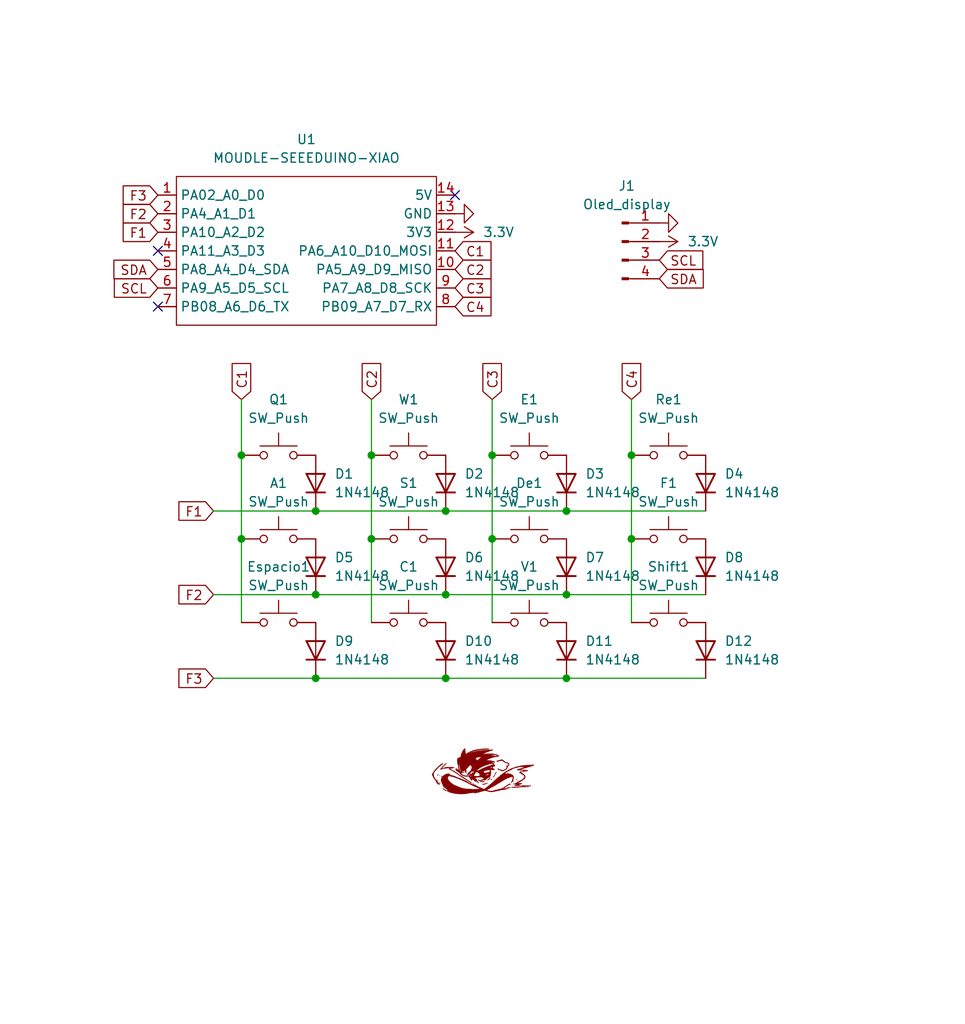
<source format=kicad_sch>
(kicad_sch
	(version 20231120)
	(generator "eeschema")
	(generator_version "8.0")
	(uuid "0ab7200a-4410-4828-803a-535a3b678e9d")
	(paper "User" 132 140)
	(title_block
		(title "ButtonBlaster")
		(date "2025-02-02")
		(rev "1")
	)
	(lib_symbols
		(symbol "Connector:Conn_01x04_Pin"
			(pin_names
				(offset 1.016) hide)
			(exclude_from_sim no)
			(in_bom yes)
			(on_board yes)
			(property "Reference" "J"
				(at 0 5.08 0)
				(effects
					(font
						(size 1.27 1.27)
					)
				)
			)
			(property "Value" "Conn_01x04_Pin"
				(at 0 -7.62 0)
				(effects
					(font
						(size 1.27 1.27)
					)
				)
			)
			(property "Footprint" ""
				(at 0 0 0)
				(effects
					(font
						(size 1.27 1.27)
					)
					(hide yes)
				)
			)
			(property "Datasheet" "~"
				(at 0 0 0)
				(effects
					(font
						(size 1.27 1.27)
					)
					(hide yes)
				)
			)
			(property "Description" "Generic connector, single row, 01x04, script generated"
				(at 0 0 0)
				(effects
					(font
						(size 1.27 1.27)
					)
					(hide yes)
				)
			)
			(property "ki_locked" ""
				(at 0 0 0)
				(effects
					(font
						(size 1.27 1.27)
					)
				)
			)
			(property "ki_keywords" "connector"
				(at 0 0 0)
				(effects
					(font
						(size 1.27 1.27)
					)
					(hide yes)
				)
			)
			(property "ki_fp_filters" "Connector*:*_1x??_*"
				(at 0 0 0)
				(effects
					(font
						(size 1.27 1.27)
					)
					(hide yes)
				)
			)
			(symbol "Conn_01x04_Pin_1_1"
				(polyline
					(pts
						(xy 1.27 -5.08) (xy 0.8636 -5.08)
					)
					(stroke
						(width 0.1524)
						(type default)
					)
					(fill
						(type none)
					)
				)
				(polyline
					(pts
						(xy 1.27 -2.54) (xy 0.8636 -2.54)
					)
					(stroke
						(width 0.1524)
						(type default)
					)
					(fill
						(type none)
					)
				)
				(polyline
					(pts
						(xy 1.27 0) (xy 0.8636 0)
					)
					(stroke
						(width 0.1524)
						(type default)
					)
					(fill
						(type none)
					)
				)
				(polyline
					(pts
						(xy 1.27 2.54) (xy 0.8636 2.54)
					)
					(stroke
						(width 0.1524)
						(type default)
					)
					(fill
						(type none)
					)
				)
				(rectangle
					(start 0.8636 -4.953)
					(end 0 -5.207)
					(stroke
						(width 0.1524)
						(type default)
					)
					(fill
						(type outline)
					)
				)
				(rectangle
					(start 0.8636 -2.413)
					(end 0 -2.667)
					(stroke
						(width 0.1524)
						(type default)
					)
					(fill
						(type outline)
					)
				)
				(rectangle
					(start 0.8636 0.127)
					(end 0 -0.127)
					(stroke
						(width 0.1524)
						(type default)
					)
					(fill
						(type outline)
					)
				)
				(rectangle
					(start 0.8636 2.667)
					(end 0 2.413)
					(stroke
						(width 0.1524)
						(type default)
					)
					(fill
						(type outline)
					)
				)
				(pin passive line
					(at 5.08 2.54 180)
					(length 3.81)
					(name "Pin_1"
						(effects
							(font
								(size 1.27 1.27)
							)
						)
					)
					(number "1"
						(effects
							(font
								(size 1.27 1.27)
							)
						)
					)
				)
				(pin passive line
					(at 5.08 0 180)
					(length 3.81)
					(name "Pin_2"
						(effects
							(font
								(size 1.27 1.27)
							)
						)
					)
					(number "2"
						(effects
							(font
								(size 1.27 1.27)
							)
						)
					)
				)
				(pin passive line
					(at 5.08 -2.54 180)
					(length 3.81)
					(name "Pin_3"
						(effects
							(font
								(size 1.27 1.27)
							)
						)
					)
					(number "3"
						(effects
							(font
								(size 1.27 1.27)
							)
						)
					)
				)
				(pin passive line
					(at 5.08 -5.08 180)
					(length 3.81)
					(name "Pin_4"
						(effects
							(font
								(size 1.27 1.27)
							)
						)
					)
					(number "4"
						(effects
							(font
								(size 1.27 1.27)
							)
						)
					)
				)
			)
		)
		(symbol "Diode:1N4148"
			(pin_numbers hide)
			(pin_names hide)
			(exclude_from_sim no)
			(in_bom yes)
			(on_board yes)
			(property "Reference" "D"
				(at 0 2.54 0)
				(effects
					(font
						(size 1.27 1.27)
					)
				)
			)
			(property "Value" "1N4148"
				(at 0 -2.54 0)
				(effects
					(font
						(size 1.27 1.27)
					)
				)
			)
			(property "Footprint" "Diode_THT:D_DO-35_SOD27_P7.62mm_Horizontal"
				(at 0 0 0)
				(effects
					(font
						(size 1.27 1.27)
					)
					(hide yes)
				)
			)
			(property "Datasheet" "https://assets.nexperia.com/documents/data-sheet/1N4148_1N4448.pdf"
				(at 0 0 0)
				(effects
					(font
						(size 1.27 1.27)
					)
					(hide yes)
				)
			)
			(property "Description" "100V 0.15A standard switching diode, DO-35"
				(at 0 0 0)
				(effects
					(font
						(size 1.27 1.27)
					)
					(hide yes)
				)
			)
			(property "Sim.Device" "D"
				(at 0 0 0)
				(effects
					(font
						(size 1.27 1.27)
					)
					(hide yes)
				)
			)
			(property "Sim.Pins" "1=K 2=A"
				(at 0 0 0)
				(effects
					(font
						(size 1.27 1.27)
					)
					(hide yes)
				)
			)
			(property "ki_keywords" "diode"
				(at 0 0 0)
				(effects
					(font
						(size 1.27 1.27)
					)
					(hide yes)
				)
			)
			(property "ki_fp_filters" "D*DO?35*"
				(at 0 0 0)
				(effects
					(font
						(size 1.27 1.27)
					)
					(hide yes)
				)
			)
			(symbol "1N4148_0_1"
				(polyline
					(pts
						(xy -1.27 1.27) (xy -1.27 -1.27)
					)
					(stroke
						(width 0.254)
						(type default)
					)
					(fill
						(type none)
					)
				)
				(polyline
					(pts
						(xy 1.27 0) (xy -1.27 0)
					)
					(stroke
						(width 0)
						(type default)
					)
					(fill
						(type none)
					)
				)
				(polyline
					(pts
						(xy 1.27 1.27) (xy 1.27 -1.27) (xy -1.27 0) (xy 1.27 1.27)
					)
					(stroke
						(width 0.254)
						(type default)
					)
					(fill
						(type none)
					)
				)
			)
			(symbol "1N4148_1_1"
				(pin passive line
					(at -3.81 0 0)
					(length 2.54)
					(name "K"
						(effects
							(font
								(size 1.27 1.27)
							)
						)
					)
					(number "1"
						(effects
							(font
								(size 1.27 1.27)
							)
						)
					)
				)
				(pin passive line
					(at 3.81 0 180)
					(length 2.54)
					(name "A"
						(effects
							(font
								(size 1.27 1.27)
							)
						)
					)
					(number "2"
						(effects
							(font
								(size 1.27 1.27)
							)
						)
					)
				)
			)
		)
		(symbol "Sonic-sym:LOGO"
			(pin_names
				(offset 1.016)
			)
			(exclude_from_sim no)
			(in_bom yes)
			(on_board yes)
			(property "Reference" "#G"
				(at 0 2.5374 0)
				(effects
					(font
						(size 1.27 1.27)
					)
					(hide yes)
				)
			)
			(property "Value" "LOGO"
				(at 0 -2.5374 0)
				(effects
					(font
						(size 1.27 1.27)
					)
					(hide yes)
				)
			)
			(property "Footprint" ""
				(at 0 0 0)
				(effects
					(font
						(size 1.27 1.27)
					)
					(hide yes)
				)
			)
			(property "Datasheet" ""
				(at 0 0 0)
				(effects
					(font
						(size 1.27 1.27)
					)
					(hide yes)
				)
			)
			(property "Description" ""
				(at 0 0 0)
				(effects
					(font
						(size 1.27 1.27)
					)
					(hide yes)
				)
			)
			(symbol "LOGO_0_0"
				(polyline
					(pts
						(xy -6.136 -1.2419) (xy -6.1465 -1.2314) (xy -6.1569 -1.2419) (xy -6.1465 -1.2523) (xy -6.136 -1.2419)
					)
					(stroke
						(width 0.01)
						(type default)
					)
					(fill
						(type outline)
					)
				)
				(polyline
					(pts
						(xy -6.0943 -1.7845) (xy -6.1047 -1.7741) (xy -6.1152 -1.7845) (xy -6.1047 -1.7949) (xy -6.0943 -1.7845)
					)
					(stroke
						(width 0.01)
						(type default)
					)
					(fill
						(type outline)
					)
				)
				(polyline
					(pts
						(xy -6.0943 -0.4279) (xy -6.1047 -0.4175) (xy -6.1152 -0.4279) (xy -6.1047 -0.4383) (xy -6.0943 -0.4279)
					)
					(stroke
						(width 0.01)
						(type default)
					)
					(fill
						(type outline)
					)
				)
				(polyline
					(pts
						(xy -5.8856 -0.6157) (xy -5.896 -0.6053) (xy -5.9065 -0.6157) (xy -5.896 -0.6262) (xy -5.8856 -0.6157)
					)
					(stroke
						(width 0.01)
						(type default)
					)
					(fill
						(type outline)
					)
				)
				(polyline
					(pts
						(xy -5.656 -0.741) (xy -5.6664 -0.7305) (xy -5.6769 -0.741) (xy -5.6664 -0.7514) (xy -5.656 -0.741)
					)
					(stroke
						(width 0.01)
						(type default)
					)
					(fill
						(type outline)
					)
				)
				(polyline
					(pts
						(xy -5.5934 -0.741) (xy -5.6038 -0.7305) (xy -5.6143 -0.741) (xy -5.6038 -0.7514) (xy -5.5934 -0.741)
					)
					(stroke
						(width 0.01)
						(type default)
					)
					(fill
						(type outline)
					)
				)
				(polyline
					(pts
						(xy -5.4473 -2.3898) (xy -5.4577 -2.3793) (xy -5.4682 -2.3898) (xy -5.4577 -2.4002) (xy -5.4473 -2.3898)
					)
					(stroke
						(width 0.01)
						(type default)
					)
					(fill
						(type outline)
					)
				)
				(polyline
					(pts
						(xy -4.9881 1.0748) (xy -4.9986 1.0853) (xy -5.009 1.0748) (xy -4.9986 1.0644) (xy -4.9881 1.0748)
					)
					(stroke
						(width 0.01)
						(type default)
					)
					(fill
						(type outline)
					)
				)
				(polyline
					(pts
						(xy -4.529 0.553) (xy -4.5394 0.5635) (xy -4.5498 0.553) (xy -4.5394 0.5426) (xy -4.529 0.553)
					)
					(stroke
						(width 0.01)
						(type default)
					)
					(fill
						(type outline)
					)
				)
				(polyline
					(pts
						(xy -2.5462 -0.1774) (xy -2.5567 -0.167) (xy -2.5671 -0.1774) (xy -2.5567 -0.1879) (xy -2.5462 -0.1774)
					)
					(stroke
						(width 0.01)
						(type default)
					)
					(fill
						(type outline)
					)
				)
				(polyline
					(pts
						(xy -2.2332 -0.2609) (xy -2.2436 -0.2505) (xy -2.254 -0.2609) (xy -2.2436 -0.2714) (xy -2.2332 -0.2609)
					)
					(stroke
						(width 0.01)
						(type default)
					)
					(fill
						(type outline)
					)
				)
				(polyline
					(pts
						(xy -1.9827 -0.2192) (xy -1.9931 -0.2088) (xy -2.0036 -0.2192) (xy -1.9931 -0.2296) (xy -1.9827 -0.2192)
					)
					(stroke
						(width 0.01)
						(type default)
					)
					(fill
						(type outline)
					)
				)
				(polyline
					(pts
						(xy -1.1061 -1.868) (xy -1.1166 -1.8576) (xy -1.127 -1.868) (xy -1.1166 -1.8784) (xy -1.1061 -1.868)
					)
					(stroke
						(width 0.01)
						(type default)
					)
					(fill
						(type outline)
					)
				)
				(polyline
					(pts
						(xy -1.0853 -2.9742) (xy -1.0957 -2.9637) (xy -1.1061 -2.9742) (xy -1.0957 -2.9846) (xy -1.0853 -2.9742)
					)
					(stroke
						(width 0.01)
						(type default)
					)
					(fill
						(type outline)
					)
				)
				(polyline
					(pts
						(xy -0.2087 -2.3272) (xy -0.2191 -2.3167) (xy -0.2295 -2.3272) (xy -0.2191 -2.3376) (xy -0.2087 -2.3272)
					)
					(stroke
						(width 0.01)
						(type default)
					)
					(fill
						(type outline)
					)
				)
				(polyline
					(pts
						(xy -0.1669 -2.348) (xy -0.1774 -2.3376) (xy -0.1878 -2.348) (xy -0.1774 -2.3585) (xy -0.1669 -2.348)
					)
					(stroke
						(width 0.01)
						(type default)
					)
					(fill
						(type outline)
					)
				)
				(polyline
					(pts
						(xy 0.6053 -1.6384) (xy 0.5949 -1.628) (xy 0.5844 -1.6384) (xy 0.5949 -1.6488) (xy 0.6053 -1.6384)
					)
					(stroke
						(width 0.01)
						(type default)
					)
					(fill
						(type outline)
					)
				)
				(polyline
					(pts
						(xy 1.0227 -0.9079) (xy 1.0123 -0.8975) (xy 1.0018 -0.9079) (xy 1.0123 -0.9184) (xy 1.0227 -0.9079)
					)
					(stroke
						(width 0.01)
						(type default)
					)
					(fill
						(type outline)
					)
				)
				(polyline
					(pts
						(xy 1.3149 1.1374) (xy 1.3045 1.1479) (xy 1.294 1.1374) (xy 1.3045 1.127) (xy 1.3149 1.1374)
					)
					(stroke
						(width 0.01)
						(type default)
					)
					(fill
						(type outline)
					)
				)
				(polyline
					(pts
						(xy 1.4401 -0.8036) (xy 1.4297 -0.7931) (xy 1.4193 -0.8036) (xy 1.4297 -0.814) (xy 1.4401 -0.8036)
					)
					(stroke
						(width 0.01)
						(type default)
					)
					(fill
						(type outline)
					)
				)
				(polyline
					(pts
						(xy 3.1307 -2.3272) (xy 3.1202 -2.3167) (xy 3.1098 -2.3272) (xy 3.1202 -2.3376) (xy 3.1307 -2.3272)
					)
					(stroke
						(width 0.01)
						(type default)
					)
					(fill
						(type outline)
					)
				)
				(polyline
					(pts
						(xy 3.6525 -1.7428) (xy 3.642 -1.7323) (xy 3.6316 -1.7428) (xy 3.642 -1.7532) (xy 3.6525 -1.7428)
					)
					(stroke
						(width 0.01)
						(type default)
					)
					(fill
						(type outline)
					)
				)
				(polyline
					(pts
						(xy 3.9029 0.24) (xy 3.8925 0.2504) (xy 3.882 0.24) (xy 3.8925 0.2295) (xy 3.9029 0.24)
					)
					(stroke
						(width 0.01)
						(type default)
					)
					(fill
						(type outline)
					)
				)
				(polyline
					(pts
						(xy 4.1951 -1.7636) (xy 4.1847 -1.7532) (xy 4.1742 -1.7636) (xy 4.1847 -1.7741) (xy 4.1951 -1.7636)
					)
					(stroke
						(width 0.01)
						(type default)
					)
					(fill
						(type outline)
					)
				)
				(polyline
					(pts
						(xy 4.529 -1.8054) (xy 4.5186 -1.7949) (xy 4.5082 -1.8054) (xy 4.5186 -1.8158) (xy 4.529 -1.8054)
					)
					(stroke
						(width 0.01)
						(type default)
					)
					(fill
						(type outline)
					)
				)
				(polyline
					(pts
						(xy 4.8004 -1.3045) (xy 4.7899 -1.294) (xy 4.7795 -1.3045) (xy 4.7899 -1.3149) (xy 4.8004 -1.3045)
					)
					(stroke
						(width 0.01)
						(type default)
					)
					(fill
						(type outline)
					)
				)
				(polyline
					(pts
						(xy 5.3847 0.5739) (xy 5.3743 0.5843) (xy 5.3639 0.5739) (xy 5.3743 0.5635) (xy 5.3847 0.5739)
					)
					(stroke
						(width 0.01)
						(type default)
					)
					(fill
						(type outline)
					)
				)
				(polyline
					(pts
						(xy -5.311 0.4189) (xy -5.3082 0.4313) (xy -5.3112 0.4338) (xy -5.336 0.4313) (xy -5.3392 0.425)
						(xy -5.3221 0.4174) (xy -5.311 0.4189)
					)
					(stroke
						(width 0.01)
						(type default)
					)
					(fill
						(type outline)
					)
				)
				(polyline
					(pts
						(xy -4.9145 -2.6909) (xy -4.9116 -2.6785) (xy -4.9147 -2.676) (xy -4.9394 -2.6785) (xy -4.9427 -2.6848)
						(xy -4.9255 -2.6924) (xy -4.9145 -2.6909)
					)
					(stroke
						(width 0.01)
						(type default)
					)
					(fill
						(type outline)
					)
				)
				(polyline
					(pts
						(xy -1.9299 -0.2072) (xy -1.9271 -0.1948) (xy -1.9301 -0.1923) (xy -1.9549 -0.1948) (xy -1.9581 -0.2011)
						(xy -1.941 -0.2088) (xy -1.9299 -0.2072)
					)
					(stroke
						(width 0.01)
						(type default)
					)
					(fill
						(type outline)
					)
				)
				(polyline
					(pts
						(xy -1.3816 -0.0914) (xy -1.3841 -0.0587) (xy -1.3916 -0.0491) (xy -1.3967 -0.0714) (xy -1.3952 -0.0925)
						(xy -1.3857 -0.0987) (xy -1.3816 -0.0914)
					)
					(stroke
						(width 0.01)
						(type default)
					)
					(fill
						(type outline)
					)
				)
				(polyline
					(pts
						(xy -0.5524 1.6711) (xy -0.5496 1.6836) (xy -0.5526 1.6861) (xy -0.5774 1.6836) (xy -0.5807 1.6773)
						(xy -0.5635 1.6696) (xy -0.5524 1.6711)
					)
					(stroke
						(width 0.01)
						(type default)
					)
					(fill
						(type outline)
					)
				)
				(polyline
					(pts
						(xy 1.4929 0.6902) (xy 1.4958 0.7026) (xy 1.4927 0.7051) (xy 1.468 0.7026) (xy 1.4647 0.6963)
						(xy 1.4819 0.6887) (xy 1.4929 0.6902)
					)
					(stroke
						(width 0.01)
						(type default)
					)
					(fill
						(type outline)
					)
				)
				(polyline
					(pts
						(xy 1.5973 1.1911) (xy 1.6001 1.2035) (xy 1.5971 1.206) (xy 1.5723 1.2035) (xy 1.569 1.1972) (xy 1.5862 1.1896)
						(xy 1.5973 1.1911)
					)
					(stroke
						(width 0.01)
						(type default)
					)
					(fill
						(type outline)
					)
				)
				(polyline
					(pts
						(xy 1.6861 -0.4283) (xy 1.6836 -0.4035) (xy 1.6773 -0.4003) (xy 1.6697 -0.4175) (xy 1.6712 -0.4285)
						(xy 1.6836 -0.4314) (xy 1.6861 -0.4283)
					)
					(stroke
						(width 0.01)
						(type default)
					)
					(fill
						(type outline)
					)
				)
				(polyline
					(pts
						(xy 2.0618 2.1597) (xy 2.0593 2.1845) (xy 2.053 2.1877) (xy 2.0454 2.1705) (xy 2.0469 2.1595)
						(xy 2.0593 2.1566) (xy 2.0618 2.1597)
					)
					(stroke
						(width 0.01)
						(type default)
					)
					(fill
						(type outline)
					)
				)
				(polyline
					(pts
						(xy 3.2878 -2.4404) (xy 3.2907 -2.428) (xy 3.2876 -2.4255) (xy 3.2629 -2.428) (xy 3.2596 -2.4343)
						(xy 3.2768 -2.4419) (xy 3.2878 -2.4404)
					)
					(stroke
						(width 0.01)
						(type default)
					)
					(fill
						(type outline)
					)
				)
				(polyline
					(pts
						(xy 4.1698 -1.4719) (xy 4.1673 -1.4471) (xy 4.161 -1.4438) (xy 4.1534 -1.461) (xy 4.1549 -1.4721)
						(xy 4.1673 -1.4749) (xy 4.1698 -1.4719)
					)
					(stroke
						(width 0.01)
						(type default)
					)
					(fill
						(type outline)
					)
				)
				(polyline
					(pts
						(xy 6.0616 0.8171) (xy 6.0678 0.8265) (xy 6.0605 0.8307) (xy 6.0278 0.8282) (xy 6.0182 0.8207)
						(xy 6.0404 0.8156) (xy 6.0616 0.8171)
					)
					(stroke
						(width 0.01)
						(type default)
					)
					(fill
						(type outline)
					)
				)
				(polyline
					(pts
						(xy 6.1054 0.6485) (xy 6.1083 0.6609) (xy 6.1052 0.6634) (xy 6.0804 0.6609) (xy 6.0772 0.6546)
						(xy 6.0944 0.647) (xy 6.1054 0.6485)
					)
					(stroke
						(width 0.01)
						(type default)
					)
					(fill
						(type outline)
					)
				)
				(polyline
					(pts
						(xy -5.8457 -1.6687) (xy -5.8514 -1.6526) (xy -5.8908 -1.6156) (xy -5.9378 -1.5758) (xy -5.898 -1.6228)
						(xy -5.8681 -1.6556) (xy -5.851 -1.6697) (xy -5.8457 -1.6687)
					)
					(stroke
						(width 0.01)
						(type default)
					)
					(fill
						(type outline)
					)
				)
				(polyline
					(pts
						(xy -5.4802 1.0051) (xy -5.4579 1.0224) (xy -5.456 1.0321) (xy -5.4775 1.0306) (xy -5.4935 1.0234)
						(xy -5.5099 1.01) (xy -5.5041 1.0022) (xy -5.4802 1.0051)
					)
					(stroke
						(width 0.01)
						(type default)
					)
					(fill
						(type outline)
					)
				)
				(polyline
					(pts
						(xy -0.8828 -2.0243) (xy -0.8782 -2.0122) (xy -0.9006 -1.9912) (xy -0.9123 -1.9861) (xy -0.9098 -2.0004)
						(xy -0.9034 -2.0097) (xy -0.8858 -2.0245) (xy -0.8828 -2.0243)
					)
					(stroke
						(width 0.01)
						(type default)
					)
					(fill
						(type outline)
					)
				)
				(polyline
					(pts
						(xy 4.3066 -1.723) (xy 4.3092 -1.7053) (xy 4.2881 -1.7043) (xy 4.2749 -1.7123) (xy 4.2695 -1.7345)
						(xy 4.2734 -1.7405) (xy 4.2904 -1.751) (xy 4.3066 -1.723)
					)
					(stroke
						(width 0.01)
						(type default)
					)
					(fill
						(type outline)
					)
				)
				(polyline
					(pts
						(xy -6.1879 -0.5758) (xy -6.1691 -0.5502) (xy -6.1666 -0.5436) (xy -6.1651 -0.5271) (xy -6.1877 -0.5423)
						(xy -6.2057 -0.5586) (xy -6.2195 -0.5765) (xy -6.2101 -0.5867) (xy -6.1879 -0.5758)
					)
					(stroke
						(width 0.01)
						(type default)
					)
					(fill
						(type outline)
					)
				)
				(polyline
					(pts
						(xy -1.8876 -0.1869) (xy -1.8679 -0.167) (xy -1.864 -0.1596) (xy -1.8655 -0.1461) (xy -1.8691 -0.1471)
						(xy -1.8888 -0.167) (xy -1.8927 -0.1744) (xy -1.8913 -0.1879) (xy -1.8876 -0.1869)
					)
					(stroke
						(width 0.01)
						(type default)
					)
					(fill
						(type outline)
					)
				)
				(polyline
					(pts
						(xy -1.4771 -1.6277) (xy -1.4609 -1.6188) (xy -1.4619 -1.6154) (xy -1.4818 -1.5967) (xy -1.4899 -1.5934)
						(xy -1.5027 -1.6059) (xy -1.5019 -1.6119) (xy -1.4818 -1.628) (xy -1.4771 -1.6277)
					)
					(stroke
						(width 0.01)
						(type default)
					)
					(fill
						(type outline)
					)
				)
				(polyline
					(pts
						(xy -1.0518 -2.9836) (xy -1.0331 -2.9637) (xy -1.0298 -2.9556) (xy -1.0423 -2.9429) (xy -1.0483 -2.9437)
						(xy -1.0644 -2.9637) (xy -1.0641 -2.9684) (xy -1.0552 -2.9846) (xy -1.0518 -2.9836)
					)
					(stroke
						(width 0.01)
						(type default)
					)
					(fill
						(type outline)
					)
				)
				(polyline
					(pts
						(xy -0.9497 -1.971) (xy -0.9705 -1.941) (xy -1.0008 -1.9134) (xy -1.0291 -1.8993) (xy -1.0329 -1.9111)
						(xy -1.0122 -1.941) (xy -0.9819 -1.9687) (xy -0.9536 -1.9828) (xy -0.9497 -1.971)
					)
					(stroke
						(width 0.01)
						(type default)
					)
					(fill
						(type outline)
					)
				)
				(polyline
					(pts
						(xy -0.6123 -1.6274) (xy -0.6052 -1.6071) (xy -0.6061 -1.6014) (xy -0.6273 -1.5862) (xy -0.6349 -1.5879)
						(xy -0.6365 -1.6071) (xy -0.6322 -1.6134) (xy -0.6144 -1.628) (xy -0.6123 -1.6274)
					)
					(stroke
						(width 0.01)
						(type default)
					)
					(fill
						(type outline)
					)
				)
				(polyline
					(pts
						(xy 1.1178 -1.1887) (xy 1.1375 -1.1688) (xy 1.1414 -1.1614) (xy 1.14 -1.1479) (xy 1.1363 -1.1489)
						(xy 1.1166 -1.1688) (xy 1.1127 -1.1762) (xy 1.1142 -1.1897) (xy 1.1178 -1.1887)
					)
					(stroke
						(width 0.01)
						(type default)
					)
					(fill
						(type outline)
					)
				)
				(polyline
					(pts
						(xy 1.1805 -1.1261) (xy 1.2001 -1.1062) (xy 1.204 -1.0988) (xy 1.2026 -1.0853) (xy 1.1989 -1.0863)
						(xy 1.1792 -1.1062) (xy 1.1754 -1.1136) (xy 1.1768 -1.1271) (xy 1.1805 -1.1261)
					)
					(stroke
						(width 0.01)
						(type default)
					)
					(fill
						(type outline)
					)
				)
				(polyline
					(pts
						(xy 1.7323 -0.3548) (xy 1.7422 -0.337) (xy 1.7526 -0.3027) (xy 1.7489 -0.2964) (xy 1.7323 -0.3131)
						(xy 1.7225 -0.331) (xy 1.7121 -0.3653) (xy 1.7158 -0.3716) (xy 1.7323 -0.3548)
					)
					(stroke
						(width 0.01)
						(type default)
					)
					(fill
						(type outline)
					)
				)
				(polyline
					(pts
						(xy 3.2946 0.7015) (xy 3.3137 0.7265) (xy 3.3134 0.7392) (xy 3.289 0.7387) (xy 3.2726 0.7297)
						(xy 3.2559 0.7056) (xy 3.256 0.7041) (xy 3.2695 0.6919) (xy 3.2946 0.7015)
					)
					(stroke
						(width 0.01)
						(type default)
					)
					(fill
						(type outline)
					)
				)
				(polyline
					(pts
						(xy 3.9056 -1.5288) (xy 3.9172 -1.5137) (xy 3.9224 -1.5029) (xy 3.8977 -1.521) (xy 3.8754 -1.5401)
						(xy 3.8612 -1.5575) (xy 3.8615 -1.5611) (xy 3.8751 -1.5613) (xy 3.9056 -1.5288)
					)
					(stroke
						(width 0.01)
						(type default)
					)
					(fill
						(type outline)
					)
				)
				(polyline
					(pts
						(xy 4.6173 -1.1471) (xy 4.6334 -1.1271) (xy 4.6332 -1.1224) (xy 4.6242 -1.1062) (xy 4.6208 -1.1072)
						(xy 4.6021 -1.1271) (xy 4.5988 -1.1352) (xy 4.6113 -1.1479) (xy 4.6173 -1.1471)
					)
					(stroke
						(width 0.01)
						(type default)
					)
					(fill
						(type outline)
					)
				)
				(polyline
					(pts
						(xy 1.4987 -0.7344) (xy 1.5243 -0.6992) (xy 1.5394 -0.6782) (xy 1.5428 -0.6683) (xy 1.5184 -0.6861)
						(xy 1.4967 -0.7075) (xy 1.4819 -0.7366) (xy 1.4822 -0.7428) (xy 1.4878 -0.7497) (xy 1.4987 -0.7344)
					)
					(stroke
						(width 0.01)
						(type default)
					)
					(fill
						(type outline)
					)
				)
				(polyline
					(pts
						(xy 1.8072 -0.2235) (xy 1.8155 -0.1814) (xy 1.8153 -0.1709) (xy 1.8103 -0.1503) (xy 1.7949 -0.167)
						(xy 1.7854 -0.1849) (xy 1.7744 -0.2256) (xy 1.7764 -0.2364) (xy 1.7949 -0.2401) (xy 1.8072 -0.2235)
					)
					(stroke
						(width 0.01)
						(type default)
					)
					(fill
						(type outline)
					)
				)
				(polyline
					(pts
						(xy -1.2386 -1.8063) (xy -1.2731 -1.7636) (xy -1.2788 -1.7578) (xy -1.3131 -1.7286) (xy -1.3329 -1.7226)
						(xy -1.3338 -1.7241) (xy -1.3242 -1.7469) (xy -1.2929 -1.7824) (xy -1.2608 -1.8102) (xy -1.2357 -1.8229)
						(xy -1.2386 -1.8063)
					)
					(stroke
						(width 0.01)
						(type default)
					)
					(fill
						(type outline)
					)
				)
				(polyline
					(pts
						(xy 1.5844 -0.6053) (xy 1.5855 -0.6039) (xy 1.6149 -0.5617) (xy 1.6272 -0.5323) (xy 1.6271 -0.5303)
						(xy 1.6174 -0.5298) (xy 1.5946 -0.5603) (xy 1.5633 -0.6157) (xy 1.5584 -0.6257) (xy 1.5596 -0.6327)
						(xy 1.5844 -0.6053)
					)
					(stroke
						(width 0.01)
						(type default)
					)
					(fill
						(type outline)
					)
				)
				(polyline
					(pts
						(xy 6.3049 -2.0214) (xy 6.3344 -2.0037) (xy 6.3349 -2.0027) (xy 6.3246 -1.9883) (xy 6.2822 -1.9828)
						(xy 6.2791 -1.9828) (xy 6.2383 -1.9889) (xy 6.23 -2.0037) (xy 6.2428 -2.0147) (xy 6.2822 -2.0245)
						(xy 6.3049 -2.0214)
					)
					(stroke
						(width 0.01)
						(type default)
					)
					(fill
						(type outline)
					)
				)
				(polyline
					(pts
						(xy 6.5327 -2.0209) (xy 6.5453 -2.016) (xy 6.5222 -2.0037) (xy 6.4786 -1.9917) (xy 6.4179 -1.9857)
						(xy 6.3865 -1.9864) (xy 6.3739 -1.9913) (xy 6.397 -2.0037) (xy 6.4406 -2.0156) (xy 6.5013 -2.0216)
						(xy 6.5327 -2.0209)
					)
					(stroke
						(width 0.01)
						(type default)
					)
					(fill
						(type outline)
					)
				)
				(polyline
					(pts
						(xy 1.3516 0.3824) (xy 1.3688 0.4047) (xy 1.3556 0.4285) (xy 1.3469 0.4372) (xy 1.3437 0.4706)
						(xy 1.3456 0.4861) (xy 1.3243 0.4871) (xy 1.3053 0.4687) (xy 1.294 0.4256) (xy 1.3002 0.3937)
						(xy 1.3241 0.3756) (xy 1.3516 0.3824)
					)
					(stroke
						(width 0.01)
						(type default)
					)
					(fill
						(type outline)
					)
				)
				(polyline
					(pts
						(xy 3.6444 -1.8542) (xy 3.689 -1.827) (xy 3.7213 -1.8051) (xy 3.7618 -1.7752) (xy 3.7777 -1.7597)
						(xy 3.7686 -1.7592) (xy 3.7368 -1.7749) (xy 3.6938 -1.8015) (xy 3.6522 -1.8311) (xy 3.6248 -1.8559)
						(xy 3.6226 -1.8629) (xy 3.6444 -1.8542)
					)
					(stroke
						(width 0.01)
						(type default)
					)
					(fill
						(type outline)
					)
				)
				(polyline
					(pts
						(xy 6.1296 -2.1341) (xy 6.1643 -2.1305) (xy 6.2217 -2.1229) (xy 6.2392 -2.1171) (xy 6.2165 -2.1137)
						(xy 6.1527 -2.1133) (xy 6.1015 -2.1154) (xy 6.0561 -2.121) (xy 6.0419 -2.1284) (xy 6.0447 -2.1306)
						(xy 6.0766 -2.1358) (xy 6.1296 -2.1341)
					)
					(stroke
						(width 0.01)
						(type default)
					)
					(fill
						(type outline)
					)
				)
				(polyline
					(pts
						(xy 5.2125 -0.0834) (xy 5.2631 -0.0768) (xy 5.2908 -0.0627) (xy 5.2921 -0.0581) (xy 5.2719 -0.0462)
						(xy 5.219 -0.0418) (xy 5.1992 -0.0424) (xy 5.1528 -0.0497) (xy 5.1343 -0.0627) (xy 5.1348 -0.0651)
						(xy 5.1583 -0.0782) (xy 5.2061 -0.0835) (xy 5.2125 -0.0834)
					)
					(stroke
						(width 0.01)
						(type default)
					)
					(fill
						(type outline)
					)
				)
				(polyline
					(pts
						(xy -2.1428 2.4152) (xy -2.0954 2.4337) (xy -2.0563 2.4525) (xy -2.0064 2.4834) (xy -1.9682 2.5138)
						(xy -1.9499 2.537) (xy -1.9597 2.5462) (xy -1.9718 2.5426) (xy -2.0108 2.522) (xy -2.0624 2.4903)
						(xy -2.1144 2.4554) (xy -2.1545 2.4254) (xy -2.1706 2.4081) (xy -2.1689 2.4076) (xy -2.1428 2.4152)
					)
					(stroke
						(width 0.01)
						(type default)
					)
					(fill
						(type outline)
					)
				)
				(polyline
					(pts
						(xy 1.5895 1.2421) (xy 1.6071 1.2527) (xy 1.5973 1.2652) (xy 1.5523 1.2935) (xy 1.4738 1.3325)
						(xy 1.4671 1.3341) (xy 1.4687 1.3193) (xy 1.4719 1.3089) (xy 1.4559 1.2869) (xy 1.4404 1.276)
						(xy 1.4561 1.2576) (xy 1.4612 1.2546) (xy 1.4995 1.2436) (xy 1.5479 1.2393) (xy 1.5895 1.2421)
					)
					(stroke
						(width 0.01)
						(type default)
					)
					(fill
						(type outline)
					)
				)
				(polyline
					(pts
						(xy 0.6763 -1.2249) (xy 0.7263 -1.2011) (xy 0.7399 -1.1927) (xy 0.7848 -1.1578) (xy 0.8381 -1.1097)
						(xy 0.8919 -1.0566) (xy 0.9381 -1.0066) (xy 0.9687 -0.9677) (xy 0.9759 -0.9481) (xy 0.9745 -0.9476)
						(xy 0.9517 -0.9606) (xy 0.9095 -0.9963) (xy 0.8557 -1.0479) (xy 0.8542 -1.0493) (xy 0.792 -1.1095)
						(xy 0.7335 -1.1617) (xy 0.6913 -1.1948) (xy 0.6618 -1.2166) (xy 0.6535 -1.2299) (xy 0.6763 -1.2249)
					)
					(stroke
						(width 0.01)
						(type default)
					)
					(fill
						(type outline)
					)
				)
				(polyline
					(pts
						(xy 1.5139 0.876) (xy 1.5155 0.9202) (xy 1.5055 0.9781) (xy 1.4581 1.05) (xy 1.4413 1.0678) (xy 1.4106 1.0951)
						(xy 1.3984 1.0978) (xy 1.3905 1.0931) (xy 1.3632 1.1088) (xy 1.3478 1.1173) (xy 1.3512 1.0994)
						(xy 1.377 1.0496) (xy 1.3947 1.0203) (xy 1.4243 0.9826) (xy 1.4435 0.9725) (xy 1.4552 0.9665)
						(xy 1.461 0.9317) (xy 1.4671 0.8961) (xy 1.4871 0.8695) (xy 1.4975 0.8652) (xy 1.5132 0.8574)
						(xy 1.5139 0.876)
					)
					(stroke
						(width 0.01)
						(type default)
					)
					(fill
						(type outline)
					)
				)
				(polyline
					(pts
						(xy -5.0033 -2.668) (xy -5.0168 -2.6534) (xy -5.0584 -2.6296) (xy -5.0678 -2.6248) (xy -5.1412 -2.5822)
						(xy -5.2083 -2.5365) (xy -5.2248 -2.5242) (xy -5.2676 -2.4953) (xy -5.2914 -2.4837) (xy -5.2945 -2.4831)
						(xy -5.3249 -2.4685) (xy -5.371 -2.4403) (xy -5.3975 -2.4231) (xy -5.4139 -2.4145) (xy -5.4014 -2.4288)
						(xy -5.3587 -2.4685) (xy -5.3164 -2.5033) (xy -5.2394 -2.5576) (xy -5.1605 -2.6052) (xy -5.0996 -2.6362)
						(xy -5.0427 -2.6608) (xy -5.009 -2.6701) (xy -5.0033 -2.668)
					)
					(stroke
						(width 0.01)
						(type default)
					)
					(fill
						(type outline)
					)
				)
				(polyline
					(pts
						(xy 1.6165 0.6677) (xy 1.6318 0.7053) (xy 1.6242 0.7328) (xy 1.6099 0.7533) (xy 1.5998 0.7981)
						(xy 1.5934 0.8273) (xy 1.5716 0.8458) (xy 1.5463 0.8324) (xy 1.53 0.7889) (xy 1.5318 0.7618) (xy 1.5445 0.7618)
						(xy 1.5549 0.7722) (xy 1.5654 0.7618) (xy 1.5549 0.7513) (xy 1.5445 0.7618) (xy 1.5318 0.7618)
						(xy 1.5326 0.7498) (xy 1.5546 0.7099) (xy 1.5713 0.6909) (xy 1.587 0.6496) (xy 1.5872 0.6458)
						(xy 1.5955 0.6373) (xy 1.6165 0.6677)
					)
					(stroke
						(width 0.01)
						(type default)
					)
					(fill
						(type outline)
					)
				)
				(polyline
					(pts
						(xy 0.1077 -1.8082) (xy 0.1921 -1.7924) (xy 0.2206 -1.7856) (xy 0.2887 -1.7661) (xy 0.3649 -1.7412)
						(xy 0.4397 -1.7144) (xy 0.5033 -1.6893) (xy 0.5463 -1.6694) (xy 0.5589 -1.6581) (xy 0.5471 -1.6591)
						(xy 0.5024 -1.6694) (xy 0.4327 -1.6881) (xy 0.3466 -1.7129) (xy 0.2962 -1.727) (xy 0.192 -1.7516)
						(xy 0.0959 -1.769) (xy 0.0235 -1.7762) (xy 0.0015 -1.7766) (xy -0.0492 -1.7796) (xy -0.0624 -1.7854)
						(xy -0.0417 -1.7949) (xy -0.0044 -1.8055) (xy 0.0475 -1.8125) (xy 0.1077 -1.8082)
					)
					(stroke
						(width 0.01)
						(type default)
					)
					(fill
						(type outline)
					)
				)
				(polyline
					(pts
						(xy 3.2831 -2.351) (xy 3.34 -2.3373) (xy 3.4298 -2.3142) (xy 3.4408 -2.3113) (xy 3.5396 -2.2877)
						(xy 3.6375 -2.2667) (xy 3.7151 -2.2528) (xy 3.7488 -2.2477) (xy 3.7818 -2.2418) (xy 3.78 -2.2393)
						(xy 3.7411 -2.24) (xy 3.6629 -2.2432) (xy 3.6495 -2.2439) (xy 3.5619 -2.2495) (xy 3.4855 -2.2566)
						(xy 3.4356 -2.2638) (xy 3.4183 -2.2679) (xy 3.3574 -2.2866) (xy 3.298 -2.3096) (xy 3.2529 -2.3315)
						(xy 3.235 -2.347) (xy 3.2351 -2.3482) (xy 3.2381 -2.3552) (xy 3.2517 -2.3565) (xy 3.2831 -2.351)
					)
					(stroke
						(width 0.01)
						(type default)
					)
					(fill
						(type outline)
					)
				)
				(polyline
					(pts
						(xy 0.1774 -1.4401) (xy 0.1961 -1.4353) (xy 0.2198 -1.4275) (xy 0.2076 -1.4236) (xy 0.1566 -1.4213)
						(xy 0.1468 -1.4209) (xy -0.0079 -1.4069) (xy -0.1606 -1.3793) (xy -0.2979 -1.3412) (xy -0.407 -1.2955)
						(xy -0.4713 -1.2593) (xy -0.5317 -1.2221) (xy -0.5687 -1.1953) (xy -0.5928 -1.1792) (xy -0.6052 -1.1847)
						(xy -0.5973 -1.2013) (xy -0.562 -1.2382) (xy -0.5072 -1.2832) (xy -0.4428 -1.3284) (xy -0.3784 -1.366)
						(xy -0.3385 -1.3832) (xy -0.262 -1.4086) (xy -0.1801 -1.4299) (xy -0.1198 -1.4415) (xy 0.042 -1.4559)
						(xy 0.1774 -1.4401)
					)
					(stroke
						(width 0.01)
						(type default)
					)
					(fill
						(type outline)
					)
				)
				(polyline
					(pts
						(xy 5.923 -2.0191) (xy 6.0234 -2.018) (xy 6.1043 -2.0159) (xy 6.1582 -2.0129) (xy 6.1778 -2.009)
						(xy 6.1676 -1.9988) (xy 6.1309 -1.9914) (xy 6.0031 -1.9866) (xy 5.8091 -1.9795) (xy 5.6513 -1.9741)
						(xy 5.526 -1.9703) (xy 5.4298 -1.9682) (xy 5.359 -1.9676) (xy 5.3102 -1.9686) (xy 5.2797 -1.971)
						(xy 5.264 -1.9748) (xy 5.2595 -1.9801) (xy 5.2608 -1.984) (xy 5.2874 -1.9985) (xy 5.3378 -2.0076)
						(xy 5.3871 -2.0108) (xy 5.4741 -2.0142) (xy 5.5786 -2.0168) (xy 5.6932 -2.0185) (xy 5.8104 -2.0193)
						(xy 5.923 -2.0191)
					)
					(stroke
						(width 0.01)
						(type default)
					)
					(fill
						(type outline)
					)
				)
				(polyline
					(pts
						(xy -4.604 0.3188) (xy -4.5389 0.3328) (xy -4.4633 0.3535) (xy -4.4394 0.3607) (xy -4.3345 0.3897)
						(xy -4.2063 0.4227) (xy -4.0683 0.4562) (xy -3.9341 0.4869) (xy -3.9256 0.4896) (xy -3.9342 0.4952)
						(xy -3.9759 0.4986) (xy -4.0042 0.4999) (xy -4.086 0.5059) (xy -4.1689 0.5144) (xy -4.22 0.5191)
						(xy -4.2648 0.5166) (xy -4.2785 0.5024) (xy -4.2714 0.489) (xy -4.237 0.4904) (xy -4.2093 0.4949)
						(xy -4.1691 0.4871) (xy -4.1654 0.4843) (xy -4.1706 0.4699) (xy -4.2159 0.4567) (xy -4.2846 0.4404)
						(xy -4.3516 0.4195) (xy -4.3957 0.4044) (xy -4.4692 0.3809) (xy -4.5498 0.3566) (xy -4.5585 0.354)
						(xy -4.6158 0.3349) (xy -4.6453 0.321) (xy -4.6407 0.315) (xy -4.604 0.3188)
					)
					(stroke
						(width 0.01)
						(type default)
					)
					(fill
						(type outline)
					)
				)
				(polyline
					(pts
						(xy -0.9618 -1.4234) (xy -0.9768 -1.3923) (xy -1.0114 -1.3434) (xy -1.0585 -1.2851) (xy -1.1111 -1.2259)
						(xy -1.1621 -1.1744) (xy -1.2045 -1.1388) (xy -1.2865 -1.082) (xy -1.3713 -1.0229) (xy -1.4324 -0.9798)
						(xy -1.4759 -0.9484) (xy -1.4766 -0.9479) (xy -1.5185 -0.9294) (xy -1.5835 -0.9122) (xy -1.6589 -0.8981)
						(xy -1.7321 -0.8892) (xy -1.7904 -0.8874) (xy -1.8211 -0.8947) (xy -1.8189 -0.9074) (xy -1.7912 -0.938)
						(xy -1.7423 -0.9768) (xy -1.6709 -1.0376) (xy -1.6223 -1.1135) (xy -1.607 -1.2015) (xy -1.604 -1.2332)
						(xy -1.588 -1.2497) (xy -1.5599 -1.228) (xy -1.521 -1.1688) (xy -1.5071 -1.1462) (xy -1.4699 -1.1025)
						(xy -1.4383 -1.0853) (xy -1.4305 -1.0866) (xy -1.3866 -1.1071) (xy -1.3211 -1.1492) (xy -1.2409 -1.2077)
						(xy -1.1531 -1.2775) (xy -1.0649 -1.3535) (xy -1.0213 -1.3909) (xy -0.9815 -1.4208) (xy -0.9628 -1.429)
						(xy -0.9618 -1.4234)
					)
					(stroke
						(width 0.01)
						(type default)
					)
					(fill
						(type outline)
					)
				)
				(polyline
					(pts
						(xy 4.0992 -2.2205) (xy 4.2264 -2.2163) (xy 4.3238 -2.2129) (xy 4.4536 -2.2091) (xy 4.5716 -2.2065)
						(xy 4.6679 -2.2053) (xy 4.7325 -2.2058) (xy 4.7945 -2.2056) (xy 4.844 -2.201) (xy 4.863 -2.1929)
						(xy 4.8632 -2.1921) (xy 4.8875 -2.1845) (xy 4.9468 -2.1767) (xy 5.0353 -2.169) (xy 5.147 -2.1617)
						(xy 5.276 -2.1553) (xy 5.4163 -2.15) (xy 5.5619 -2.1461) (xy 5.707 -2.1441) (xy 5.7545 -2.1438)
						(xy 5.8418 -2.1426) (xy 5.8902 -2.141) (xy 5.9019 -2.1385) (xy 5.8788 -2.1351) (xy 5.823 -2.1304)
						(xy 5.7497 -2.127) (xy 5.6355 -2.1259) (xy 5.4937 -2.1271) (xy 5.3307 -2.1305) (xy 5.1526 -2.1358)
						(xy 4.9658 -2.1426) (xy 4.7767 -2.1508) (xy 4.5915 -2.16) (xy 4.4164 -2.17) (xy 4.258 -2.1805)
						(xy 4.1223 -2.1913) (xy 4.0158 -2.2019) (xy 3.9447 -2.2123) (xy 3.929 -2.2175) (xy 3.9484 -2.221)
						(xy 4.0058 -2.2221) (xy 4.0992 -2.2205)
					)
					(stroke
						(width 0.01)
						(type default)
					)
					(fill
						(type outline)
					)
				)
				(polyline
					(pts
						(xy -5.7067 0.2605) (xy -5.6299 0.286) (xy -5.6211 0.2891) (xy -5.5432 0.3202) (xy -5.4788 0.3519)
						(xy -5.4413 0.3779) (xy -5.4225 0.4012) (xy -5.4218 0.4159) (xy -5.4467 0.4085) (xy -5.4914 0.3788)
						(xy -5.5299 0.3576) (xy -5.5834 0.3381) (xy -5.6381 0.3242) (xy -5.6806 0.3193) (xy -5.6977 0.3267)
						(xy -5.6856 0.3514) (xy -5.6466 0.402) (xy -5.5845 0.4732) (xy -5.5031 0.561) (xy -5.4063 0.6611)
						(xy -5.2978 0.7694) (xy -5.1816 0.8818) (xy -5.1206 0.9408) (xy -5.0676 0.994) (xy -5.0343 1.0302)
						(xy -5.026 1.0434) (xy -5.0453 1.0331) (xy -5.0898 0.9984) (xy -5.1519 0.9448) (xy -5.2252 0.8782)
						(xy -5.3035 0.8042) (xy -5.3804 0.7287) (xy -5.4495 0.6574) (xy -5.512 0.5908) (xy -5.6038 0.4925)
						(xy -5.6721 0.4183) (xy -5.7204 0.3641) (xy -5.752 0.326) (xy -5.7704 0.3) (xy -5.779 0.282) (xy -5.7811 0.2682)
						(xy -5.781 0.2638) (xy -5.7744 0.2503) (xy -5.7522 0.2489) (xy -5.7067 0.2605)
					)
					(stroke
						(width 0.01)
						(type default)
					)
					(fill
						(type outline)
					)
				)
				(polyline
					(pts
						(xy -5.3429 0.3706) (xy -5.3102 0.376) (xy -5.2426 0.3869) (xy -5.1655 0.3993) (xy -5.1093 0.4083)
						(xy -5.0373 0.4201) (xy -4.9881 0.4284) (xy -4.9438 0.4343) (xy -4.8718 0.4417) (xy -4.7899 0.4488)
						(xy -4.7435 0.4527) (xy -4.6473 0.4627) (xy -4.551 0.4747) (xy -4.4628 0.4875) (xy -4.391 0.4998)
						(xy -4.344 0.5103) (xy -4.3302 0.5178) (xy -4.3428 0.5226) (xy -4.3898 0.5284) (xy -4.4603 0.5317)
						(xy -4.5433 0.5326) (xy -4.6281 0.5311) (xy -4.7038 0.5274) (xy -4.7595 0.5216) (xy -4.7843 0.5137)
						(xy -4.7941 0.5025) (xy -4.8 0.5165) (xy -4.8182 0.5351) (xy -4.8651 0.5426) (xy -4.882 0.5422)
						(xy -4.9161 0.5339) (xy -4.9181 0.5116) (xy -4.9148 0.5021) (xy -4.9184 0.4912) (xy -4.9481 0.5064)
						(xy -4.9708 0.5178) (xy -4.999 0.5142) (xy -5.0327 0.48) (xy -5.0408 0.4704) (xy -5.063 0.45)
						(xy -5.0638 0.4643) (xy -5.0635 0.4653) (xy -5.06 0.4892) (xy -5.0744 0.4987) (xy -5.114 0.4947)
						(xy -5.1861 0.4779) (xy -5.2074 0.472) (xy -5.2556 0.4509) (xy -5.2677 0.4296) (xy -5.2671 0.4273)
						(xy -5.2817 0.4042) (xy -5.3265 0.383) (xy -5.3405 0.3785) (xy -5.3604 0.3698) (xy -5.3429 0.3706)
					)
					(stroke
						(width 0.01)
						(type default)
					)
					(fill
						(type outline)
					)
				)
				(polyline
					(pts
						(xy -1.7914 2.5623) (xy -1.7897 2.5647) (xy -1.76 2.5827) (xy -1.7022 2.6086) (xy -1.6263 2.6385)
						(xy -1.542 2.6688) (xy -1.4593 2.6956) (xy -1.3879 2.7153) (xy -1.3516 2.7244) (xy -1.289 2.7427)
						(xy -1.2491 2.7576) (xy -1.2361 2.7623) (xy -1.1835 2.776) (xy -1.1008 2.7942) (xy -0.9958 2.8156)
						(xy -0.8758 2.8387) (xy -0.7483 2.8621) (xy -0.6208 2.8846) (xy -0.5007 2.9046) (xy -0.3957 2.9209)
						(xy -0.313 2.9319) (xy -0.2511 2.9387) (xy -0.1375 2.9505) (xy -0.0129 2.9626) (xy 0.1141 2.9742)
						(xy 0.2346 2.9847) (xy 0.3398 2.9931) (xy 0.4211 2.9988) (xy 0.4696 3.001) (xy 0.4981 3.0017)
						(xy 0.5646 3.0059) (xy 0.6416 3.0126) (xy 0.7187 3.0208) (xy 0.7855 3.0293) (xy 0.8315 3.037)
						(xy 0.8463 3.0427) (xy 0.8262 3.0453) (xy 0.7716 3.0472) (xy 0.6903 3.0482) (xy 0.5902 3.0485)
						(xy 0.479 3.048) (xy 0.3647 3.0468) (xy 0.2549 3.0451) (xy 0.1576 3.0427) (xy 0.0804 3.0399) (xy 0.0313 3.0366)
						(xy -0.1287 3.019) (xy -0.3934 2.988) (xy -0.6168 2.9592) (xy -0.7988 2.9324) (xy -0.9396 2.9077)
						(xy -1.0395 2.885) (xy -1.0985 2.8644) (xy -1.1326 2.8521) (xy -1.1967 2.8352) (xy -1.2731 2.8188)
						(xy -1.3548 2.8016) (xy -1.4368 2.7773) (xy -1.5106 2.7434) (xy -1.5949 2.6928) (xy -1.6143 2.6809)
						(xy -1.6633 2.6585) (xy -1.6848 2.6646) (xy -1.6908 2.6707) (xy -1.7274 2.6655) (xy -1.7952 2.6339)
						(xy -1.8332 2.6121) (xy -1.8721 2.5816) (xy -1.8723 2.5629) (xy -1.8591 2.5558) (xy -1.8171 2.5474)
						(xy -1.7914 2.5623)
					)
					(stroke
						(width 0.01)
						(type default)
					)
					(fill
						(type outline)
					)
				)
				(polyline
					(pts
						(xy -1.5958 -1.586) (xy -1.6013 -1.5733) (xy -1.6375 -1.5443) (xy -1.6992 -1.5026) (xy -1.7816 -1.4518)
						(xy -1.8704 -1.3978) (xy -1.9653 -1.3376) (xy -2.0466 -1.2836) (xy -2.103 -1.2431) (xy -2.1452 -1.212)
						(xy -2.1947 -1.1809) (xy -2.2244 -1.1688) (xy -2.2335 -1.1678) (xy -2.2575 -1.1514) (xy -2.2576 -1.1513)
						(xy -2.2774 -1.1312) (xy -2.3222 -1.0957) (xy -2.3824 -1.0522) (xy -2.4388 -1.0124) (xy -2.5304 -0.9456)
						(xy -2.612 -0.8839) (xy -2.6855 -0.8314) (xy -2.7793 -0.7712) (xy -2.8697 -0.7191) (xy -2.9047 -0.7)
						(xy -3.0838 -0.5925) (xy -3.285 -0.4571) (xy -3.5036 -0.2968) (xy -3.5563 -0.2576) (xy -3.6301 -0.2052)
						(xy -3.6899 -0.1658) (xy -3.7263 -0.1458) (xy -3.7561 -0.1312) (xy -3.8138 -0.0965) (xy -3.878 -0.0531)
						(xy -3.89 -0.0448) (xy -3.9504 -0.0076) (xy -4.0311 0.0375) (xy -4.125 0.087) (xy -4.225 0.1375)
						(xy -4.3239 0.1854) (xy -4.4146 0.2274) (xy -4.4901 0.2599) (xy -4.543 0.2794) (xy -4.5664 0.2825)
						(xy -4.5678 0.2809) (xy -4.5619 0.2602) (xy -4.5251 0.2364) (xy -4.4664 0.2156) (xy -4.464 0.2149)
						(xy -4.4176 0.1961) (xy -4.3447 0.1606) (xy -4.2536 0.1129) (xy -4.1527 0.0576) (xy -4.0504 -0.0006)
						(xy -3.9552 -0.0573) (xy -3.8753 -0.1077) (xy -3.8719 -0.11) (xy -3.811 -0.1493) (xy -3.7657 -0.1772)
						(xy -3.7455 -0.1879) (xy -3.7364 -0.1912) (xy -3.6979 -0.2132) (xy -3.6389 -0.2507) (xy -3.568 -0.2979)
						(xy -3.4938 -0.3491) (xy -3.4252 -0.3983) (xy -3.3706 -0.4399) (xy -3.3322 -0.4694) (xy -3.2536 -0.5266)
						(xy -3.1612 -0.5911) (xy -3.068 -0.6537) (xy -3.0123 -0.6905) (xy -2.9074 -0.7606) (xy -2.8059 -0.8295)
						(xy -2.7236 -0.8863) (xy -2.6819 -0.9154) (xy -2.5566 -1.002) (xy -2.4521 -1.0723) (xy -2.3586 -1.1326)
						(xy -2.2663 -1.1897) (xy -2.206 -1.2266) (xy -2.1293 -1.2745) (xy -2.0695 -1.3128) (xy -2.0473 -1.3271)
						(xy -1.9734 -1.3722) (xy -1.8992 -1.4148) (xy -1.8749 -1.4287) (xy -1.7947 -1.478) (xy -1.7229 -1.5265)
						(xy -1.6962 -1.5444) (xy -1.6397 -1.5744) (xy -1.5981 -1.5862) (xy -1.5958 -1.586)
					)
					(stroke
						(width 0.01)
						(type default)
					)
					(fill
						(type outline)
					)
				)
				(polyline
					(pts
						(xy 2.8225 0.0592) (xy 2.9011 0.1154) (xy 2.9097 0.1233) (xy 2.9919 0.178) (xy 3.0889 0.2178)
						(xy 3.1376 0.2327) (xy 3.1942 0.2524) (xy 3.2246 0.2664) (xy 3.2403 0.2857) (xy 3.2673 0.3409)
						(xy 3.2956 0.4186) (xy 3.3209 0.5079) (xy 3.322 0.5123) (xy 3.3626 0.595) (xy 3.4407 0.6857) (xy 3.4677 0.7132)
						(xy 3.5285 0.7933) (xy 3.56 0.878) (xy 3.569 0.9832) (xy 3.567 1.0019) (xy 3.5355 1.0586) (xy 3.4695 1.107)
						(xy 3.3747 1.1438) (xy 3.2565 1.166) (xy 3.2285 1.169) (xy 3.18 1.1757) (xy 3.1386 1.1864) (xy 3.0979 1.2048)
						(xy 3.0516 1.235) (xy 2.993 1.2807) (xy 2.9159 1.3461) (xy 2.8136 1.4348) (xy 2.7762 1.4667) (xy 2.7125 1.5174)
						(xy 2.6629 1.5523) (xy 2.6358 1.5653) (xy 2.6293 1.5648) (xy 2.5864 1.5572) (xy 2.5182 1.5424)
						(xy 2.4362 1.523) (xy 2.281 1.484) (xy 2.1495 1.4489) (xy 2.0511 1.4194) (xy 1.9816 1.394) (xy 1.937 1.3713)
						(xy 1.9133 1.3497) (xy 1.9063 1.3277) (xy 1.9144 1.3073) (xy 1.9449 1.3169) (xy 1.9709 1.3266)
						(xy 2.0036 1.3253) (xy 2.0066 1.3241) (xy 2.0386 1.3309) (xy 2.0833 1.3571) (xy 2.1151 1.3752)
						(xy 2.1789 1.3973) (xy 2.2726 1.4184) (xy 2.4021 1.4399) (xy 2.6611 1.4786) (xy 2.7454 1.3967)
						(xy 2.7815 1.3631) (xy 2.8237 1.3283) (xy 2.8471 1.3148) (xy 2.848 1.3147) (xy 2.8753 1.3022)
						(xy 2.9259 1.2724) (xy 2.9896 1.2313) (xy 3.0389 1.1992) (xy 3.0977 1.166) (xy 3.1542 1.1443)
						(xy 3.223 1.129) (xy 3.3188 1.1148) (xy 3.3706 1.104) (xy 3.4536 1.0654) (xy 3.5078 1.0077) (xy 3.5272 0.9362)
						(xy 3.5221 0.8984) (xy 3.5011 0.8399) (xy 3.4704 0.7861) (xy 3.4371 0.7488) (xy 3.4083 0.7398)
						(xy 3.3914 0.7379) (xy 3.3708 0.7098) (xy 3.3544 0.6852) (xy 3.3123 0.6639) (xy 3.2928 0.6596)
						(xy 3.2761 0.6443) (xy 3.2705 0.6089) (xy 3.2724 0.5426) (xy 3.2711 0.467) (xy 3.246 0.3759) (xy 3.1906 0.31)
						(xy 3.102 0.265) (xy 3.07 0.2526) (xy 2.9882 0.213) (xy 2.9127 0.1677) (xy 2.8925 0.1547) (xy 2.785 0.1097)
						(xy 2.6762 0.1018) (xy 2.5744 0.1319) (xy 2.5267 0.1505) (xy 2.4507 0.1719) (xy 2.3671 0.1896)
						(xy 2.3293 0.1967) (xy 2.255 0.2163) (xy 2.2009 0.2438) (xy 2.1519 0.2858) (xy 2.136 0.3011) (xy 2.0884 0.3363)
						(xy 2.0603 0.3363) (xy 2.0561 0.3143) (xy 2.0819 0.2798) (xy 2.1346 0.2409) (xy 2.2074 0.2023)
						(xy 2.2935 0.1691) (xy 2.3621 0.1491) (xy 2.4164 0.1372) (xy 2.4431 0.1363) (xy 2.449 0.1384)
						(xy 2.4668 0.1237) (xy 2.4786 0.1118) (xy 2.5211 0.0886) (xy 2.5825 0.0644) (xy 2.6366 0.0485)
						(xy 2.7372 0.0373) (xy 2.8225 0.0592)
					)
					(stroke
						(width 0.01)
						(type default)
					)
					(fill
						(type outline)
					)
				)
				(polyline
					(pts
						(xy -5.9331 -1.8358) (xy -5.9368 -1.8153) (xy -5.9648 -1.7721) (xy -6.0127 -1.7121) (xy -6.0766 -1.6409)
						(xy -6.1321 -1.5744) (xy -6.1938 -1.4846) (xy -6.2391 -1.4014) (xy -6.2646 -1.3505) (xy -6.3067 -1.2844)
						(xy -6.3499 -1.2324) (xy -6.3873 -1.2023) (xy -6.4124 -1.2017) (xy -6.4142 -1.2025) (xy -6.435 -1.1877)
						(xy -6.471 -1.1461) (xy -6.5169 -1.0854) (xy -6.5673 -1.0131) (xy -6.6168 -0.937) (xy -6.6601 -0.8644)
						(xy -6.692 -0.8032) (xy -6.7241 -0.7155) (xy -6.7482 -0.6111) (xy -6.7601 -0.5081) (xy -6.7584 -0.4188)
						(xy -6.7418 -0.3557) (xy -6.7288 -0.3245) (xy -6.7392 -0.3223) (xy -6.7564 -0.3274) (xy -6.7604 -0.3073)
						(xy -6.7435 -0.2602) (xy -6.7068 -0.1909) (xy -6.6832 -0.1521) (xy -6.5873 -0.0132) (xy -6.4794 0.1199)
						(xy -6.3726 0.2305) (xy -6.3229 0.2775) (xy -6.2859 0.3151) (xy -6.2717 0.3331) (xy -6.2675 0.3451)
						(xy -6.2366 0.385) (xy -6.1804 0.4429) (xy -6.1043 0.514) (xy -6.0137 0.5936) (xy -5.9139 0.6771)
						(xy -5.8103 0.7598) (xy -5.7084 0.8369) (xy -5.6136 0.904) (xy -5.5778 0.9287) (xy -5.5477 0.9545)
						(xy -5.545 0.9724) (xy -5.5649 0.9908) (xy -5.5924 1.0057) (xy -5.6215 1.0077) (xy -5.627 1.0012)
						(xy -5.6155 0.9817) (xy -5.604 0.9667) (xy -5.6228 0.9407) (xy -5.6443 0.9288) (xy -5.6783 0.9296)
						(xy -5.6893 0.934) (xy -5.7157 0.9254) (xy -5.7242 0.9164) (xy -5.7604 0.8839) (xy -5.8168 0.8359)
						(xy -5.8856 0.7791) (xy -5.9115 0.7578) (xy -5.9962 0.6848) (xy -6.0768 0.6113) (xy -6.1389 0.5503)
						(xy -6.1867 0.5011) (xy -6.2567 0.4317) (xy -6.3163 0.3749) (xy -6.3525 0.3411) (xy -6.4527 0.239)
						(xy -6.544 0.135) (xy -6.6185 0.0383) (xy -6.6682 -0.0417) (xy -6.6852 -0.0735) (xy -6.7284 -0.1448)
						(xy -6.7685 -0.2006) (xy -6.7872 -0.2249) (xy -6.8311 -0.2907) (xy -6.8722 -0.3617) (xy -6.9121 -0.437)
						(xy -6.8626 -0.437) (xy -6.8577 -0.4269) (xy -6.8261 -0.4005) (xy -6.8135 -0.3994) (xy -6.8078 -0.4188)
						(xy -6.8127 -0.4289) (xy -6.8443 -0.4553) (xy -6.8569 -0.4564) (xy -6.8626 -0.437) (xy -6.9121 -0.437)
						(xy -6.9255 -0.4624) (xy -6.8809 -0.5704) (xy -6.8202 -0.7037) (xy -6.7362 -0.8604) (xy -6.6438 -1.0105)
						(xy -6.5496 -1.1428) (xy -6.4606 -1.2462) (xy -6.4303 -1.2781) (xy -6.3756 -1.3414) (xy -6.3379 -1.3938)
						(xy -6.3239 -1.4262) (xy -6.325 -1.4507) (xy -6.3355 -1.4547) (xy -6.3659 -1.4294) (xy -6.3686 -1.427)
						(xy -6.3827 -1.4205) (xy -6.3734 -1.4459) (xy -6.3402 -1.5045) (xy -6.3079 -1.5532) (xy -6.2473 -1.6297)
						(xy -6.1886 -1.6898) (xy -6.1533 -1.72) (xy -6.1287 -1.7394) (xy -6.1314 -1.7325) (xy -6.1589 -1.7003)
						(xy -6.1856 -1.6688) (xy -6.2347 -1.6048) (xy -6.2691 -1.5515) (xy -6.2821 -1.519) (xy -6.2758 -1.5032)
						(xy -6.2507 -1.5037) (xy -6.2167 -1.5262) (xy -6.1849 -1.5654) (xy -6.1823 -1.5696) (xy -6.1478 -1.6145)
						(xy -6.1159 -1.6391) (xy -6.0981 -1.6507) (xy -6.0592 -1.6894) (xy -6.0154 -1.7435) (xy -5.9864 -1.7816)
						(xy -5.9534 -1.8213) (xy -5.9364 -1.8367) (xy -5.9331 -1.8358)
					)
					(stroke
						(width 0.01)
						(type default)
					)
					(fill
						(type outline)
					)
				)
				(polyline
					(pts
						(xy 5.0356 -1.9743) (xy 5.1047 -1.9713) (xy 5.1345 -1.9669) (xy 5.1239 -1.961) (xy 5.1151 -1.9592)
						(xy 5.0331 -1.9476) (xy 4.9517 -1.9422) (xy 4.9185 -1.9403) (xy 4.8741 -1.9293) (xy 4.8629 -1.9116)
						(xy 4.8891 -1.8909) (xy 4.8929 -1.8879) (xy 4.8751 -1.886) (xy 4.8286 -1.8906) (xy 4.8077 -1.8928)
						(xy 4.7562 -1.8921) (xy 4.7297 -1.8823) (xy 4.7297 -1.8801) (xy 4.7528 -1.8662) (xy 4.8088 -1.8461)
						(xy 4.8912 -1.8217) (xy 4.9937 -1.7953) (xy 5.0168 -1.7897) (xy 5.1202 -1.7643) (xy 5.2097 -1.742)
						(xy 5.2766 -1.725) (xy 5.3117 -1.7155) (xy 5.3128 -1.7152) (xy 5.3224 -1.7055) (xy 5.296 -1.6959)
						(xy 5.2391 -1.687) (xy 5.1573 -1.6796) (xy 5.0562 -1.6742) (xy 4.9412 -1.6715) (xy 4.9014 -1.6709)
						(xy 4.8058 -1.6657) (xy 4.7513 -1.6554) (xy 4.7374 -1.64) (xy 4.7638 -1.6194) (xy 4.7718 -1.6152)
						(xy 4.8132 -1.5917) (xy 4.8674 -1.5597) (xy 4.8745 -1.5554) (xy 4.9351 -1.5198) (xy 5.0143 -1.474)
						(xy 5.0969 -1.4267) (xy 5.1297 -1.4076) (xy 5.2257 -1.348) (xy 5.3304 -1.2794) (xy 5.4265 -1.2129)
						(xy 5.4818 -1.1741) (xy 5.5508 -1.1284) (xy 5.6029 -1.0971) (xy 5.6297 -1.0855) (xy 5.6332 -1.0849)
						(xy 5.6598 -1.0625) (xy 5.6877 -1.0175) (xy 5.7193 -0.9543) (xy 5.7502 -0.8975) (xy 5.7718 -0.8506)
						(xy 5.7832 -0.7543) (xy 5.754 -0.6532) (xy 5.6846 -0.548) (xy 5.5755 -0.4395) (xy 5.427 -0.3285)
						(xy 5.3987 -0.3095) (xy 5.3242 -0.2578) (xy 5.2623 -0.2128) (xy 5.2242 -0.1825) (xy 5.2077 -0.1713)
						(xy 5.1541 -0.1521) (xy 5.0896 -0.1413) (xy 5.031 -0.141) (xy 4.9949 -0.1534) (xy 4.9939 -0.1563)
						(xy 5.0143 -0.1766) (xy 5.072 -0.2109) (xy 5.1656 -0.2585) (xy 5.1849 -0.2694) (xy 5.2433 -0.3118)
						(xy 5.3001 -0.3637) (xy 5.3407 -0.4028) (xy 5.3811 -0.4328) (xy 5.4015 -0.4347) (xy 5.3981 -0.407)
						(xy 5.3929 -0.3843) (xy 5.408 -0.3791) (xy 5.4494 -0.4047) (xy 5.5178 -0.4613) (xy 5.5717 -0.5127)
						(xy 5.6539 -0.6151) (xy 5.7026 -0.7153) (xy 5.7148 -0.8077) (xy 5.7082 -0.855) (xy 5.6918 -0.881)
						(xy 5.658 -0.8871) (xy 5.6421 -0.8879) (xy 5.6139 -0.9031) (xy 5.605 -0.9469) (xy 5.5929 -0.9939)
						(xy 5.5485 -1.0513) (xy 5.5199 -1.0749) (xy 5.4589 -1.1242) (xy 5.4131 -1.1587) (xy 5.37 -1.1872)
						(xy 5.3176 -1.2186) (xy 5.2835 -1.2375) (xy 5.2282 -1.2631) (xy 5.1926 -1.2732) (xy 5.1895 -1.2735)
						(xy 5.1532 -1.2878) (xy 5.0955 -1.3193) (xy 5.0275 -1.3622) (xy 4.9785 -1.3933) (xy 4.8852 -1.4482)
						(xy 4.7792 -1.5071) (xy 4.6751 -1.5615) (xy 4.5947 -1.6028) (xy 4.5107 -1.6477) (xy 4.4449 -1.6849)
						(xy 4.4068 -1.709) (xy 4.3866 -1.7254) (xy 4.3772 -1.7386) (xy 4.3864 -1.7462) (xy 4.419 -1.7487)
						(xy 4.4794 -1.7463) (xy 4.5722 -1.7394) (xy 4.7019 -1.7282) (xy 4.8014 -1.7199) (xy 4.8863 -1.715)
						(xy 4.9422 -1.7153) (xy 4.9759 -1.7209) (xy 4.9941 -1.7319) (xy 4.998 -1.7362) (xy 5.0062 -1.7515)
						(xy 4.9803 -1.7455) (xy 4.9551 -1.7409) (xy 4.9177 -1.75) (xy 4.8915 -1.7639) (xy 4.8421 -1.7792)
						(xy 4.8366 -1.7804) (xy 4.7741 -1.7979) (xy 4.6899 -1.8259) (xy 4.5986 -1.8591) (xy 4.5151 -1.8924)
						(xy 4.4519 -1.9153) (xy 4.408 -1.9271) (xy 4.7656 -1.9271) (xy 4.7686 -1.9246) (xy 4.7934 -1.9271)
						(xy 4.7952 -1.9306) (xy 4.8212 -1.9306) (xy 4.8317 -1.9202) (xy 4.8421 -1.9306) (xy 4.8317 -1.941)
						(xy 4.8212 -1.9306) (xy 4.7952 -1.9306) (xy 4.7967 -1.9334) (xy 4.7795 -1.941) (xy 4.7684 -1.9395)
						(xy 4.7656 -1.9271) (xy 4.408 -1.9271) (xy 4.3846 -1.9334) (xy 4.382 -1.9339) (xy 4.3384 -1.9467)
						(xy 4.3204 -1.9593) (xy 4.323 -1.9607) (xy 4.3563 -1.9647) (xy 4.423 -1.9683) (xy 4.5173 -1.9715)
						(xy 4.6329 -1.9739) (xy 4.7639 -1.9754) (xy 4.7849 -1.9756) (xy 4.9286 -1.9757) (xy 5.0356 -1.9743)
					)
					(stroke
						(width 0.01)
						(type default)
					)
					(fill
						(type outline)
					)
				)
				(polyline
					(pts
						(xy -2.9781 -3.1074) (xy -2.874 -3.1046) (xy -2.7552 -3.0995) (xy -2.6287 -3.0926) (xy -2.5017 -3.0844)
						(xy -2.3812 -3.0753) (xy -2.2742 -3.0659) (xy -2.1878 -3.0567) (xy -2.129 -3.0481) (xy -2.1049 -3.0406)
						(xy -2.0907 -3.0302) (xy -2.0578 -3.0188) (xy -2.0025 -3.0064) (xy -1.9211 -2.9923) (xy -1.8098 -2.976)
						(xy -1.6646 -2.9566) (xy -1.4817 -2.9336) (xy -1.4145 -2.9271) (xy -1.3216 -2.9221) (xy -1.2263 -2.9203)
						(xy -1.1374 -2.9216) (xy -1.0636 -2.9258) (xy -1.0139 -2.9327) (xy -0.9971 -2.9423) (xy -0.9942 -2.955)
						(xy -0.9658 -2.9557) (xy -0.9399 -2.9494) (xy -0.879 -2.9361) (xy -0.7954 -2.9188) (xy -0.6991 -2.8997)
						(xy -0.6214 -2.8836) (xy -0.5305 -2.8624) (xy -0.4589 -2.843) (xy -0.4174 -2.8282) (xy -0.4035 -2.8224)
						(xy -0.3489 -2.8042) (xy -0.2664 -2.7799) (xy -0.1645 -2.7519) (xy -0.0517 -2.7225) (xy 0.2619 -2.6434)
						(xy 0.4701 -2.6817) (xy 0.5257 -2.6925) (xy 0.6167 -2.7128) (xy 0.6907 -2.7324) (xy 0.7358 -2.7485)
						(xy 0.7615 -2.7583) (xy 0.8254 -2.7745) (xy 0.9086 -2.7903) (xy 1.0009 -2.8042) (xy 1.0924 -2.8151)
						(xy 1.173 -2.8217) (xy 1.2328 -2.8225) (xy 1.2617 -2.8164) (xy 1.2776 -2.8063) (xy 1.3213 -2.7968)
						(xy 1.3321 -2.7962) (xy 1.3829 -2.7899) (xy 1.4579 -2.7783) (xy 1.5452 -2.7631) (xy 1.6182 -2.7487)
						(xy 1.6817 -2.7323) (xy 1.7133 -2.7169) (xy 1.7181 -2.7005) (xy 1.7173 -2.6981) (xy 1.7243 -2.6781)
						(xy 1.7666 -2.673) (xy 1.7968 -2.6744) (xy 1.8086 -2.6797) (xy 1.7845 -2.6924) (xy 1.7788 -2.6949)
						(xy 1.7586 -2.7074) (xy 1.7767 -2.7118) (xy 1.8184 -2.708) (xy 1.8866 -2.6964) (xy 1.9676 -2.6798)
						(xy 2.048 -2.6613) (xy 2.1141 -2.6436) (xy 2.1526 -2.6299) (xy 2.1828 -2.6208) (xy 2.236 -2.6211)
						(xy 2.258 -2.6251) (xy 2.2697 -2.6247) (xy 2.2437 -2.6116) (xy 2.2268 -2.6035) (xy 2.2145 -2.5907)
						(xy 2.2387 -2.5775) (xy 2.263 -2.5734) (xy 2.3081 -2.5896) (xy 2.3373 -2.606) (xy 2.3571 -2.5903)
						(xy 2.3715 -2.5799) (xy 2.4194 -2.566) (xy 2.4859 -2.5582) (xy 2.5218 -2.5559) (xy 2.6234 -2.5459)
						(xy 2.7356 -2.5309) (xy 2.8509 -2.5125) (xy 2.9619 -2.4919) (xy 3.0611 -2.4707) (xy 3.1412 -2.4503)
						(xy 3.1947 -2.4321) (xy 3.2142 -2.4176) (xy 3.2079 -2.4082) (xy 3.1776 -2.4087) (xy 3.125 -2.4207)
						(xy 3.0486 -2.4327) (xy 2.9569 -2.4439) (xy 2.858 -2.4536) (xy 2.7599 -2.4613) (xy 2.6707 -2.4663)
						(xy 2.5987 -2.468) (xy 2.5518 -2.4658) (xy 2.5383 -2.4589) (xy 2.5484 -2.4504) (xy 2.5847 -2.4456)
						(xy 2.6027 -2.4468) (xy 2.6407 -2.4379) (xy 2.6548 -2.432) (xy 2.7044 -2.4194) (xy 2.7702 -2.4072)
						(xy 2.8356 -2.3984) (xy 2.8841 -2.3959) (xy 2.9083 -2.3909) (xy 2.9467 -2.3635) (xy 2.9589 -2.3449)
						(xy 2.9502 -2.3439) (xy 2.9377 -2.3473) (xy 2.9154 -2.3296) (xy 2.9183 -2.3131) (xy 2.9435 -2.2739)
						(xy 2.9849 -2.2257) (xy 3.0328 -2.1787) (xy 3.0772 -2.143) (xy 3.1086 -2.1289) (xy 3.1143 -2.1281)
						(xy 3.1543 -2.1115) (xy 3.2139 -2.0788) (xy 3.2822 -2.0369) (xy 3.3481 -1.9928) (xy 3.4007 -1.9534)
						(xy 3.4289 -1.9259) (xy 3.4424 -1.9118) (xy 3.4854 -1.8795) (xy 3.5436 -1.8426) (xy 3.544 -1.8423)
						(xy 3.5979 -1.8079) (xy 3.6167 -1.7874) (xy 3.6034 -1.7776) (xy 3.5891 -1.7781) (xy 3.5423 -1.7962)
						(xy 3.4887 -1.8315) (xy 3.4825 -1.8364) (xy 3.428 -1.8763) (xy 3.3569 -1.9248) (xy 3.2776 -1.9764)
						(xy 3.1988 -2.026) (xy 3.1288 -2.068) (xy 3.0763 -2.0971) (xy 3.0497 -2.108) (xy 3.0394 -2.1117)
						(xy 3.0188 -2.1393) (xy 3.0095 -2.1537) (xy 2.9735 -2.1706) (xy 2.967 -2.1715) (xy 2.9295 -2.1928)
						(xy 2.8874 -2.2333) (xy 2.8762 -2.246) (xy 2.8405 -2.2779) (xy 2.8179 -2.2856) (xy 2.807 -2.2852)
						(xy 2.7882 -2.3088) (xy 2.774 -2.3275) (xy 2.7318 -2.3309) (xy 2.7071 -2.3265) (xy 2.7004 -2.3317)
						(xy 2.7021 -2.3358) (xy 2.6868 -2.3543) (xy 2.6522 -2.3747) (xy 2.614 -2.3892) (xy 2.5878 -2.3896)
						(xy 2.5677 -2.3907) (xy 2.5152 -2.4029) (xy 2.4395 -2.4246) (xy 2.3492 -2.4534) (xy 2.1451 -2.5145)
						(xy 1.9163 -2.568) (xy 1.701 -2.6034) (xy 1.6877 -2.6054) (xy 1.6254 -2.6243) (xy 1.5817 -2.6514)
						(xy 1.5721 -2.6598) (xy 1.5135 -2.6857) (xy 1.4251 -2.7023) (xy 1.3732 -2.709) (xy 1.3103 -2.7208)
						(xy 1.2732 -2.7322) (xy 1.2451 -2.7371) (xy 1.1949 -2.7184) (xy 1.1622 -2.7025) (xy 1.1479 -2.7098)
						(xy 1.1543 -2.726) (xy 1.1845 -2.7533) (xy 1.1995 -2.7627) (xy 1.2031 -2.7726) (xy 1.1687 -2.7752)
						(xy 1.1664 -2.7753) (xy 1.1085 -2.7689) (xy 1.0434 -2.7539) (xy 1.0176 -2.7461) (xy 0.9821 -2.7361)
						(xy 0.9443 -2.7267) (xy 0.8944 -2.7157) (xy 0.8229 -2.701) (xy 0.7201 -2.6803) (xy 0.6419 -2.6638)
						(xy 0.576 -2.6464) (xy 0.5401 -2.6295) (xy 0.5276 -2.6101) (xy 0.5324 -2.5848) (xy 0.5436 -2.5719)
						(xy 0.5886 -2.538) (xy 0.6637 -2.489) (xy 0.7649 -2.4272) (xy 0.8878 -2.3551) (xy 1.0285 -2.2753)
						(xy 1.1827 -2.1901) (xy 1.3462 -2.1021) (xy 1.379 -2.0846) (xy 1.4809 -2.0295) (xy 1.5728 -1.9786)
						(xy 1.6457 -1.9371) (xy 1.6906 -1.9099) (xy 1.7531 -1.8701) (xy 1.8508 -1.8099) (xy 1.9751 -1.7347)
						(xy 2.1209 -1.6475) (xy 2.2833 -1.5514) (xy 2.4572 -1.4494) (xy 2.5157 -1.415) (xy 2.6224 -1.3514)
						(xy 2.7194 -1.2925) (xy 2.7979 -1.2438) (xy 2.8489 -1.2106) (xy 2.9041 -1.175) (xy 3.0121 -1.114)
						(xy 3.138 -1.0507) (xy 3.2758 -0.9874) (xy 3.4194 -0.9264) (xy 3.5625 -0.8702) (xy 3.6991 -0.8211)
						(xy 3.823 -0.7814) (xy 3.9282 -0.7536) (xy 4.0084 -0.7401) (xy 4.0575 -0.7431) (xy 4.0781 -0.7615)
						(xy 4.0907 -0.8046) (xy 4.0953 -0.8373) (xy 4.1123 -0.8666) (xy 4.1145 -0.8684) (xy 4.1244 -0.901)
						(xy 4.1212 -0.9565) (xy 4.1107 -1.0082) (xy 4.0864 -1.0998) (xy 4.0552 -1.1993) (xy 4.0212 -1.2947)
						(xy 3.9886 -1.3738) (xy 3.9616 -1.4245) (xy 3.9567 -1.4316) (xy 3.9367 -1.4673) (xy 3.9371 -1.4819)
						(xy 3.9422 -1.4809) (xy 3.9748 -1.4595) (xy 4.0187 -1.4185) (xy 4.0632 -1.3694) (xy 4.0978 -1.3239)
						(xy 4.1116 -1.2933) (xy 4.1133 -1.2765) (xy 4.127 -1.2438) (xy 4.1324 -1.2325) (xy 4.1405 -1.1878)
						(xy 4.1446 -1.1247) (xy 4.1466 -1.0895) (xy 4.1564 -1.0307) (xy 4.1709 -0.9968) (xy 4.1807 -0.9828)
						(xy 4.1923 -0.9264) (xy 4.187 -0.849) (xy 4.1676 -0.7617) (xy 4.137 -0.6754) (xy 4.0981 -0.6009)
						(xy 4.0536 -0.5493) (xy 4.0237 -0.5276) (xy 3.9187 -0.4697) (xy 3.7891 -0.4172) (xy 3.6474 -0.3756)
						(xy 3.64 -0.3738) (xy 3.5575 -0.3576) (xy 3.4705 -0.3453) (xy 3.3866 -0.3372) (xy 3.3135 -0.3337)
						(xy 3.2588 -0.3352) (xy 3.2301 -0.3421) (xy 3.235 -0.3548) (xy 3.2437 -0.3609) (xy 3.2472 -0.3722)
						(xy 3.2131 -0.3754) (xy 3.1741 -0.3701) (xy 3.1356 -0.3514) (xy 3.1109 -0.3415) (xy 3.0516 -0.3426)
						(xy 2.9581 -0.3585) (xy 2.8281 -0.3895) (xy 2.826 -0.3836) (xy 2.8523 -0.3577) (xy 2.903 -0.316)
						(xy 2.9729 -0.2628) (xy 3.0378 -0.2167) (xy 3.1099 -0.1693) (xy 3.166 -0.1372) (xy 3.1975 -0.1253)
						(xy 3.2303 -0.1155) (xy 3.2712 -0.0835) (xy 3.299 -0.056) (xy 3.3243 -0.0418) (xy 3.3258 -0.0417)
						(xy 3.3618 -0.0313) (xy 3.4168 -0.0079) (xy 3.4765 0.0214) (xy 3.5264 0.0496) (xy 3.5519 0.0695)
						(xy 3.556 0.078) (xy 3.5545 0.1108) (xy 3.5568 0.1197) (xy 3.5855 0.1161) (xy 3.613 0.1126) (xy 3.6435 0.1276)
						(xy 3.649 0.1401) (xy 3.6348 0.1376) (xy 3.6239 0.1333) (xy 3.6107 0.1448) (xy 3.6148 0.1588)
						(xy 3.6374 0.1655) (xy 3.6629 0.1461) (xy 3.6833 0.1323) (xy 3.7229 0.1257) (xy 3.7608 0.1301)
						(xy 3.7777 0.1457) (xy 3.79 0.1621) (xy 3.8285 0.1789) (xy 3.8597 0.1936) (xy 3.8693 0.2175) (xy 3.8685 0.2255)
						(xy 3.8915 0.2555) (xy 3.9503 0.292) (xy 4.0412 0.3335) (xy 4.1603 0.3784) (xy 4.3037 0.4254)
						(xy 4.4678 0.4729) (xy 4.6485 0.5194) (xy 4.6568 0.5214) (xy 4.7548 0.5459) (xy 4.8379 0.5677)
						(xy 4.8974 0.5846) (xy 4.9248 0.5943) (xy 4.954 0.602) (xy 5.0125 0.6102) (xy 5.0871 0.6169) (xy 5.1842 0.6249)
						(xy 5.2725 0.6366) (xy 5.3234 0.6499) (xy 5.3348 0.6643) (xy 5.3345 0.6668) (xy 5.3554 0.6739)
						(xy 5.4024 0.6754) (xy 5.4062 0.6752) (xy 5.4752 0.672) (xy 5.5125 0.6675) (xy 5.5279 0.6595)
						(xy 5.5308 0.6457) (xy 5.5293 0.6383) (xy 5.5102 0.6364) (xy 5.5007 0.6384) (xy 5.5017 0.6175)
						(xy 5.5097 0.6023) (xy 5.5483 0.5768) (xy 5.6144 0.5751) (xy 5.7116 0.5967) (xy 5.7605 0.61) (xy 5.8549 0.6326)
						(xy 5.9373 0.6487) (xy 5.9489 0.6506) (xy 5.998 0.6588) (xy 6.01 0.6619) (xy 5.9835 0.6605) (xy 5.917 0.6551)
						(xy 5.8642 0.6504) (xy 5.777 0.6416) (xy 5.7071 0.6335) (xy 5.6885 0.6315) (xy 5.6298 0.6337)
						(xy 5.5949 0.6556) (xy 5.5855 0.6679) (xy 5.5833 0.6856) (xy 5.617 0.6914) (xy 5.6523 0.6938)
						(xy 5.7083 0.6992) (xy 5.7116 0.6996) (xy 5.7749 0.7055) (xy 5.87 0.7125) (xy 5.9878 0.72) (xy 6.1193 0.7275)
						(xy 6.2552 0.7344) (xy 6.3866 0.7401) (xy 6.4697 0.7427) (xy 6.546 0.7426) (xy 6.5812 0.7385)
						(xy 6.5756 0.7306) (xy 6.5295 0.7192) (xy 6.4433 0.7044) (xy 6.317 0.6864) (xy 6.2749 0.6804)
						(xy 6.2064 0.6682) (xy 6.1635 0.657) (xy 6.1542 0.6487) (xy 6.1552 0.6479) (xy 6.1441 0.6358)
						(xy 6.1015 0.618) (xy 6.0359 0.5981) (xy 6.0224 0.5944) (xy 5.9022 0.5613) (xy 5.7586 0.5206)
						(xy 5.6021 0.4754) (xy 5.4435 0.4288) (xy 5.2932 0.3839) (xy 5.1619 0.3439) (xy 5.0603 0.3118)
						(xy 5.016 0.2977) (xy 4.933 0.2735) (xy 4.8668 0.2567) (xy 4.8288 0.2504) (xy 4.7945 0.2419) (xy 4.7506 0.2113)
						(xy 4.7324 0.1898) (xy 4.7302 0.1709) (xy 4.763 0.1569) (xy 4.7969 0.1485) (xy 4.8317 0.1466)
						(xy 4.8444 0.1481) (xy 4.8961 0.15) (xy 4.9755 0.1504) (xy 5.0731 0.1495) (xy 5.1798 0.1475) (xy 5.2861 0.1446)
						(xy 5.3828 0.141) (xy 5.4605 0.1369) (xy 5.51 0.1324) (xy 5.5155 0.1316) (xy 5.5779 0.1173) (xy 5.64 0.096)
						(xy 5.6919 0.0723) (xy 5.7236 0.0505) (xy 5.7251 0.0353) (xy 5.7046 0.0292) (xy 5.6524 0.0194)
						(xy 5.583 0.0096) (xy 5.5791 0.0091) (xy 5.5088 -0.0016) (xy 5.4483 -0.0141) (xy 5.4054 -0.0263)
						(xy 5.388 -0.0358) (xy 5.4039 -0.0405) (xy 5.4301 -0.0391) (xy 5.4881 -0.0326) (xy 5.5604 -0.0225)
						(xy 5.5901 -0.0182) (xy 5.6814 -0.0057) (xy 5.7893 0.008) (xy 5.8961 0.0209) (xy 5.9672 0.0294)
						(xy 6.0625 0.0427) (xy 6.1196 0.054) (xy 6.1407 0.0644) (xy 6.1281 0.0743) (xy 6.0839 0.0847)
						(xy 6.0727 0.0868) (xy 6.0038 0.1005) (xy 5.9483 0.1129) (xy 5.9169 0.1191) (xy 5.8402 0.1302)
						(xy 5.7378 0.1423) (xy 5.6192 0.1546) (xy 5.4941 0.166) (xy 5.3721 0.1758) (xy 5.2629 0.1829)
						(xy 5.176 0.1865) (xy 5.1457 0.1873) (xy 5.0674 0.1919) (xy 5.0092 0.1987) (xy 4.982 0.2067) (xy 4.9865 0.2207)
						(xy 5.027 0.2429) (xy 5.1013 0.2706) (xy 5.2056 0.3027) (xy 5.3361 0.3378) (xy 5.4891 0.3748)
						(xy 5.5926 0.3988) (xy 5.6922 0.4229) (xy 5.7847 0.4468) (xy 5.8796 0.473) (xy 5.9862 0.5042)
						(xy 6.1138 0.543) (xy 6.2718 0.5919) (xy 6.3468 0.6151) (xy 6.4541 0.6479) (xy 6.5505 0.6768)
						(xy 6.6214 0.6975) (xy 6.6751 0.7152) (xy 6.7229 0.7369) (xy 6.7414 0.7541) (xy 6.7457 0.7639)
						(xy 6.7722 0.7648) (xy 6.7851 0.7631) (xy 6.8326 0.7715) (xy 6.8922 0.7934) (xy 6.9814 0.8339)
						(xy 6.7688 0.8343) (xy 6.7109 0.8337) (xy 6.6186 0.8294) (xy 6.5435 0.8221) (xy 6.4979 0.8126)
						(xy 6.4624 0.8035) (xy 6.637 0.8035) (xy 6.6474 0.8139) (xy 6.6579 0.8035) (xy 6.6474 0.7931)
						(xy 6.637 0.8035) (xy 6.4624 0.8035) (xy 6.4522 0.8009) (xy 6.4322 0.8126) (xy 6.4244 0.8213)
						(xy 6.3864 0.8321) (xy 6.3327 0.8337) (xy 6.28 0.8263) (xy 6.245 0.8101) (xy 6.2274 0.8019) (xy 6.1785 0.7925)
						(xy 6.1121 0.7859) (xy 6.0399 0.7827) (xy 5.9736 0.7832) (xy 5.9253 0.7879) (xy 5.9065 0.7973)
						(xy 5.903 0.8049) (xy 5.8752 0.8139) (xy 5.8609 0.8111) (xy 5.8491 0.7906) (xy 5.847 0.7778) (xy 5.8212 0.7627)
						(xy 5.7815 0.7612) (xy 5.7455 0.7759) (xy 5.7241 0.7867) (xy 5.6877 0.7724) (xy 5.6864 0.7714)
						(xy 5.6419 0.7565) (xy 5.5781 0.7563) (xy 5.5716 0.757) (xy 5.4868 0.7561) (xy 5.3631 0.741) (xy 5.2004 0.7118)
						(xy 4.9986 0.6683) (xy 4.9784 0.6637) (xy 4.9504 0.6574) (xy 5.2387 0.6574) (xy 5.2491 0.6678)
						(xy 5.2595 0.6574) (xy 5.2491 0.647) (xy 5.2387 0.6574) (xy 4.9504 0.6574) (xy 4.8679 0.6388)
						(xy 4.7549 0.6137) (xy 4.661 0.5933) (xy 4.6484 0.5904) (xy 4.5508 0.5639) (xy 4.4402 0.5278)
						(xy 4.3383 0.4892) (xy 4.3034 0.475) (xy 4.2267 0.4455) (xy 4.1669 0.425) (xy 4.1348 0.4174) (xy 4.133 0.4174)
						(xy 4.0827 0.4073) (xy 4.0066 0.3819) (xy 3.9138 0.3454) (xy 3.8138 0.302) (xy 3.7158 0.2559)
						(xy 3.6292 0.2112) (xy 3.5776 0.1808) (xy 3.7012 0.1808) (xy 3.7042 0.1833) (xy 3.729 0.1808)
						(xy 3.7322 0.1746) (xy 3.7151 0.1669) (xy 3.704 0.1684) (xy 3.7012 0.1808) (xy 3.5776 0.1808)
						(xy 3.5632 0.1723) (xy 3.5272 0.1433) (xy 3.5118 0.1301) (xy 3.4654 0.0993) (xy 3.3987 0.0589)
						(xy 3.321 0.0141) (xy 3.2416 -0.0299) (xy 3.1699 -0.0678) (xy 3.1151 -0.0944) (xy 3.0866 -0.1044)
						(xy 3.0685 -0.1077) (xy 3.0414 -0.1312) (xy 3.0352 -0.141) (xy 3.0012 -0.1738) (xy 2.9504 -0.2114)
						(xy 2.9249 -0.2283) (xy 2.7991 -0.3119) (xy 2.7033 -0.3765) (xy 2.633 -0.425) (xy 2.584 -0.4605)
						(xy 2.5612 -0.4787) (xy 2.6975 -0.4787) (xy 2.7028 -0.4592) (xy 2.7071 -0.453) (xy 2.7262 -0.4383)
						(xy 2.729 -0.4397) (xy 2.7237 -0.4592) (xy 2.7194 -0.4654) (xy 2.7004 -0.4801) (xy 2.6975 -0.4787)
						(xy 2.5612 -0.4787) (xy 2.5519 -0.4861) (xy 2.5324 -0.5048) (xy 2.5058 -0.5287) (xy 2.4752 -0.5434)
						(xy 2.4727 -0.5437) (xy 2.4431 -0.5566) (xy 2.4061 -0.5824) (xy 2.3722 -0.6122) (xy 2.352 -0.6367)
						(xy 2.3558 -0.6469) (xy 2.372 -0.6549) (xy 2.3562 -0.6803) (xy 2.3071 -0.7214) (xy 2.2266 -0.7763)
						(xy 2.1978 -0.7948) (xy 2.1545 -0.8231) (xy 2.1179 -0.8491) (xy 2.0806 -0.8788) (xy 2.035 -0.9182)
						(xy 1.9736 -0.9736) (xy 1.8889 -1.051) (xy 1.7242 -1.201) (xy 1.4342 -1.4616) (xy 1.1707 -1.6932)
						(xy 1.0152 -1.8263) (xy 1.2732 -1.8263) (xy 1.2836 -1.8158) (xy 1.294 -1.8263) (xy 1.2836 -1.8367)
						(xy 1.2732 -1.8263) (xy 1.0152 -1.8263) (xy 0.934 -1.8958) (xy 0.8162 -1.9932) (xy 1.1479 -1.9932)
						(xy 1.1584 -1.9828) (xy 1.1688 -1.9932) (xy 1.1584 -2.0037) (xy 1.1479 -1.9932) (xy 0.8162 -1.9932)
						(xy 0.7909 -2.0141) (xy 1.1062 -2.0141) (xy 1.1166 -2.0037) (xy 1.1271 -2.0141) (xy 1.1166 -2.0245)
						(xy 1.1062 -2.0141) (xy 0.7909 -2.0141) (xy 0.7656 -2.035) (xy 1.0227 -2.035) (xy 1.0331 -2.0245)
						(xy 1.0436 -2.035) (xy 1.0331 -2.0454) (xy 1.0227 -2.035) (xy 0.7656 -2.035) (xy 0.7243 -2.0691)
						(xy 0.6618 -2.1184) (xy 1.0645 -2.1184) (xy 1.0749 -2.108) (xy 1.0853 -2.1184) (xy 1.0749 -2.1289)
						(xy 1.0645 -2.1184) (xy 0.6618 -2.1184) (xy 0.542 -2.2128) (xy 0.3872 -2.3267) (xy 0.2605 -2.4106)
						(xy 0.1619 -2.4642) (xy 0.1404 -2.4732) (xy 0.1018 -2.4784) (xy 0.0679 -2.4578) (xy 0.0526 -2.4465)
						(xy 0.0054 -2.4192) (xy -0.0525 -2.3905) (xy -0.1056 -2.3677) (xy -0.1382 -2.3585) (xy -0.1454 -2.3596)
						(xy -0.1467 -2.3744) (xy -0.1219 -2.4001) (xy -0.0782 -2.4283) (xy -0.0104 -2.4639) (xy -0.073 -2.4516)
						(xy -0.1201 -2.4383) (xy -0.1921 -2.4112) (xy -0.2719 -2.3766) (xy -0.3478 -2.34) (xy -0.4081 -2.3067)
						(xy -0.4408 -2.2823) (xy -0.4505 -2.2678) (xy -0.4439 -2.2545) (xy -0.4064 -2.2613) (xy -0.3415 -2.2881)
						(xy -0.3285 -2.2941) (xy -0.283 -2.3104) (xy -0.2593 -2.3117) (xy -0.2589 -2.3109) (xy -0.2753 -2.2969)
						(xy -0.3206 -2.2726) (xy -0.386 -2.2429) (xy -0.3884 -2.2419) (xy -0.4689 -2.211) (xy -0.5195 -2.1999)
						(xy -0.546 -2.2074) (xy -0.5659 -2.2182) (xy -0.6182 -2.2114) (xy -0.6202 -2.2107) (xy -0.6723 -2.1863)
						(xy -0.7214 -2.1569) (xy -0.7559 -2.1302) (xy -0.7642 -2.114) (xy -0.764 -2.1138) (xy -0.7416 -2.1178)
						(xy -0.7016 -2.1396) (xy -0.6567 -2.1612) (xy -0.6215 -2.1647) (xy -0.6206 -2.1644) (xy -0.6199 -2.153)
						(xy -0.6522 -2.1396) (xy -0.6919 -2.1245) (xy -0.7096 -2.108) (xy -0.7151 -2.0991) (xy -0.7519 -2.0812)
						(xy -0.8145 -2.0649) (xy -0.8924 -2.0533) (xy -0.9102 -2.0501) (xy -0.9717 -2.0314) (xy -1.0522 -2.0006)
						(xy -1.1389 -1.9624) (xy -1.1832 -1.9417) (xy -1.2549 -1.9092) (xy -1.307 -1.8868) (xy -1.3305 -1.8784)
						(xy -1.331 -1.8784) (xy -1.3575 -1.8681) (xy -1.4182 -1.8405) (xy -1.5103 -1.797) (xy -1.6308 -1.7388)
						(xy -1.777 -1.6675) (xy -1.9458 -1.5843) (xy -1.9763 -1.569) (xy -2.0798 -1.5138) (xy -2.1643 -1.4633)
						(xy -2.2234 -1.4215) (xy -2.2507 -1.3926) (xy -2.2641 -1.3765) (xy -2.3104 -1.3474) (xy -2.3731 -1.3212)
						(xy -2.4364 -1.3039) (xy -2.4849 -1.3016) (xy -2.5113 -1.3037) (xy -2.554 -1.2928) (xy -2.5781 -1.2696)
						(xy -2.5721 -1.2418) (xy -2.5697 -1.2343) (xy -2.5917 -1.2373) (xy -2.6141 -1.2393) (xy -2.6516 -1.2198)
						(xy -2.6684 -1.2044) (xy -2.7053 -1.1897) (xy -2.7173 -1.1881) (xy -2.7341 -1.1722) (xy -2.7377 -1.1661)
						(xy -2.7693 -1.1478) (xy -2.8228 -1.1284) (xy -2.8432 -1.1221) (xy -2.9061 -1.1004) (xy -2.9502 -1.0817)
						(xy -2.9531 -1.0803) (xy -2.9904 -1.0649) (xy -3.0593 -1.0384) (xy -3.153 -1.0032) (xy -3.2649 -0.9619)
						(xy -3.3885 -0.9169) (xy -3.413 -0.908) (xy -3.5337 -0.8627) (xy -3.6404 -0.8204) (xy -3.7268 -0.7838)
						(xy -3.7865 -0.7556) (xy -3.8132 -0.7383) (xy -3.8328 -0.7212) (xy -3.8813 -0.7155) (xy -3.9097 -0.7171)
						(xy -3.9438 -0.6902) (xy -3.9493 -0.6827) (xy -3.985 -0.6609) (xy -4.0528 -0.6398) (xy -4.1575 -0.6179)
						(xy -4.1894 -0.6118) (xy -4.2935 -0.5895) (xy -4.3917 -0.5652) (xy -4.4664 -0.5433) (xy -4.5149 -0.5285)
						(xy -4.5872 -0.5115) (xy -4.6401 -0.5053) (xy -4.6849 -0.5006) (xy -4.7193 -0.486) (xy -4.7267 -0.463)
						(xy -4.7046 -0.4378) (xy -4.6588 -0.4194) (xy -4.599 -0.4136) (xy -4.5544 -0.4135) (xy -4.5391 -0.4051)
						(xy -4.5517 -0.3839) (xy -4.552 -0.3835) (xy -4.5727 -0.3679) (xy -4.6076 -0.3603) (xy -4.6656 -0.3597)
						(xy -4.756 -0.3654) (xy -4.7902 -0.3684) (xy -4.875 -0.3795) (xy -4.9502 -0.3978) (xy -5.0311 -0.4279)
						(xy -5.1329 -0.4742) (xy -5.1934 -0.5043) (xy -5.3533 -0.6028) (xy -5.4792 -0.715) (xy -5.5768 -0.8467)
						(xy -5.6416 -0.9826) (xy -4.842 -0.9826) (xy -4.8418 -0.9749) (xy -4.8285 -0.9076) (xy -4.7928 -0.8167)
						(xy -4.733 -0.6976) (xy -4.6986 -0.6333) (xy -4.5603 -0.65) (xy -4.3771 -0.6806) (xy -4.1638 -0.7325)
						(xy -3.92 -0.8058) (xy -3.6447 -0.9009) (xy -3.3367 -1.0182) (xy -2.995 -1.158) (xy -2.934 -1.1847)
						(xy -2.8426 -1.2266) (xy -2.7316 -1.2787) (xy -2.6064 -1.3384) (xy -2.472 -1.4033) (xy -2.3338 -1.4706)
						(xy -2.1969 -1.5379) (xy -2.0665 -1.6027) (xy -1.9478 -1.6623) (xy -1.846 -1.7142) (xy -1.7663 -1.7558)
						(xy -1.7139 -1.7846) (xy -1.694 -1.7981) (xy -1.6898 -1.8043) (xy -1.66 -1.8158) (xy -1.6433 -1.8197)
						(xy -1.6088 -1.845) (xy -1.5904 -1.8588) (xy -1.5465 -1.8642) (xy -1.5238 -1.8634) (xy -1.4964 -1.8857)
						(xy -1.4741 -1.9082) (xy -1.4258 -1.939) (xy -1.3659 -1.9701) (xy -1.3084 -1.9941) (xy -1.2675 -2.0037)
						(xy -1.2576 -2.006) (xy -1.2149 -2.0223) (xy -1.1491 -2.0507) (xy -1.0698 -2.0871) (xy -1.0285 -2.1063)
						(xy -0.9534 -2.1393) (xy -0.8958 -2.1621) (xy -0.8658 -2.1706) (xy -0.8554 -2.1717) (xy -0.8313 -2.1863)
						(xy -0.8124 -2.2001) (xy -0.7646 -2.2243) (xy -0.6991 -2.2528) (xy -0.6827 -2.2594) (xy -0.5842 -2.3008)
						(xy -0.4883 -2.3428) (xy -0.402 -2.382) (xy -0.3327 -2.4153) (xy -0.2876 -2.4392) (xy -0.2738 -2.4503)
						(xy -0.2744 -2.4506) (xy -0.3013 -2.4535) (xy -0.3627 -2.4574) (xy -0.4521 -2.4617) (xy -0.5629 -2.4664)
						(xy -0.6887 -2.4709) (xy -0.8134 -2.4753) (xy -0.9523 -2.4807) (xy -1.0803 -2.4862) (xy -1.1872 -2.4912)
						(xy -1.2627 -2.4955) (xy -1.2818 -2.4966) (xy -1.3623 -2.4982) (xy -1.4262 -2.495) (xy -1.4609 -2.4873)
						(xy -1.463 -2.4864) (xy -1.4985 -2.4799) (xy -1.5678 -2.4731) (xy -1.664 -2.4666) (xy -1.7803 -2.4607)
						(xy -1.9097 -2.456) (xy -2.0785 -2.4497) (xy -2.2617 -2.4383) (xy -2.4275 -2.4209) (xy -2.5837 -2.3959)
						(xy -2.7383 -2.3615) (xy -2.8989 -2.3158) (xy -3.0735 -2.2572) (xy -3.2698 -2.1837) (xy -3.4959 -2.0936)
						(xy -3.6647 -2.0236) (xy -3.8166 -1.9569) (xy -3.9419 -1.8969) (xy -4.0475 -1.8399) (xy -4.14 -1.7826)
						(xy -4.2263 -1.7215) (xy -4.3077 -1.6568) (xy -4.4216 -1.5552) (xy -4.5306 -1.446) (xy -4.6303 -1.3349)
						(xy -4.716 -1.2274) (xy -4.7829 -1.1292) (xy -4.8265 -1.0457) (xy -4.842 -0.9826) (xy -5.6416 -0.9826)
						(xy -5.6515 -1.0034) (xy -5.6679 -1.047) (xy -5.6933 -1.1214) (xy -5.7052 -1.1744) (xy -5.7055 -1.2177)
						(xy -5.6964 -1.2627) (xy -5.6929 -1.276) (xy -5.6722 -1.3572) (xy -5.6524 -1.4376) (xy -5.6468 -1.4575)
						(xy -5.6207 -1.5281) (xy -5.5827 -1.6152) (xy -5.539 -1.7042) (xy -5.5186 -1.7444) (xy -5.482 -1.8245)
						(xy -5.4567 -1.8909) (xy -5.4473 -1.9322) (xy -5.447 -1.9396) (xy -5.4363 -1.9912) (xy -5.4149 -2.0463)
						(xy -5.3896 -2.0901) (xy -5.3669 -2.108) (xy -5.366 -2.1081) (xy -5.3408 -2.1232) (xy -5.2892 -2.1653)
						(xy -5.2102 -2.2352) (xy -5.1029 -2.3339) (xy -5.0703 -2.3613) (xy -5.0126 -2.4056) (xy -4.9464 -2.4537)
						(xy -4.8881 -2.4957) (xy -4.8424 -2.5302) (xy -4.8212 -2.5486) (xy -4.8173 -2.5521) (xy -4.7844 -2.5713)
						(xy -4.7325 -2.5951) (xy -4.7154 -2.6028) (xy -4.6717 -2.6293) (xy -4.6542 -2.6518) (xy -4.6567 -2.6611)
						(xy -4.6333 -2.6611) (xy -4.6229 -2.6507) (xy -4.6125 -2.6611) (xy -4.6229 -2.6715) (xy -4.6333 -2.6611)
						(xy -4.6567 -2.6611) (xy -4.6568 -2.6614) (xy -4.6803 -2.6662) (xy -4.7322 -2.6481) (xy -4.7823 -2.6357)
						(xy -4.8003 -2.6399) (xy -4.8002 -2.6405) (xy -4.7809 -2.656) (xy -4.7377 -2.6747) (xy -4.7351 -2.6756)
						(xy -4.6926 -2.6962) (xy -4.6751 -2.7153) (xy -4.6797 -2.7294) (xy -4.7055 -2.7289) (xy -4.7586 -2.7028)
						(xy -4.7968 -2.6851) (xy -4.8415 -2.6737) (xy -4.8713 -2.6752) (xy -4.8743 -2.6909) (xy -4.8709 -2.6947)
						(xy -4.8374 -2.7145) (xy -4.7844 -2.735) (xy -4.7741 -2.7385) (xy -4.7154 -2.766) (xy -4.6751 -2.7967)
						(xy -4.6547 -2.8143) (xy -4.6041 -2.8412) (xy -4.5258 -2.8708) (xy -4.4171 -2.9037) (xy -4.2754 -2.9407)
						(xy -4.098 -2.9828) (xy -3.882 -3.0306) (xy -3.8739 -3.0323) (xy -3.8112 -3.0423) (xy -3.7199 -3.054)
						(xy -3.6111 -3.0663) (xy -3.4959 -3.0777) (xy -3.483 -3.0789) (xy -3.3608 -3.0891) (xy -3.2403 -3.0979)
						(xy -3.1348 -3.1043) (xy -3.0576 -3.1075) (xy -2.9781 -3.1074)
					)
					(stroke
						(width 0.01)
						(type default)
					)
					(fill
						(type outline)
					)
				)
				(polyline
					(pts
						(xy -0.6513 -1.547) (xy -0.6564 -1.5223) (xy -0.6845 -1.473) (xy -0.7306 -1.4099) (xy -0.788 -1.3412)
						(xy -0.8502 -1.2751) (xy -0.9106 -1.2198) (xy -0.9505 -1.1852) (xy -0.9845 -1.1503) (xy -0.9934 -1.1327)
						(xy -0.984 -1.1332) (xy -0.9494 -1.1519) (xy -0.9006 -1.1872) (xy -0.8873 -1.1977) (xy -0.8348 -1.2366)
						(xy -0.8097 -1.2483) (xy -0.8084 -1.2326) (xy -0.8274 -1.1899) (xy -0.8411 -1.1672) (xy -0.8824 -1.1172)
						(xy -0.935 -1.0665) (xy -0.9891 -1.0231) (xy -1.0352 -0.9952) (xy -1.0636 -0.9909) (xy -1.0826 -0.9891)
						(xy -1.1257 -0.9665) (xy -1.1798 -0.9272) (xy -1.1983 -0.9117) (xy -1.2449 -0.8681) (xy -1.2626 -0.8428)
						(xy -1.2504 -0.8386) (xy -1.2071 -0.8583) (xy -1.1342 -0.8828) (xy -1.0266 -0.8834) (xy -0.9042 -0.8521)
						(xy -0.8611 -0.8382) (xy -0.7996 -0.8252) (xy -0.7224 -0.8164) (xy -0.6208 -0.8109) (xy -0.4862 -0.8079)
						(xy -0.1762 -0.8036) (xy -0.0098 -0.8794) (xy 0.0189 -0.8925) (xy 0.0967 -0.9271) (xy 0.1595 -0.9541)
						(xy 0.1959 -0.9686) (xy 0.2188 -0.9778) (xy 0.2208 -0.9854) (xy 0.3548 -0.9854) (xy 0.3548 -0.9852)
						(xy 0.3694 -0.9592) (xy 0.4026 -0.9229) (xy 0.4399 -0.8906) (xy 0.4665 -0.8766) (xy 0.471 -0.886)
						(xy 0.4595 -0.9179) (xy 0.4584 -0.9198) (xy 0.4316 -0.9528) (xy 0.3972 -0.98) (xy 0.3675 -0.9935)
						(xy 0.3548 -0.9854) (xy 0.2208 -0.9854) (xy 0.2227 -0.9926) (xy 0.1974 -1.0237) (xy 0.174 -1.0431)
						(xy 0.4197 -1.0431) (xy 0.4294 -1.0259) (xy 0.4592 -0.9914) (xy 0.4641 -0.9863) (xy 0.4988 -0.9529)
						(xy 0.5186 -0.9392) (xy 0.5196 -0.9397) (xy 0.5098 -0.9569) (xy 0.4801 -0.9914) (xy 0.4752 -0.9965)
						(xy 0.4405 -1.0299) (xy 0.4206 -1.0436) (xy 0.4197 -1.0431) (xy 0.174 -1.0431) (xy 0.1521 -1.0612)
						(xy 0.0722 -1.1078) (xy -0.0235 -1.1511) (xy -0.1212 -1.1852) (xy -0.2074 -1.2039) (xy -0.2484 -1.2091)
						(xy -0.288 -1.2167) (xy -0.2935 -1.2248) (xy -0.2699 -1.236) (xy -0.2001 -1.2465) (xy -0.1068 -1.2393)
						(xy -0.0042 -1.2162) (xy 0.094 -1.1795) (xy 0.131 -1.163) (xy 0.2123 -1.1313) (xy 0.2818 -1.1091)
						(xy 0.3653 -1.0876) (xy 0.2609 -1.1838) (xy 0.2513 -1.1928) (xy 0.2129 -1.2311) (xy 0.1998 -1.2496)
						(xy 0.2149 -1.2442) (xy 0.2448 -1.2261) (xy 0.3093 -1.1874) (xy 0.3791 -1.1459) (xy 0.509 -1.0547)
						(xy 0.663 -0.9044) (xy 0.8063 -0.7149) (xy 0.8275 -0.6829) (xy 0.8814 -0.6045) (xy 0.916 -0.5588)
						(xy 0.9308 -0.5467) (xy 0.925 -0.5686) (xy 0.8979 -0.6254) (xy 0.8883 -0.645) (xy 0.8626 -0.7059)
						(xy 0.8491 -0.7516) (xy 0.8366 -0.7887) (xy 0.8059 -0.8379) (xy 0.7838 -0.8661) (xy 0.7753 -0.8877)
						(xy 0.792 -0.8855) (xy 0.8296 -0.8608) (xy 0.8835 -0.8151) (xy 0.9409 -0.7563) (xy 1.0114 -0.6514)
						(xy 1.0514 -0.5323) (xy 1.0555 -0.512) (xy 1.0578 -0.4902) (xy 1.0479 -0.5015) (xy 1.0222 -0.5479)
						(xy 1.011 -0.5679) (xy 0.9846 -0.6096) (xy 0.9688 -0.6262) (xy 0.9655 -0.6241) (xy 0.9721 -0.6028)
						(xy 0.987 -0.5673) (xy 1.0028 -0.5141) (xy 1.0121 -0.4814) (xy 1.0351 -0.4106) (xy 1.0625 -0.3348)
						(xy 1.0626 -0.3343) (xy 1.0929 -0.2239) (xy 1.1014 -0.1192) (xy 1.101 -0.1116) (xy 1.0939 -0.0442)
						(xy 1.0826 -0.0121) (xy 1.0687 -0.0175) (xy 1.0541 -0.0625) (xy 1.0442 -0.1002) (xy 1.0312 -0.1232)
						(xy 1.0211 -0.1072) (xy 1.0146 -0.0536) (xy 1.0123 0.0359) (xy 1.0123 0.1968) (xy 1.2993 0.1913)
						(xy 1.3328 0.1907) (xy 1.4324 0.1906) (xy 1.5128 0.1928) (xy 1.5666 0.1968) (xy 1.5862 0.2025)
						(xy 1.5834 0.2085) (xy 1.5553 0.2298) (xy 1.5103 0.2535) (xy 1.4647 0.2715) (xy 1.4349 0.2759)
						(xy 1.433 0.2755) (xy 1.4217 0.2869) (xy 1.4239 0.3117) (xy 1.4149 0.3576) (xy 1.3897 0.3756)
						(xy 1.3771 0.3739) (xy 1.3532 0.3556) (xy 1.3529 0.3552) (xy 1.3307 0.3571) (xy 1.2792 0.3749)
						(xy 1.2056 0.4057) (xy 1.1175 0.4467) (xy 1.0857 0.4623) (xy 1.001 0.5046) (xy 0.9485 0.5338)
						(xy 0.9237 0.5529) (xy 0.9221 0.5652) (xy 0.9392 0.5739) (xy 0.9465 0.576) (xy 1.0055 0.5868)
						(xy 1.074 0.5925) (xy 1.09 0.5933) (xy 1.1476 0.6003) (xy 1.1834 0.6112) (xy 1.2036 0.6134) (xy 1.2311 0.5849)
						(xy 1.2515 0.5595) (xy 1.2953 0.5419) (xy 1.3383 0.554) (xy 1.3652 0.5947) (xy 1.3798 0.628) (xy 1.4014 0.6416)
						(xy 1.4127 0.6424) (xy 1.435 0.6655) (xy 1.4376 0.68) (xy 1.422 0.6799) (xy 1.4113 0.6756) (xy 1.3737 0.6806)
						(xy 1.3641 0.6945) (xy 1.3893 0.7117) (xy 1.4062 0.719) (xy 1.4085 0.7263) (xy 1.3723 0.729) (xy 1.3277 0.7362)
						(xy 1.3162 0.751) (xy 1.3377 0.7656) (xy 1.3892 0.7722) (xy 1.4013 0.7719) (xy 1.4418 0.7661)
						(xy 1.4527 0.7548) (xy 1.4513 0.7464) (xy 1.4724 0.7374) (xy 1.4863 0.7401) (xy 1.5016 0.7644)
						(xy 1.4927 0.8036) (xy 1.4611 0.8451) (xy 1.4513 0.8538) (xy 1.4281 0.8686) (xy 1.3994 0.8721)
						(xy 1.3537 0.8642) (xy 1.2794 0.8449) (xy 1.1889 0.8179) (xy 1.0812 0.782) (xy 0.9819 0.7456)
						(xy 0.9811 0.7453) (xy 0.8997 0.7148) (xy 1.172 0.7148) (xy 1.1897 0.7304) (xy 1.2114 0.7407)
						(xy 1.2627 0.7507) (xy 1.2705 0.7506) (xy 1.2909 0.7461) (xy 1.2732 0.7304) (xy 1.2515 0.7202)
						(xy 1.2001 0.7102) (xy 1.1924 0.7103) (xy 1.172 0.7148) (xy 0.8997 0.7148) (xy 0.8848 0.7092)
						(xy 0.8562 0.6991) (xy 1.294 0.6991) (xy 1.3045 0.7096) (xy 1.3149 0.6991) (xy 1.3045 0.6887)
						(xy 1.294 0.6991) (xy 0.8562 0.6991) (xy 0.7972 0.6783) (xy 1.2523 0.6783) (xy 1.2627 0.6887)
						(xy 1.2732 0.6783) (xy 1.2627 0.6678) (xy 1.2523 0.6783) (xy 0.7972 0.6783) (xy 0.7836 0.6735)
						(xy 0.6992 0.6459) (xy 0.6889 0.6427) (xy 0.6694 0.6365) (xy 1.2523 0.6365) (xy 1.2627 0.647)
						(xy 1.2732 0.6365) (xy 1.2627 0.6261) (xy 1.2523 0.6365) (xy 0.6694 0.6365) (xy 0.5947 0.6128)
						(xy 0.509 0.5828) (xy 0.4204 0.5484) (xy 0.3172 0.5051) (xy 0.1879 0.4484) (xy 0.1089 0.4138)
						(xy 0.0261 0.3785) (xy -0.0377 0.3524) (xy -0.073 0.3395) (xy -0.099 0.3306) (xy -0.136 0.3115)
						(xy -0.1377 0.3102) (xy -0.1747 0.2878) (xy -0.2389 0.2529) (xy -0.3208 0.2103) (xy -0.4107 0.165)
						(xy -0.499 0.1217) (xy -0.5761 0.0853) (xy -0.6324 0.0607) (xy -0.6482 0.0545) (xy -0.7067 0.0354)
						(xy -0.7469 0.0336) (xy -0.7845 0.0478) (xy -0.8363 0.075) (xy -0.788 0.1467) (xy -0.7707 0.1699)
						(xy -0.6971 0.2452) (xy -0.594 0.329) (xy -0.4683 0.4164) (xy -0.3268 0.5025) (xy -0.1764 0.5823)
						(xy -0.1316 0.6039) (xy -0.0318 0.6491) (xy 0.0812 0.6977) (xy 0.2 0.7467) (xy 0.3172 0.7933)
						(xy 0.4256 0.8345) (xy 0.5178 0.8675) (xy 0.5865 0.8895) (xy 0.6243 0.8974) (xy 0.6267 0.8976)
						(xy 0.6614 0.9056) (xy 0.7223 0.923) (xy 0.7979 0.9466) (xy 0.8833 0.9727) (xy 0.999 1.005) (xy 1.1033 1.0312)
						(xy 1.1831 1.0483) (xy 1.2353 1.0551) (xy 1.2678 1.0513) (xy 1.2912 1.0374) (xy 1.3353 1.0025)
						(xy 1.3587 0.9919) (xy 1.3533 1.0113) (xy 1.3184 1.06) (xy 1.3039 1.0775) (xy 1.2459 1.1317) (xy 1.1931 1.1507)
						(xy 1.166 1.1524) (xy 1.1559 1.1559) (xy 1.1845 1.1626) (xy 1.1947 1.1652) (xy 1.2246 1.1823)
						(xy 1.2315 1.2014) (xy 1.2093 1.2105) (xy 1.2023 1.2117) (xy 1.1992 1.2298) (xy 1.2024 1.2362)
						(xy 1.2006 1.2453) (xy 1.1841 1.2545) (xy 1.1463 1.2658) (xy 1.0808 1.2817) (xy 0.981 1.3042)
						(xy 0.9729 1.306) (xy 0.8898 1.3254) (xy 0.818 1.3435) (xy 0.7723 1.3566) (xy 0.7267 1.3703) (xy 0.6618 1.3868)
						(xy 0.6245 1.4018) (xy 0.6163 1.4201) (xy 0.6213 1.4263) (xy 0.6448 1.431) (xy 0.6521 1.4287)
						(xy 0.6938 1.4221) (xy 0.7622 1.4147) (xy 0.8469 1.4075) (xy 0.885 1.4044) (xy 0.9648 1.3953)
						(xy 1.0244 1.385) (xy 1.053 1.3752) (xy 1.0537 1.3746) (xy 1.0883 1.3618) (xy 1.1417 1.3566) (xy 1.1477 1.3565)
						(xy 1.1923 1.3498) (xy 1.2106 1.3357) (xy 1.2107 1.3341) (xy 1.2322 1.3203) (xy 1.2784 1.3145)
						(xy 1.3037 1.3138) (xy 1.3271 1.3078) (xy 1.3149 1.294) (xy 1.3107 1.2912) (xy 1.2955 1.2768)
						(xy 1.3189 1.2734) (xy 1.3373 1.2758) (xy 1.3671 1.294) (xy 1.3716 1.2996) (xy 1.4048 1.3145)
						(xy 1.4147 1.3103) (xy 1.3984 1.2921) (xy 1.3962 1.2905) (xy 1.379 1.2756) (xy 1.3971 1.278) (xy 1.4128 1.2835)
						(xy 1.4327 1.3045) (xy 1.4152 1.3293) (xy 1.3624 1.353) (xy 1.2694 1.3793) (xy 1.0968 1.4157)
						(xy 0.9055 1.4403) (xy 0.6843 1.4547) (xy 0.6321 1.4571) (xy 0.5325 1.4629) (xy 0.4536 1.4693)
						(xy 0.4024 1.4758) (xy 0.386 1.4815) (xy 0.3981 1.4907) (xy 0.4416 1.5157) (xy 0.5083 1.5509)
						(xy 0.5896 1.592) (xy 0.6768 1.6346) (xy 0.7614 1.6745) (xy 0.8349 1.7072) (xy 0.8559 1.7161)
						(xy 1.0129 1.7768) (xy 1.1866 1.8358) (xy 1.3635 1.889) (xy 1.5299 1.9323) (xy 1.6723 1.9616)
						(xy 1.7385 1.9727) (xy 1.8858 1.9979) (xy 1.998 2.0185) (xy 2.0797 2.0357) (xy 2.1354 2.0505)
						(xy 2.1696 2.0641) (xy 2.1868 2.0776) (xy 2.1915 2.0922) (xy 2.1912 2.094) (xy 2.1681 2.104) (xy 2.113 2.1045)
						(xy 2.0339 2.0963) (xy 1.9383 2.0802) (xy 1.8339 2.0569) (xy 1.6986 2.023) (xy 1.4703 2.0942)
						(xy 1.3365 2.1332) (xy 1.1406 2.1804) (xy 0.9266 2.2205) (xy 0.6827 2.2559) (xy 0.635 2.2622)
						(xy 0.567 2.2729) (xy 0.5318 2.2825) (xy 0.5236 2.2931) (xy 0.5365 2.3068) (xy 0.5611 2.3198)
						(xy 0.5975 2.3145) (xy 0.619 2.3086) (xy 0.6768 2.3015) (xy 0.763 2.2948) (xy 0.8703 2.2889) (xy 0.9915 2.2845)
						(xy 1.0975 2.2812) (xy 1.2052 2.2771) (xy 1.292 2.273) (xy 1.3509 2.2691) (xy 1.3751 2.2659) (xy 1.3898 2.2628)
						(xy 1.4393 2.2571) (xy 1.5144 2.2506) (xy 1.6057 2.2443) (xy 1.6708 2.2395) (xy 1.7576 2.2305)
						(xy 1.8242 2.2206) (xy 1.8597 2.2111) (xy 1.8646 2.2087) (xy 1.9032 2.1968) (xy 1.9443 2.1917)
						(xy 1.9734 2.1942) (xy 1.9761 2.205) (xy 1.9732 2.2068) (xy 1.9393 2.2191) (xy 1.8749 2.2386)
						(xy 1.7877 2.263) (xy 1.6857 2.29) (xy 1.6333 2.3034) (xy 1.5479 2.3243) (xy 1.4749 2.3395) (xy 1.4054 2.35)
						(xy 1.3303 2.3568) (xy 1.2405 2.3607) (xy 1.1271 2.3628) (xy 0.981 2.364) (xy 0.9709 2.364) (xy 0.8311 2.364)
						(xy 0.6969 2.3625) (xy 0.5771 2.3598) (xy 0.4809 2.3561) (xy 0.4175 2.3515) (xy 0.3856 2.3479)
						(xy 1.0227 2.3479) (xy 1.0331 2.3584) (xy 1.0436 2.3479) (xy 1.0331 2.3375) (xy 1.0227 2.3479)
						(xy 0.3856 2.3479) (xy 0.3591 2.3449) (xy 0.2086 2.3264) (xy 0.0748 2.3081) (xy 0.0474 2.3038)
						(xy 0.4037 2.3038) (xy 0.415 2.3166) (xy 0.4211 2.3159) (xy 0.4488 2.2958) (xy 0.4521 2.2878)
						(xy 0.4408 2.2749) (xy 0.4347 2.2757) (xy 0.407 2.2958) (xy 0.4037 2.3038) (xy 0.0474 2.3038)
						(xy -0.034 2.291) (xy -0.1095 2.2765) (xy -0.1417 2.2701) (xy -0.18 2.2702) (xy -0.1813 2.2889)
						(xy -0.1461 2.3271) (xy -0.1451 2.3279) (xy -0.1141 2.3494) (xy -0.1043 2.3375) (xy -0.1043 2.3363)
						(xy -0.0953 2.3243) (xy -0.0662 2.3447) (xy -0.0385 2.3667) (xy -0.0136 2.3793) (xy 0.0057 2.386)
						(xy 0.0557 2.4075) (xy 0.128 2.4403) (xy 0.2144 2.4808) (xy 0.2823 2.5123) (xy 0.3835 2.5565)
						(xy 0.4749 2.5937) (xy 0.5427 2.618) (xy 0.5994 2.6373) (xy 0.6947 2.6741) (xy 0.7835 2.7126)
						(xy 0.8043 2.7219) (xy 0.8933 2.7559) (xy 0.9989 2.7903) (xy 1.1025 2.8189) (xy 1.1478 2.8305)
						(xy 1.2311 2.8545) (xy 1.296 2.8767) (xy 1.3313 2.8934) (xy 1.3409 2.9023) (xy 1.3391 2.9174)
						(xy 1.3079 2.9234) (xy 1.2552 2.921) (xy 1.189 2.9108) (xy 1.1172 2.8935) (xy 1.0476 2.8697) (xy 1.0154 2.8569)
						(xy 0.9403 2.8302) (xy 0.8945 2.8192) (xy 0.8809 2.8245) (xy 0.9024 2.8464) (xy 0.9227 2.8651)
						(xy 0.9298 2.8826) (xy 0.9298 2.8827) (xy 0.9038 2.8864) (xy 0.8417 2.886) (xy 0.7492 2.8819)
						(xy 0.6315 2.8746) (xy 0.4942 2.8645) (xy 0.3427 2.8522) (xy 0.1825 2.838) (xy 0.0189 2.8224)
						(xy -0.1424 2.806) (xy -0.2961 2.7891) (xy -0.4368 2.7722) (xy -0.5589 2.7559) (xy -0.608 2.7488)
						(xy -0.7932 2.7206) (xy -0.9563 2.6928) (xy -1.1061 2.6634) (xy -1.2514 2.63) (xy -1.4009 2.5907)
						(xy -1.5633 2.5433) (xy -1.7473 2.4857) (xy -1.9618 2.4158) (xy -2.06 2.3835) (xy -2.1671 2.3496)
						(xy -2.2441 2.3294) (xy -2.2966 2.3232) (xy -2.3304 2.3315) (xy -2.3509 2.3547) (xy -2.3637 2.3933)
						(xy -2.3747 2.4477) (xy -2.3859 2.5062) (xy -2.4041 2.5971) (xy -2.4196 2.6714) (xy -2.4198 2.6724)
						(xy -2.4302 2.742) (xy -2.4377 2.8334) (xy -2.441 2.9271) (xy -2.4412 2.9462) (xy -2.4449 3.0188)
						(xy -2.452 3.0697) (xy -2.4611 3.0889) (xy -2.4772 3.0795) (xy -2.5144 3.0434) (xy -2.5639 2.9878)
						(xy -2.6187 2.9208) (xy -2.672 2.8505) (xy -2.7169 2.7852) (xy -2.7208 2.7791) (xy -2.8505 2.5378)
						(xy -2.9484 2.277) (xy -3.0101 2.0088) (xy -3.0187 1.9547) (xy -3.0302 1.8989) (xy -3.0439 1.87)
						(xy -3.0647 1.8591) (xy -3.0978 1.8574) (xy -3.1889 1.8479) (xy -3.3026 1.809) (xy -3.3892 1.7479)
						(xy -1.0371 1.7479) (xy -1.0346 1.768) (xy -1.0112 1.7884) (xy -0.9786 1.8101) (xy -0.8762 1.8591)
						(xy -0.7506 1.901) (xy -0.6149 1.9327) (xy -0.4821 1.9508) (xy -0.3652 1.952) (xy -0.3501 1.9508)
						(xy -0.2922 1.9461) (xy -0.2556 1.9431) (xy -0.2458 1.9404) (xy -0.2295 1.9143) (xy -0.2296 1.9139)
						(xy -0.2446 1.8822) (xy -0.2814 1.836) (xy -0.3291 1.7866) (xy -0.3768 1.7452) (xy -0.4138 1.7229)
						(xy -0.4398 1.7063) (xy -0.4698 1.6653) (xy -0.4792 1.6496) (xy -0.5195 1.6052) (xy -0.5739 1.561)
						(xy -0.6732 1.495) (xy -0.7485 1.4519) (xy -0.7984 1.4337) (xy -0.8262 1.4395) (xy -0.8351 1.4679)
						(xy -0.8352 1.4697) (xy -0.8442 1.4947) (xy -0.8707 1.5355) (xy -0.9183 1.5971) (xy -0.9904 1.6845)
						(xy -1.0164 1.716) (xy -1.0371 1.7479) (xy -3.3892 1.7479) (xy -3.3936 1.7448) (xy -3.3996 1.7387)
						(xy -3.4324 1.7003) (xy -3.4528 1.6591) (xy -3.4656 1.6021) (xy -3.4753 1.5164) (xy -3.4766 1.5014)
						(xy -3.4793 1.4049) (xy -3.4753 1.2965) (xy -3.4657 1.1849) (xy -3.4518 1.0791) (xy -3.4346 0.9883)
						(xy -3.4152 0.9212) (xy -3.3949 0.8869) (xy -3.3836 0.8735) (xy -3.3641 0.8178) (xy -3.3564 0.7642)
						(xy -3.299 0.7642) (xy -3.2974 0.8785) (xy -3.2925 0.989) (xy -3.2845 1.0882) (xy -3.274 1.1685)
						(xy -3.2613 1.2222) (xy -3.2469 1.2418) (xy -3.2371 1.2382) (xy -3.221 1.2106) (xy -3.2075 1.1523)
						(xy -3.1959 1.0598) (xy -3.1854 0.9292) (xy -3.1817 0.8787) (xy -3.1726 0.7828) (xy -3.1624 0.7014)
						(xy -3.1529 0.648) (xy -3.1347 0.5711) (xy -3.1008 0.4061) (xy -3.0678 0.2191) (xy -3.0456 0.1112)
						(xy -3.0132 0.0133) (xy -2.9756 -0.052) (xy -2.9348 -0.0801) (xy -2.9165 -0.082) (xy -2.9037 -0.0695)
						(xy -2.9104 -0.0282) (xy -2.9256 0.0203) (xy -2.9428 0.0435) (xy -2.9579 0.0259) (xy -2.9636 0.016)
						(xy -2.9863 0.0115) (xy -2.9944 0.0196) (xy -3.0045 0.0527) (xy -3.0011 0.0879) (xy -2.9845 0.1043)
						(xy -2.9796 0.1037) (xy -2.9636 0.0841) (xy -2.9589 0.0754) (xy -2.9316 0.0762) (xy -2.9051 0.0773)
						(xy -2.8637 0.0575) (xy -2.8347 0.0358) (xy -2.7692 0.0124) (xy -2.6931 0.0212) (xy -2.5988 0.0624)
						(xy -2.5424 0.0916) (xy -2.4902 0.1159) (xy -2.4623 0.1252) (xy -2.4621 0.1252) (xy -2.4478 0.1068)
						(xy -2.4419 0.063) (xy -2.4387 0.0261) (xy -2.4283 -0.0179) (xy -2.3967 -0.0179) (xy -2.3951 0.0201)
						(xy -2.3713 0.0526) (xy -2.3566 0.0653) (xy -2.3333 0.0685) (xy -2.3205 0.036) (xy -2.3166 -0.0348)
						(xy -2.3206 -0.0876) (xy -2.3347 -0.1206) (xy -2.3556 -0.116) (xy -2.3798 -0.0717) (xy -2.3967 -0.0179)
						(xy -2.4283 -0.0179) (xy -2.4232 -0.0393) (xy -2.3993 -0.1018) (xy -2.3723 -0.1486) (xy -2.3473 -0.167)
						(xy -2.3344 -0.1627) (xy -2.3104 -0.1286) (xy -2.2925 -0.0703) (xy -2.2821 0.0005) (xy -2.2805 0.0719)
						(xy -2.289 0.1321) (xy -2.3091 0.1693) (xy -2.3229 0.1843) (xy -2.3375 0.2209) (xy -2.3368 0.2241)
						(xy -2.3173 0.2547) (xy -2.2754 0.3075) (xy -2.2163 0.3757) (xy -2.1453 0.4531) (xy -2.0715 0.5313)
						(xy -1.9651 0.6424) (xy -1.8816 0.7268) (xy -1.818 0.7875) (xy -1.7711 0.8273) (xy -1.738 0.8491)
						(xy -1.7155 0.8557) (xy -1.6578 0.8387) (xy -1.5957 0.7859) (xy -1.5403 0.703) (xy -1.5071 0.6128)
						(xy -1.4957 0.4828) (xy -1.5187 0.3434) (xy -1.5745 0.1999) (xy -1.6616 0.0576) (xy -1.7783 -0.0783)
						(xy -1.7786 -0.0786) (xy -1.8065 -0.1124) (xy -1.8052 -0.1243) (xy -1.7807 -0.1137) (xy -1.7394 -0.0804)
						(xy -1.7075 -0.0527) (xy -1.6896 -0.0497) (xy -1.677 -0.0737) (xy -1.6747 -0.0902) (xy -1.6965 -0.135)
						(xy -1.756 -0.1913) (xy -1.8538 -0.2595) (xy -1.9907 -0.3401) (xy -2.0409 -0.3684) (xy -2.1077 -0.4074)
						(xy -2.1535 -0.4358) (xy -2.1706 -0.449) (xy -2.1705 -0.4492) (xy -2.1484 -0.4526) (xy -2.0932 -0.4553)
						(xy -2.0126 -0.4571) (xy -1.9149 -0.4577) (xy -1.8182 -0.457) (xy -1.7301 -0.4536) (xy -1.6658 -0.4462)
						(xy -1.6157 -0.4336) (xy -1.5699 -0.4145) (xy -1.5355 -0.3951) (xy -1.474 -0.3479) (xy -1.4223 -0.2939)
						(xy -1.389 -0.2428) (xy -1.3826 -0.2042) (xy -1.3849 -0.2002) (xy -1.402 -0.2074) (xy -1.4268 -0.2454)
						(xy -1.4359 -0.2606) (xy -1.4835 -0.3173) (xy -1.5422 -0.3663) (xy -1.5558 -0.3751) (xy -1.5989 -0.3984)
						(xy -1.6438 -0.4108) (xy -1.7038 -0.4149) (xy -1.7922 -0.4131) (xy -1.818 -0.412) (xy -1.892 -0.4057)
						(xy -1.9442 -0.3966) (xy -1.9647 -0.3865) (xy -1.9599 -0.3728) (xy -1.9318 -0.3472) (xy -1.8748 -0.3104)
						(xy -1.7844 -0.2592) (xy -1.731 -0.2255) (xy -1.6684 -0.1738) (xy -1.6239 -0.1229) (xy -1.607 -0.0822)
						(xy -1.607 -0.0818) (xy -1.5892 -0.0334) (xy -1.5403 -0.0073) (xy -1.466 -0.0068) (xy -1.4549 -0.0085)
						(xy -1.4131 -0.0134) (xy -1.4061 -0.0076) (xy -1.4284 0.0113) (xy -1.4591 0.03) (xy -1.4962 0.0417)
						(xy -1.507 0.0434) (xy -1.5235 0.0626) (xy -1.5233 0.0647) (xy -1.502 0.0794) (xy -1.4544 0.0836)
						(xy -1.3933 0.0784) (xy -1.3313 0.0647) (xy -1.281 0.0435) (xy -1.2489 0.0169) (xy 0.0518 0.0169)
						(xy 0.0632 0.0239) (xy 0.1124 0.0414) (xy 0.1907 0.0628) (xy 0.2901 0.0866) (xy 0.4024 0.111)
						(xy 0.5199 0.1343) (xy 0.6343 0.1548) (xy 0.7378 0.1708) (xy 0.8223 0.1805) (xy 0.9872 0.1945)
						(xy 0.9761 0.0555) (xy 0.9714 0.008) (xy 0.953 -0.0859) (xy 0.9222 -0.1462) (xy 0.8752 -0.1784)
						(xy 0.8083 -0.1879) (xy 0.7754 -0.1895) (xy 0.6983 -0.1979) (xy 0.6236 -0.2088) (xy 0.9914 -0.2088)
						(xy 0.9957 -0.2025) (xy 1.0135 -0.1879) (xy 1.0156 -0.1884) (xy 1.0227 -0.2088) (xy 1.0219 -0.2145)
						(xy 1.0006 -0.2296) (xy 0.9931 -0.228) (xy 0.9914 -0.2088) (xy 0.6236 -0.2088) (xy 0.6023 -0.2119)
						(xy 0.5009 -0.2296) (xy 0.4998 -0.2298) (xy 0.3805 -0.2523) (xy 0.2949 -0.2657) (xy 0.2355 -0.2682)
						(xy 0.1949 -0.2577) (xy 0.1656 -0.2325) (xy 0.1403 -0.1905) (xy 0.1114 -0.13) (xy 0.1059 -0.1183)
						(xy 0.0762 -0.052) (xy 0.0569 -0.0036) (xy 0.0518 0.0169) (xy -1.2489 0.0169) (xy -1.2372 0.0072)
						(xy -1.2053 -0.0566) (xy -1.2066 -0.1309) (xy -1.2246 -0.1774) (xy -1.0644 -0.1774) (xy -1.054 -0.167)
						(xy -1.0435 -0.1774) (xy -1.054 -0.1879) (xy -1.0644 -0.1774) (xy -1.2246 -0.1774) (xy -1.238 -0.212)
						(xy -1.2967 -0.296) (xy -1.3432 -0.3423) (xy -1.1532 -0.3423) (xy -1.1498 -0.3145) (xy -1.1251 -0.2742)
						(xy -1.1226 -0.2712) (xy -1.095 -0.2454) (xy -1.0853 -0.2546) (xy -1.0915 -0.2833) (xy -1.1115 -0.3194)
						(xy -1.1355 -0.3434) (xy -1.1532 -0.3423) (xy -1.3432 -0.3423) (xy -1.3799 -0.3789) (xy -1.4846 -0.4569)
						(xy -1.5283 -0.4814) (xy -1.323 -0.4814) (xy -1.3031 -0.4579) (xy -1.2608 -0.4253) (xy -1.2299 -0.4047)
						(xy -1.1906 -0.3814) (xy -1.1729 -0.379) (xy -1.1687 -0.3945) (xy -1.1783 -0.4099) (xy -1.2125 -0.4374)
						(xy -1.2576 -0.465) (xy -1.2992 -0.4842) (xy -1.3226 -0.4862) (xy -1.323 -0.4814) (xy -1.5283 -0.4814)
						(xy -1.608 -0.5261) (xy -1.7471 -0.5827) (xy -1.7883 -0.5951) (xy -1.8796 -0.6143) (xy -1.991 -0.6268)
						(xy -2.1332 -0.6339) (xy -2.2545 -0.6356) (xy -2.4013 -0.6294) (xy -2.5228 -0.6115) (xy -2.628 -0.5806)
						(xy -2.726 -0.535) (xy -2.7315 -0.5319) (xy -2.7926 -0.4934) (xy -2.8616 -0.444) (xy -2.93 -0.3904)
						(xy -2.9894 -0.3396) (xy -3.0313 -0.2985) (xy -3.0471 -0.2739) (xy -3.0462 -0.2717) (xy -3.021 -0.2656)
						(xy -2.9723 -0.2676) (xy -2.9614 -0.2689) (xy -2.918 -0.2704) (xy -2.9028 -0.2557) (xy -2.9044 -0.2165)
						(xy -2.9115 -0.1566) (xy -2.7561 -0.1597) (xy -2.7526 -0.1597) (xy -2.6727 -0.1592) (xy -2.6332 -0.1538)
						(xy -2.6346 -0.1438) (xy -2.6348 -0.1437) (xy -2.6983 -0.1215) (xy -2.7784 -0.1104) (xy -2.8563 -0.1117)
						(xy -2.9136 -0.1264) (xy -2.9502 -0.1415) (xy -2.9876 -0.1388) (xy -3.0404 -0.1143) (xy -3.0517 -0.1079)
						(xy -3.1063 -0.0692) (xy -3.143 -0.0312) (xy -3.1523 -0.0133) (xy -3.1745 0.0469) (xy -3.2003 0.1325)
						(xy -3.2271 0.233) (xy -3.2521 0.3383) (xy -3.2729 0.438) (xy -3.2865 0.5217) (xy -3.2902 0.5549)
						(xy -3.2967 0.6538) (xy -3.299 0.7642) (xy -3.3564 0.7642) (xy -3.3513 0.7292) (xy -3.3434 0.6445)
						(xy -3.3278 0.5067) (xy -3.3107 0.3817) (xy -3.2935 0.2792) (xy -3.2773 0.2088) (xy -3.2602 0.1405)
						(xy -3.2582 0.097) (xy -3.274 0.0834) (xy -3.2845 0.088) (xy -3.3231 0.1133) (xy -3.3813 0.1559)
						(xy -3.451 0.2102) (xy -3.4578 0.2156) (xy -3.5515 0.2847) (xy -3.6208 0.3227) (xy -3.6686 0.3304)
						(xy -3.6977 0.3082) (xy -3.7106 0.258) (xy -3.6897 0.258) (xy -3.662 0.2713) (xy -3.6578 0.2703)
						(xy -3.6249 0.253) (xy -3.5701 0.2182) (xy -3.5015 0.1718) (xy -3.4272 0.1194) (xy -3.3552 0.067)
						(xy -3.2938 0.0203) (xy -3.251 -0.015) (xy -3.235 -0.033) (xy -3.2461 -0.0416) (xy -3.2853 -0.0352)
						(xy -3.3448 -0.014) (xy -3.4164 0.0179) (xy -3.4917 0.0566) (xy -3.5624 0.0978) (xy -3.6204 0.1378)
						(xy -3.6571 0.1723) (xy -3.687 0.2219) (xy -3.6897 0.258) (xy -3.7106 0.258) (xy -3.711 0.2565)
						(xy -3.7082 0.2178) (xy -3.6731 0.1444) (xy -3.6028 0.0669) (xy -3.5006 -0.0111) (xy -3.3699 -0.0863)
						(xy -3.2823 -0.133) (xy -3.2179 -0.1754) (xy -3.1713 -0.2192) (xy -3.1315 -0.2731) (xy -3.0875 -0.3353)
						(xy -3.0056 -0.4236) (xy -2.904 -0.4996) (xy -2.7719 -0.5725) (xy -2.5948 -0.6436) (xy -2.3958 -0.6919)
						(xy -2.2019 -0.7085) (xy -2.1901 -0.7083) (xy -2.1018 -0.7006) (xy -1.9897 -0.6837) (xy -1.8669 -0.6604)
						(xy -1.7466 -0.6332) (xy -1.6416 -0.6049) (xy -1.5651 -0.5781) (xy -1.5358 -0.5659) (xy -1.4992 -0.558)
						(xy -1.4672 -0.571) (xy -1.4504 -0.5851) (xy -1.3127 -0.5851) (xy -1.2969 -0.568) (xy -1.2667 -0.5537)
						(xy -1.1987 -0.4941) (xy -1.1287 -0.3975) (xy -1.059 -0.2671) (xy -0.9707 -0.0792) (xy -0.887 -0.0887)
						(xy -0.863 -0.0924) (xy -0.7665 -0.1213) (xy -0.6632 -0.1685) (xy -0.5693 -0.2259) (xy -0.5006 -0.2853)
						(xy -0.4989 -0.2872) (xy -0.4479 -0.3656) (xy -0.411 -0.4582) (xy -0.3966 -0.5441) (xy -0.398 -0.5527)
						(xy -0.4141 -0.5855) (xy 0.2714 -0.5855) (xy 0.2719 -0.5831) (xy 0.2948 -0.5602) (xy 0.3452 -0.5263)
						(xy 0.414 -0.4865) (xy 0.4918 -0.4459) (xy 0.5696 -0.4095) (xy 0.6382 -0.3824) (xy 0.67 -0.3711)
						(xy 0.7395 -0.3441) (xy 0.791 -0.321) (xy 0.8298 -0.3049) (xy 0.8531 -0.3035) (xy 0.8528 -0.3167)
						(xy 0.8391 -0.3589) (xy 0.8138 -0.4178) (xy 0.8072 -0.4319) (xy 0.7847 -0.4736) (xy 0.9327 -0.4736)
						(xy 0.9332 -0.4383) (xy 0.943 -0.414) (xy 0.9625 -0.3966) (xy 0.9722 -0.3974) (xy 0.9799 -0.4097)
						(xy 0.9683 -0.4471) (xy 0.9491 -0.4764) (xy 0.9327 -0.4736) (xy 0.7847 -0.4736) (xy 0.7793 -0.4836)
						(xy 0.749 -0.5162) (xy 0.7037 -0.5396) (xy 0.6307 -0.5639) (xy 0.577 -0.5782) (xy 0.4931 -0.5938)
						(xy 0.4108 -0.603) (xy 0.3399 -0.605) (xy 0.2901 -0.5994) (xy 0.2714 -0.5855) (xy -0.4141 -0.5855)
						(xy -0.4181 -0.5937) (xy -0.4549 -0.6423) (xy -0.4721 -0.6611) (xy -0.4978 -0.6837) (xy -0.5284 -0.6983)
						(xy -0.5732 -0.7072) (xy -0.6413 -0.713) (xy -0.7419 -0.718) (xy -0.8127 -0.7202) (xy -0.9141 -0.7202)
						(xy -1.0006 -0.7166) (xy -1.0588 -0.7097) (xy -1.1111 -0.6967) (xy -1.1878 -0.6702) (xy -1.2515 -0.6401)
						(xy -1.2953 -0.6104) (xy -1.3127 -0.5851) (xy -1.4504 -0.5851) (xy -1.4223 -0.6086) (xy -1.4021 -0.6277)
						(xy -1.3714 -0.6634) (xy -1.3648 -0.6831) (xy -1.3677 -0.694) (xy -1.3534 -0.7239) (xy -1.3481 -0.7306)
						(xy -1.3348 -0.7578) (xy -1.3455 -0.7618) (xy -1.1479 -0.7618) (xy -1.1374 -0.7514) (xy -1.127 -0.7618)
						(xy -1.1348 -0.7697) (xy 0.5898 -0.7697) (xy 0.5962 -0.7453) (xy 0.6066 -0.7258) (xy 0.6221 -0.7195)
						(xy 0.6244 -0.7296) (xy 0.6079 -0.757) (xy 0.6051 -0.7597) (xy 0.5898 -0.7697) (xy -1.1348 -0.7697)
						(xy -1.1374 -0.7723) (xy -1.1479 -0.7618) (xy -1.3455 -0.7618) (xy -1.3493 -0.7632) (xy -1.3854 -0.7477)
						(xy -1.4369 -0.7122) (xy -1.4663 -0.69) (xy -1.5136 -0.6591) (xy -1.5422 -0.647) (xy -1.5533 -0.6489)
						(xy -1.5652 -0.6695) (xy -1.5524 -0.7027) (xy -1.5183 -0.7361) (xy -1.506 -0.7449) (xy -1.4824 -0.7705)
						(xy -1.4956 -0.7824) (xy -1.5434 -0.7801) (xy -1.6234 -0.763) (xy -1.6811 -0.7496) (xy -1.7583 -0.7359)
						(xy -1.8153 -0.7305) (xy -1.8322 -0.7311) (xy -1.8691 -0.7413) (xy -1.8711 -0.7596) (xy -1.8412 -0.7798)
						(xy -1.7826 -0.7961) (xy -1.7401 -0.806) (xy -1.6614 -0.8312) (xy -1.5819 -0.8626) (xy -1.5323 -0.8828)
						(xy -1.4783 -0.8979) (xy -1.4557 -0.8923) (xy -1.4556 -0.8919) (xy -1.4364 -0.8953) (xy -1.3917 -0.9223)
						(xy -1.3267 -0.9686) (xy -1.2467 -1.0299) (xy -1.1567 -1.102) (xy -1.062 -1.1804) (xy -0.9679 -1.261)
						(xy -0.8794 -1.3393) (xy -0.8018 -1.4111) (xy -0.7404 -1.4721) (xy -0.7002 -1.5179) (xy -0.6969 -1.5223)
						(xy -0.6674 -1.5506) (xy -0.6513 -1.547)
					)
					(stroke
						(width 0.01)
						(type default)
					)
					(fill
						(type outline)
					)
				)
			)
		)
		(symbol "Switch:SW_Push"
			(pin_numbers hide)
			(pin_names
				(offset 1.016) hide)
			(exclude_from_sim no)
			(in_bom yes)
			(on_board yes)
			(property "Reference" "SW"
				(at 1.27 2.54 0)
				(effects
					(font
						(size 1.27 1.27)
					)
					(justify left)
				)
			)
			(property "Value" "SW_Push"
				(at 0 -1.524 0)
				(effects
					(font
						(size 1.27 1.27)
					)
				)
			)
			(property "Footprint" ""
				(at 0 5.08 0)
				(effects
					(font
						(size 1.27 1.27)
					)
					(hide yes)
				)
			)
			(property "Datasheet" "~"
				(at 0 5.08 0)
				(effects
					(font
						(size 1.27 1.27)
					)
					(hide yes)
				)
			)
			(property "Description" "Push button switch, generic, two pins"
				(at 0 0 0)
				(effects
					(font
						(size 1.27 1.27)
					)
					(hide yes)
				)
			)
			(property "ki_keywords" "switch normally-open pushbutton push-button"
				(at 0 0 0)
				(effects
					(font
						(size 1.27 1.27)
					)
					(hide yes)
				)
			)
			(symbol "SW_Push_0_1"
				(circle
					(center -2.032 0)
					(radius 0.508)
					(stroke
						(width 0)
						(type default)
					)
					(fill
						(type none)
					)
				)
				(polyline
					(pts
						(xy 0 1.27) (xy 0 3.048)
					)
					(stroke
						(width 0)
						(type default)
					)
					(fill
						(type none)
					)
				)
				(polyline
					(pts
						(xy 2.54 1.27) (xy -2.54 1.27)
					)
					(stroke
						(width 0)
						(type default)
					)
					(fill
						(type none)
					)
				)
				(circle
					(center 2.032 0)
					(radius 0.508)
					(stroke
						(width 0)
						(type default)
					)
					(fill
						(type none)
					)
				)
				(pin passive line
					(at -5.08 0 0)
					(length 2.54)
					(name "1"
						(effects
							(font
								(size 1.27 1.27)
							)
						)
					)
					(number "1"
						(effects
							(font
								(size 1.27 1.27)
							)
						)
					)
				)
				(pin passive line
					(at 5.08 0 180)
					(length 2.54)
					(name "2"
						(effects
							(font
								(size 1.27 1.27)
							)
						)
					)
					(number "2"
						(effects
							(font
								(size 1.27 1.27)
							)
						)
					)
				)
			)
		)
		(symbol "XIAO_RP2040:MOUDLE-SEEEDUINO-XIAO"
			(exclude_from_sim no)
			(in_bom yes)
			(on_board yes)
			(property "Reference" "U"
				(at -16.51 11.43 0)
				(effects
					(font
						(size 1.27 1.27)
					)
				)
			)
			(property "Value" "MOUDLE-SEEEDUINO-XIAO"
				(at -3.81 -11.43 0)
				(effects
					(font
						(size 1.27 1.27)
					)
				)
			)
			(property "Footprint" ""
				(at -16.51 2.54 0)
				(effects
					(font
						(size 1.27 1.27)
					)
					(hide yes)
				)
			)
			(property "Datasheet" ""
				(at -16.51 2.54 0)
				(effects
					(font
						(size 1.27 1.27)
					)
					(hide yes)
				)
			)
			(property "Description" ""
				(at 0 0 0)
				(effects
					(font
						(size 1.27 1.27)
					)
					(hide yes)
				)
			)
			(symbol "MOUDLE-SEEEDUINO-XIAO_0_1"
				(rectangle
					(start -16.51 10.16)
					(end 19.05 -10.16)
					(stroke
						(width 0)
						(type default)
					)
					(fill
						(type none)
					)
				)
			)
			(symbol "MOUDLE-SEEEDUINO-XIAO_1_1"
				(pin passive line
					(at -19.05 7.62 0)
					(length 2.54)
					(name "PA02_A0_D0"
						(effects
							(font
								(size 1.27 1.27)
							)
						)
					)
					(number "1"
						(effects
							(font
								(size 1.27 1.27)
							)
						)
					)
				)
				(pin passive line
					(at 21.59 -2.54 180)
					(length 2.54)
					(name "PA5_A9_D9_MISO"
						(effects
							(font
								(size 1.27 1.27)
							)
						)
					)
					(number "10"
						(effects
							(font
								(size 1.27 1.27)
							)
						)
					)
				)
				(pin passive line
					(at 21.59 0 180)
					(length 2.54)
					(name "PA6_A10_D10_MOSI"
						(effects
							(font
								(size 1.27 1.27)
							)
						)
					)
					(number "11"
						(effects
							(font
								(size 1.27 1.27)
							)
						)
					)
				)
				(pin passive line
					(at 21.59 2.54 180)
					(length 2.54)
					(name "3V3"
						(effects
							(font
								(size 1.27 1.27)
							)
						)
					)
					(number "12"
						(effects
							(font
								(size 1.27 1.27)
							)
						)
					)
				)
				(pin passive line
					(at 21.59 5.08 180)
					(length 2.54)
					(name "GND"
						(effects
							(font
								(size 1.27 1.27)
							)
						)
					)
					(number "13"
						(effects
							(font
								(size 1.27 1.27)
							)
						)
					)
				)
				(pin passive line
					(at 21.59 7.62 180)
					(length 2.54)
					(name "5V"
						(effects
							(font
								(size 1.27 1.27)
							)
						)
					)
					(number "14"
						(effects
							(font
								(size 1.27 1.27)
							)
						)
					)
				)
				(pin passive line
					(at -19.05 5.08 0)
					(length 2.54)
					(name "PA4_A1_D1"
						(effects
							(font
								(size 1.27 1.27)
							)
						)
					)
					(number "2"
						(effects
							(font
								(size 1.27 1.27)
							)
						)
					)
				)
				(pin passive line
					(at -19.05 2.54 0)
					(length 2.54)
					(name "PA10_A2_D2"
						(effects
							(font
								(size 1.27 1.27)
							)
						)
					)
					(number "3"
						(effects
							(font
								(size 1.27 1.27)
							)
						)
					)
				)
				(pin passive line
					(at -19.05 0 0)
					(length 2.54)
					(name "PA11_A3_D3"
						(effects
							(font
								(size 1.27 1.27)
							)
						)
					)
					(number "4"
						(effects
							(font
								(size 1.27 1.27)
							)
						)
					)
				)
				(pin passive line
					(at -19.05 -2.54 0)
					(length 2.54)
					(name "PA8_A4_D4_SDA"
						(effects
							(font
								(size 1.27 1.27)
							)
						)
					)
					(number "5"
						(effects
							(font
								(size 1.27 1.27)
							)
						)
					)
				)
				(pin passive line
					(at -19.05 -5.08 0)
					(length 2.54)
					(name "PA9_A5_D5_SCL"
						(effects
							(font
								(size 1.27 1.27)
							)
						)
					)
					(number "6"
						(effects
							(font
								(size 1.27 1.27)
							)
						)
					)
				)
				(pin passive line
					(at -19.05 -7.62 0)
					(length 2.54)
					(name "PB08_A6_D6_TX"
						(effects
							(font
								(size 1.27 1.27)
							)
						)
					)
					(number "7"
						(effects
							(font
								(size 1.27 1.27)
							)
						)
					)
				)
				(pin passive line
					(at 21.59 -7.62 180)
					(length 2.54)
					(name "PB09_A7_D7_RX"
						(effects
							(font
								(size 1.27 1.27)
							)
						)
					)
					(number "8"
						(effects
							(font
								(size 1.27 1.27)
							)
						)
					)
				)
				(pin passive line
					(at 21.59 -5.08 180)
					(length 2.54)
					(name "PA7_A8_D8_SCK"
						(effects
							(font
								(size 1.27 1.27)
							)
						)
					)
					(number "9"
						(effects
							(font
								(size 1.27 1.27)
							)
						)
					)
				)
			)
		)
		(symbol "power:GND"
			(power)
			(pin_numbers hide)
			(pin_names
				(offset 0) hide)
			(exclude_from_sim no)
			(in_bom yes)
			(on_board yes)
			(property "Reference" "#PWR"
				(at 0 -6.35 0)
				(effects
					(font
						(size 1.27 1.27)
					)
					(hide yes)
				)
			)
			(property "Value" "GND"
				(at 0 -3.81 0)
				(effects
					(font
						(size 1.27 1.27)
					)
				)
			)
			(property "Footprint" ""
				(at 0 0 0)
				(effects
					(font
						(size 1.27 1.27)
					)
					(hide yes)
				)
			)
			(property "Datasheet" ""
				(at 0 0 0)
				(effects
					(font
						(size 1.27 1.27)
					)
					(hide yes)
				)
			)
			(property "Description" "Power symbol creates a global label with name \"GND\" , ground"
				(at 0 0 0)
				(effects
					(font
						(size 1.27 1.27)
					)
					(hide yes)
				)
			)
			(property "ki_keywords" "global power"
				(at 0 0 0)
				(effects
					(font
						(size 1.27 1.27)
					)
					(hide yes)
				)
			)
			(symbol "GND_0_1"
				(polyline
					(pts
						(xy 0 0) (xy 0 -1.27) (xy 1.27 -1.27) (xy 0 -2.54) (xy -1.27 -1.27) (xy 0 -1.27)
					)
					(stroke
						(width 0)
						(type default)
					)
					(fill
						(type none)
					)
				)
			)
			(symbol "GND_1_1"
				(pin power_in line
					(at 0 0 270)
					(length 0)
					(name "~"
						(effects
							(font
								(size 1.27 1.27)
							)
						)
					)
					(number "1"
						(effects
							(font
								(size 1.27 1.27)
							)
						)
					)
				)
			)
		)
		(symbol "power:VCC"
			(power)
			(pin_numbers hide)
			(pin_names
				(offset 0) hide)
			(exclude_from_sim no)
			(in_bom yes)
			(on_board yes)
			(property "Reference" "#PWR"
				(at 0 -3.81 0)
				(effects
					(font
						(size 1.27 1.27)
					)
					(hide yes)
				)
			)
			(property "Value" "VCC"
				(at 0 3.556 0)
				(effects
					(font
						(size 1.27 1.27)
					)
				)
			)
			(property "Footprint" ""
				(at 0 0 0)
				(effects
					(font
						(size 1.27 1.27)
					)
					(hide yes)
				)
			)
			(property "Datasheet" ""
				(at 0 0 0)
				(effects
					(font
						(size 1.27 1.27)
					)
					(hide yes)
				)
			)
			(property "Description" "Power symbol creates a global label with name \"VCC\""
				(at 0 0 0)
				(effects
					(font
						(size 1.27 1.27)
					)
					(hide yes)
				)
			)
			(property "ki_keywords" "global power"
				(at 0 0 0)
				(effects
					(font
						(size 1.27 1.27)
					)
					(hide yes)
				)
			)
			(symbol "VCC_0_1"
				(polyline
					(pts
						(xy -0.762 1.27) (xy 0 2.54)
					)
					(stroke
						(width 0)
						(type default)
					)
					(fill
						(type none)
					)
				)
				(polyline
					(pts
						(xy 0 0) (xy 0 2.54)
					)
					(stroke
						(width 0)
						(type default)
					)
					(fill
						(type none)
					)
				)
				(polyline
					(pts
						(xy 0 2.54) (xy 0.762 1.27)
					)
					(stroke
						(width 0)
						(type default)
					)
					(fill
						(type none)
					)
				)
			)
			(symbol "VCC_1_1"
				(pin power_in line
					(at 0 0 90)
					(length 0)
					(name "~"
						(effects
							(font
								(size 1.27 1.27)
							)
						)
					)
					(number "1"
						(effects
							(font
								(size 1.27 1.27)
							)
						)
					)
				)
			)
		)
	)
	(junction
		(at 86.36 62.23)
		(diameter 0)
		(color 0 0 0 0)
		(uuid "005acac5-0989-4c0c-ace4-4581f7cff833")
	)
	(junction
		(at 50.8 73.66)
		(diameter 0)
		(color 0 0 0 0)
		(uuid "1f09263f-ae9b-424d-bae0-43cf61916834")
	)
	(junction
		(at 60.96 92.71)
		(diameter 0)
		(color 0 0 0 0)
		(uuid "2ec6a17a-0677-4f79-9640-6a664aa10328")
	)
	(junction
		(at 60.96 81.28)
		(diameter 0)
		(color 0 0 0 0)
		(uuid "32c38d6b-480b-4ac5-9792-afde6c319af8")
	)
	(junction
		(at 43.18 92.71)
		(diameter 0)
		(color 0 0 0 0)
		(uuid "4bbabf66-42f6-45da-ab8d-3a2191f38445")
	)
	(junction
		(at 77.47 81.28)
		(diameter 0)
		(color 0 0 0 0)
		(uuid "4ff5df82-3ebb-40f1-96fe-e568246b1dd1")
	)
	(junction
		(at 43.18 69.85)
		(diameter 0)
		(color 0 0 0 0)
		(uuid "5159dc66-05b0-4d1c-b690-6c4a358eeb4d")
	)
	(junction
		(at 33.02 62.23)
		(diameter 0)
		(color 0 0 0 0)
		(uuid "6d2f2135-214d-4c2d-8090-093257a86cac")
	)
	(junction
		(at 67.31 62.23)
		(diameter 0)
		(color 0 0 0 0)
		(uuid "6f9cfd1b-d276-4a8b-b818-ab5a5d805178")
	)
	(junction
		(at 43.18 81.28)
		(diameter 0)
		(color 0 0 0 0)
		(uuid "83b5a96c-49e1-4653-9170-f411c845e90d")
	)
	(junction
		(at 77.47 92.71)
		(diameter 0)
		(color 0 0 0 0)
		(uuid "ce250901-0669-4280-9474-01f40b3c25cc")
	)
	(junction
		(at 77.47 69.85)
		(diameter 0)
		(color 0 0 0 0)
		(uuid "d7c13cdb-8d6f-447c-aa98-49f3e3531891")
	)
	(junction
		(at 50.8 62.23)
		(diameter 0)
		(color 0 0 0 0)
		(uuid "d9ae5e4b-530a-4652-8e54-7674520a7d53")
	)
	(junction
		(at 86.36 73.66)
		(diameter 0)
		(color 0 0 0 0)
		(uuid "ebfe9ac0-cf6b-4376-bd54-5d8734fe73a5")
	)
	(junction
		(at 60.96 69.85)
		(diameter 0)
		(color 0 0 0 0)
		(uuid "ece4bd91-7753-414f-a76d-476591bbeab9")
	)
	(junction
		(at 33.02 73.66)
		(diameter 0)
		(color 0 0 0 0)
		(uuid "fb12bdad-c966-4378-9528-70a0520fffa9")
	)
	(junction
		(at 67.31 73.66)
		(diameter 0)
		(color 0 0 0 0)
		(uuid "fdcb07a1-8f09-4bee-b59e-80f6494bd8f1")
	)
	(no_connect
		(at 21.59 41.91)
		(uuid "1d998593-100a-4ca5-b0c0-c9f224fdddfe")
	)
	(no_connect
		(at 21.59 34.29)
		(uuid "31b56efb-6448-4d0c-a8fa-69c10080259e")
	)
	(no_connect
		(at 62.23 26.67)
		(uuid "d806b3b9-09af-4832-9f08-9e310d16e373")
	)
	(wire
		(pts
			(xy 77.47 81.28) (xy 96.52 81.28)
		)
		(stroke
			(width 0)
			(type default)
		)
		(uuid "2fdb0674-9f6b-4039-bdbe-eae78e6e8f54")
	)
	(wire
		(pts
			(xy 33.02 54.61) (xy 33.02 62.23)
		)
		(stroke
			(width 0)
			(type default)
		)
		(uuid "315b0f41-fb95-4132-830b-f168a3aa86c1")
	)
	(wire
		(pts
			(xy 29.21 92.71) (xy 43.18 92.71)
		)
		(stroke
			(width 0)
			(type default)
		)
		(uuid "39066ade-11f8-4af4-8693-c1b9bf26eafd")
	)
	(wire
		(pts
			(xy 60.96 81.28) (xy 77.47 81.28)
		)
		(stroke
			(width 0)
			(type default)
		)
		(uuid "54d3789a-d5d9-452f-b9b6-737c3cac16d1")
	)
	(wire
		(pts
			(xy 33.02 73.66) (xy 33.02 85.09)
		)
		(stroke
			(width 0)
			(type default)
		)
		(uuid "57978f35-2fba-465c-a7cf-8516e26d4c25")
	)
	(wire
		(pts
			(xy 67.31 62.23) (xy 67.31 73.66)
		)
		(stroke
			(width 0)
			(type default)
		)
		(uuid "604af53a-e830-4c70-8f24-02c60be99e9a")
	)
	(wire
		(pts
			(xy 43.18 69.85) (xy 60.96 69.85)
		)
		(stroke
			(width 0)
			(type default)
		)
		(uuid "680a42b9-2687-41a6-a277-6680b6f40150")
	)
	(wire
		(pts
			(xy 50.8 62.23) (xy 50.8 73.66)
		)
		(stroke
			(width 0)
			(type default)
		)
		(uuid "6d9c17bf-5035-4d3b-b8ff-237d50d3e434")
	)
	(wire
		(pts
			(xy 86.36 62.23) (xy 86.36 73.66)
		)
		(stroke
			(width 0)
			(type default)
		)
		(uuid "70d7ae7e-d00c-4e71-8ebc-ef338edabebe")
	)
	(wire
		(pts
			(xy 77.47 69.85) (xy 96.52 69.85)
		)
		(stroke
			(width 0)
			(type default)
		)
		(uuid "769c36b3-c4cf-48e4-a7db-87024b984bf0")
	)
	(wire
		(pts
			(xy 43.18 81.28) (xy 60.96 81.28)
		)
		(stroke
			(width 0)
			(type default)
		)
		(uuid "803ee04d-9888-4c90-b3f9-86179d8174a2")
	)
	(wire
		(pts
			(xy 43.18 92.71) (xy 60.96 92.71)
		)
		(stroke
			(width 0)
			(type default)
		)
		(uuid "84a4c425-394c-4f15-b633-6e3289f10e96")
	)
	(wire
		(pts
			(xy 67.31 54.61) (xy 67.31 62.23)
		)
		(stroke
			(width 0)
			(type default)
		)
		(uuid "876736d1-1d53-4c8c-bb55-b79048eed428")
	)
	(wire
		(pts
			(xy 50.8 54.61) (xy 50.8 62.23)
		)
		(stroke
			(width 0)
			(type default)
		)
		(uuid "95a3fdbe-3e53-4813-a7f0-5573fbffd7a5")
	)
	(wire
		(pts
			(xy 29.21 69.85) (xy 43.18 69.85)
		)
		(stroke
			(width 0)
			(type default)
		)
		(uuid "9ba4e14d-81f5-4739-b746-11c254914903")
	)
	(wire
		(pts
			(xy 60.96 92.71) (xy 77.47 92.71)
		)
		(stroke
			(width 0)
			(type default)
		)
		(uuid "afb1cb20-925a-4c17-bbcc-247241288aa0")
	)
	(wire
		(pts
			(xy 29.21 81.28) (xy 43.18 81.28)
		)
		(stroke
			(width 0)
			(type default)
		)
		(uuid "c15b6ae5-013e-4e22-a85d-3a082d81ec25")
	)
	(wire
		(pts
			(xy 67.31 73.66) (xy 67.31 85.09)
		)
		(stroke
			(width 0)
			(type default)
		)
		(uuid "c98d55a0-c64f-416f-bceb-0cfe533f01fe")
	)
	(wire
		(pts
			(xy 60.96 69.85) (xy 77.47 69.85)
		)
		(stroke
			(width 0)
			(type default)
		)
		(uuid "d79b997f-b8fe-40a4-8d3c-773271234348")
	)
	(wire
		(pts
			(xy 86.36 73.66) (xy 86.36 85.09)
		)
		(stroke
			(width 0)
			(type default)
		)
		(uuid "ded85661-6ce9-434d-b555-90b932ef13e8")
	)
	(wire
		(pts
			(xy 33.02 62.23) (xy 33.02 73.66)
		)
		(stroke
			(width 0)
			(type default)
		)
		(uuid "e8b50e95-e663-45aa-a46b-d619fc1f647e")
	)
	(wire
		(pts
			(xy 50.8 73.66) (xy 50.8 85.09)
		)
		(stroke
			(width 0)
			(type default)
		)
		(uuid "e8b7d706-ce70-466a-9158-c108dc9cf365")
	)
	(wire
		(pts
			(xy 86.36 54.61) (xy 86.36 62.23)
		)
		(stroke
			(width 0)
			(type default)
		)
		(uuid "f3ffb38e-feed-497f-a5d7-c18d654de5db")
	)
	(wire
		(pts
			(xy 77.47 92.71) (xy 96.52 92.71)
		)
		(stroke
			(width 0)
			(type default)
		)
		(uuid "f7c9c6ba-3455-4e57-b6d8-197efe3a3692")
	)
	(global_label "F3"
		(shape input)
		(at 29.21 92.71 180)
		(fields_autoplaced yes)
		(effects
			(font
				(size 1.27 1.27)
			)
			(justify right)
		)
		(uuid "576cb5ec-39a8-4105-9d80-e8231962ea27")
		(property "Intersheetrefs" "${INTERSHEET_REFS}"
			(at 23.9267 92.71 0)
			(effects
				(font
					(size 1.27 1.27)
				)
				(justify right)
				(hide yes)
			)
		)
	)
	(global_label "SCL"
		(shape input)
		(at 21.59 39.37 180)
		(fields_autoplaced yes)
		(effects
			(font
				(size 1.27 1.27)
			)
			(justify right)
		)
		(uuid "770b9fc2-3509-49c1-9b91-da4e010fe770")
		(property "Intersheetrefs" "${INTERSHEET_REFS}"
			(at 15.0972 39.37 0)
			(effects
				(font
					(size 1.27 1.27)
				)
				(justify right)
				(hide yes)
			)
		)
	)
	(global_label "C2"
		(shape input)
		(at 62.23 36.83 0)
		(fields_autoplaced yes)
		(effects
			(font
				(size 1.27 1.27)
			)
			(justify left)
		)
		(uuid "77db2130-97ab-4f05-b0f0-acc208351ea7")
		(property "Intersheetrefs" "${INTERSHEET_REFS}"
			(at 67.6947 36.83 0)
			(effects
				(font
					(size 1.27 1.27)
				)
				(justify left)
				(hide yes)
			)
		)
	)
	(global_label "F1"
		(shape input)
		(at 29.21 69.85 180)
		(fields_autoplaced yes)
		(effects
			(font
				(size 1.27 1.27)
			)
			(justify right)
		)
		(uuid "8cbc3bc2-c7cf-4c58-a3ab-3efcdc817810")
		(property "Intersheetrefs" "${INTERSHEET_REFS}"
			(at 23.9267 69.85 0)
			(effects
				(font
					(size 1.27 1.27)
				)
				(justify right)
				(hide yes)
			)
		)
	)
	(global_label "C3"
		(shape input)
		(at 67.31 54.61 90)
		(fields_autoplaced yes)
		(effects
			(font
				(size 1.27 1.27)
			)
			(justify left)
		)
		(uuid "8d7a9217-f16b-42e7-b778-40c5ed007e69")
		(property "Intersheetrefs" "${INTERSHEET_REFS}"
			(at 67.31 49.1453 90)
			(effects
				(font
					(size 1.27 1.27)
				)
				(justify left)
				(hide yes)
			)
		)
	)
	(global_label "C1"
		(shape input)
		(at 62.23 34.29 0)
		(fields_autoplaced yes)
		(effects
			(font
				(size 1.27 1.27)
			)
			(justify left)
		)
		(uuid "9152a9ca-0994-4937-a0a9-972802e01079")
		(property "Intersheetrefs" "${INTERSHEET_REFS}"
			(at 67.6947 34.29 0)
			(effects
				(font
					(size 1.27 1.27)
				)
				(justify left)
				(hide yes)
			)
		)
	)
	(global_label "F1"
		(shape input)
		(at 21.59 31.75 180)
		(fields_autoplaced yes)
		(effects
			(font
				(size 1.27 1.27)
			)
			(justify right)
		)
		(uuid "91c2443f-7c80-415b-aa48-7a13309e3e22")
		(property "Intersheetrefs" "${INTERSHEET_REFS}"
			(at 16.3067 31.75 0)
			(effects
				(font
					(size 1.27 1.27)
				)
				(justify right)
				(hide yes)
			)
		)
	)
	(global_label "C4"
		(shape input)
		(at 62.23 41.91 0)
		(fields_autoplaced yes)
		(effects
			(font
				(size 1.27 1.27)
			)
			(justify left)
		)
		(uuid "9add3361-c184-4188-8a44-0f5c0726318f")
		(property "Intersheetrefs" "${INTERSHEET_REFS}"
			(at 67.6947 41.91 0)
			(effects
				(font
					(size 1.27 1.27)
				)
				(justify left)
				(hide yes)
			)
		)
	)
	(global_label "SDA"
		(shape input)
		(at 90.17 38.1 0)
		(fields_autoplaced yes)
		(effects
			(font
				(size 1.27 1.27)
			)
			(justify left)
		)
		(uuid "9d195db4-77dd-4828-b7fc-f82df9e819ce")
		(property "Intersheetrefs" "${INTERSHEET_REFS}"
			(at 96.7233 38.1 0)
			(effects
				(font
					(size 1.27 1.27)
				)
				(justify left)
				(hide yes)
			)
		)
	)
	(global_label "F2"
		(shape input)
		(at 21.59 29.21 180)
		(fields_autoplaced yes)
		(effects
			(font
				(size 1.27 1.27)
			)
			(justify right)
		)
		(uuid "abfe1c86-72f6-4478-9b84-0d37f696c037")
		(property "Intersheetrefs" "${INTERSHEET_REFS}"
			(at 16.3067 29.21 0)
			(effects
				(font
					(size 1.27 1.27)
				)
				(justify right)
				(hide yes)
			)
		)
	)
	(global_label "F2"
		(shape input)
		(at 29.21 81.28 180)
		(fields_autoplaced yes)
		(effects
			(font
				(size 1.27 1.27)
			)
			(justify right)
		)
		(uuid "b94d6089-aeb1-4ce7-9608-d97c03fe6b45")
		(property "Intersheetrefs" "${INTERSHEET_REFS}"
			(at 23.9267 81.28 0)
			(effects
				(font
					(size 1.27 1.27)
				)
				(justify right)
				(hide yes)
			)
		)
	)
	(global_label "C3"
		(shape input)
		(at 62.23 39.37 0)
		(fields_autoplaced yes)
		(effects
			(font
				(size 1.27 1.27)
			)
			(justify left)
		)
		(uuid "c0130807-fb7d-4ebe-b75b-50f485462afe")
		(property "Intersheetrefs" "${INTERSHEET_REFS}"
			(at 67.6947 39.37 0)
			(effects
				(font
					(size 1.27 1.27)
				)
				(justify left)
				(hide yes)
			)
		)
	)
	(global_label "F3"
		(shape input)
		(at 21.59 26.67 180)
		(fields_autoplaced yes)
		(effects
			(font
				(size 1.27 1.27)
			)
			(justify right)
		)
		(uuid "c072f1a9-c535-4dd3-9e2b-58975a282e90")
		(property "Intersheetrefs" "${INTERSHEET_REFS}"
			(at 16.3067 26.67 0)
			(effects
				(font
					(size 1.27 1.27)
				)
				(justify right)
				(hide yes)
			)
		)
	)
	(global_label "SDA"
		(shape input)
		(at 21.59 36.83 180)
		(fields_autoplaced yes)
		(effects
			(font
				(size 1.27 1.27)
			)
			(justify right)
		)
		(uuid "cf309b16-644d-41f3-b519-c62115c99198")
		(property "Intersheetrefs" "${INTERSHEET_REFS}"
			(at 15.0367 36.83 0)
			(effects
				(font
					(size 1.27 1.27)
				)
				(justify right)
				(hide yes)
			)
		)
	)
	(global_label "C2"
		(shape input)
		(at 50.8 54.61 90)
		(fields_autoplaced yes)
		(effects
			(font
				(size 1.27 1.27)
			)
			(justify left)
		)
		(uuid "e74c6cdf-9dfe-4b65-91f0-40fa7e0a8edf")
		(property "Intersheetrefs" "${INTERSHEET_REFS}"
			(at 50.8 49.1453 90)
			(effects
				(font
					(size 1.27 1.27)
				)
				(justify left)
				(hide yes)
			)
		)
	)
	(global_label "SCL"
		(shape input)
		(at 90.17 35.56 0)
		(fields_autoplaced yes)
		(effects
			(font
				(size 1.27 1.27)
			)
			(justify left)
		)
		(uuid "e81c2002-ac0e-4b8d-9de3-3e41db180abd")
		(property "Intersheetrefs" "${INTERSHEET_REFS}"
			(at 96.6628 35.56 0)
			(effects
				(font
					(size 1.27 1.27)
				)
				(justify left)
				(hide yes)
			)
		)
	)
	(global_label "C4"
		(shape input)
		(at 86.36 54.61 90)
		(fields_autoplaced yes)
		(effects
			(font
				(size 1.27 1.27)
			)
			(justify left)
		)
		(uuid "eb502a4c-9170-4dbc-9ba7-fc4db6a637aa")
		(property "Intersheetrefs" "${INTERSHEET_REFS}"
			(at 86.36 49.1453 90)
			(effects
				(font
					(size 1.27 1.27)
				)
				(justify left)
				(hide yes)
			)
		)
	)
	(global_label "C1"
		(shape input)
		(at 33.02 54.61 90)
		(fields_autoplaced yes)
		(effects
			(font
				(size 1.27 1.27)
			)
			(justify left)
		)
		(uuid "ec52ffeb-7a5f-4706-8793-d9eddc21eca6")
		(property "Intersheetrefs" "${INTERSHEET_REFS}"
			(at 33.02 49.1453 90)
			(effects
				(font
					(size 1.27 1.27)
				)
				(justify left)
				(hide yes)
			)
		)
	)
	(symbol
		(lib_id "power:GND")
		(at 90.17 30.48 90)
		(unit 1)
		(exclude_from_sim no)
		(in_bom yes)
		(on_board yes)
		(dnp no)
		(fields_autoplaced yes)
		(uuid "00c69b03-3cc8-499f-bc1b-ef85cebae957")
		(property "Reference" "#PWR02"
			(at 96.52 30.48 0)
			(effects
				(font
					(size 1.27 1.27)
				)
				(hide yes)
			)
		)
		(property "Value" "GND"
			(at 93.98 30.4799 90)
			(effects
				(font
					(size 1.27 1.27)
				)
				(justify right)
				(hide yes)
			)
		)
		(property "Footprint" ""
			(at 90.17 30.48 0)
			(effects
				(font
					(size 1.27 1.27)
				)
				(hide yes)
			)
		)
		(property "Datasheet" ""
			(at 90.17 30.48 0)
			(effects
				(font
					(size 1.27 1.27)
				)
				(hide yes)
			)
		)
		(property "Description" "Power symbol creates a global label with name \"GND\" , ground"
			(at 90.17 30.48 0)
			(effects
				(font
					(size 1.27 1.27)
				)
				(hide yes)
			)
		)
		(pin "1"
			(uuid "a06311f3-da7e-46e3-be32-7cc641e9bcbb")
		)
		(instances
			(project "2"
				(path "/0ab7200a-4410-4828-803a-535a3b678e9d"
					(reference "#PWR02")
					(unit 1)
				)
			)
		)
	)
	(symbol
		(lib_id "Switch:SW_Push")
		(at 91.44 73.66 0)
		(unit 1)
		(exclude_from_sim no)
		(in_bom yes)
		(on_board yes)
		(dnp no)
		(fields_autoplaced yes)
		(uuid "02b8ddf4-cf2e-4f6a-8914-d4873b662621")
		(property "Reference" "F1"
			(at 91.44 66.04 0)
			(effects
				(font
					(size 1.27 1.27)
				)
			)
		)
		(property "Value" "SW_Push"
			(at 91.44 68.58 0)
			(effects
				(font
					(size 1.27 1.27)
				)
			)
		)
		(property "Footprint" "Button_Switch_Keyboard:SW_Cherry_MX_1.00u_PCB"
			(at 91.44 68.58 0)
			(effects
				(font
					(size 1.27 1.27)
				)
				(hide yes)
			)
		)
		(property "Datasheet" "~"
			(at 91.44 68.58 0)
			(effects
				(font
					(size 1.27 1.27)
				)
				(hide yes)
			)
		)
		(property "Description" "Push button switch, generic, two pins"
			(at 91.44 73.66 0)
			(effects
				(font
					(size 1.27 1.27)
				)
				(hide yes)
			)
		)
		(pin "1"
			(uuid "28f8b289-ae93-4440-b973-87845b286262")
		)
		(pin "2"
			(uuid "f6fdd07b-3dc8-4d83-a0f3-32ddca58d6a9")
		)
		(instances
			(project "2"
				(path "/0ab7200a-4410-4828-803a-535a3b678e9d"
					(reference "F1")
					(unit 1)
				)
			)
		)
	)
	(symbol
		(lib_id "Diode:1N4148")
		(at 77.47 66.04 90)
		(unit 1)
		(exclude_from_sim no)
		(in_bom yes)
		(on_board yes)
		(dnp no)
		(fields_autoplaced yes)
		(uuid "0a306454-87e7-48a1-8f9b-196921526f75")
		(property "Reference" "D3"
			(at 80.01 64.7699 90)
			(effects
				(font
					(size 1.27 1.27)
				)
				(justify right)
			)
		)
		(property "Value" "1N4148"
			(at 80.01 67.3099 90)
			(effects
				(font
					(size 1.27 1.27)
				)
				(justify right)
			)
		)
		(property "Footprint" "Diode_THT:D_DO-35_SOD27_P7.62mm_Horizontal"
			(at 77.47 66.04 0)
			(effects
				(font
					(size 1.27 1.27)
				)
				(hide yes)
			)
		)
		(property "Datasheet" "https://assets.nexperia.com/documents/data-sheet/1N4148_1N4448.pdf"
			(at 77.47 66.04 0)
			(effects
				(font
					(size 1.27 1.27)
				)
				(hide yes)
			)
		)
		(property "Description" "100V 0.15A standard switching diode, DO-35"
			(at 77.47 66.04 0)
			(effects
				(font
					(size 1.27 1.27)
				)
				(hide yes)
			)
		)
		(property "Sim.Device" "D"
			(at 77.47 66.04 0)
			(effects
				(font
					(size 1.27 1.27)
				)
				(hide yes)
			)
		)
		(property "Sim.Pins" "1=K 2=A"
			(at 77.47 66.04 0)
			(effects
				(font
					(size 1.27 1.27)
				)
				(hide yes)
			)
		)
		(pin "1"
			(uuid "2133f447-4c17-440f-957c-a606e6b1f7e9")
		)
		(pin "2"
			(uuid "d072a215-2657-4651-aee3-0f478d30455c")
		)
		(instances
			(project "2"
				(path "/0ab7200a-4410-4828-803a-535a3b678e9d"
					(reference "D3")
					(unit 1)
				)
			)
		)
	)
	(symbol
		(lib_id "Diode:1N4148")
		(at 77.47 77.47 90)
		(unit 1)
		(exclude_from_sim no)
		(in_bom yes)
		(on_board yes)
		(dnp no)
		(fields_autoplaced yes)
		(uuid "121b77bb-e960-4e24-b0d9-ea141cea6f19")
		(property "Reference" "D7"
			(at 80.01 76.1999 90)
			(effects
				(font
					(size 1.27 1.27)
				)
				(justify right)
			)
		)
		(property "Value" "1N4148"
			(at 80.01 78.7399 90)
			(effects
				(font
					(size 1.27 1.27)
				)
				(justify right)
			)
		)
		(property "Footprint" "Diode_THT:D_DO-35_SOD27_P7.62mm_Horizontal"
			(at 77.47 77.47 0)
			(effects
				(font
					(size 1.27 1.27)
				)
				(hide yes)
			)
		)
		(property "Datasheet" "https://assets.nexperia.com/documents/data-sheet/1N4148_1N4448.pdf"
			(at 77.47 77.47 0)
			(effects
				(font
					(size 1.27 1.27)
				)
				(hide yes)
			)
		)
		(property "Description" "100V 0.15A standard switching diode, DO-35"
			(at 77.47 77.47 0)
			(effects
				(font
					(size 1.27 1.27)
				)
				(hide yes)
			)
		)
		(property "Sim.Device" "D"
			(at 77.47 77.47 0)
			(effects
				(font
					(size 1.27 1.27)
				)
				(hide yes)
			)
		)
		(property "Sim.Pins" "1=K 2=A"
			(at 77.47 77.47 0)
			(effects
				(font
					(size 1.27 1.27)
				)
				(hide yes)
			)
		)
		(pin "1"
			(uuid "5f60cc29-c561-46a6-9d8d-3c0bf67edee3")
		)
		(pin "2"
			(uuid "7303eecc-4bb4-4e7d-b0e6-0a5daeb57afd")
		)
		(instances
			(project "2"
				(path "/0ab7200a-4410-4828-803a-535a3b678e9d"
					(reference "D7")
					(unit 1)
				)
			)
		)
	)
	(symbol
		(lib_id "XIAO_RP2040:MOUDLE-SEEEDUINO-XIAO")
		(at 40.64 34.29 0)
		(unit 1)
		(exclude_from_sim no)
		(in_bom yes)
		(on_board yes)
		(dnp no)
		(uuid "23665945-6fec-4282-acd5-3a9fe87a1c58")
		(property "Reference" "U1"
			(at 41.91 19.05 0)
			(effects
				(font
					(size 1.27 1.27)
				)
			)
		)
		(property "Value" "MOUDLE-SEEEDUINO-XIAO"
			(at 41.91 21.59 0)
			(effects
				(font
					(size 1.27 1.27)
				)
			)
		)
		(property "Footprint" "footprints:XIAO-Generic-Hybrid-14P-2.54-21X17.8MM"
			(at 24.13 31.75 0)
			(effects
				(font
					(size 1.27 1.27)
				)
				(hide yes)
			)
		)
		(property "Datasheet" ""
			(at 24.13 31.75 0)
			(effects
				(font
					(size 1.27 1.27)
				)
				(hide yes)
			)
		)
		(property "Description" ""
			(at 40.64 34.29 0)
			(effects
				(font
					(size 1.27 1.27)
				)
				(hide yes)
			)
		)
		(pin "8"
			(uuid "68bcae76-4d48-47f0-bb61-52e82f74e68a")
		)
		(pin "9"
			(uuid "8836331d-0096-4ce6-bdc7-9408b42dacdb")
		)
		(pin "6"
			(uuid "faace631-4692-455c-bffc-3b8df63f4443")
		)
		(pin "7"
			(uuid "70463a5e-2b6e-4cab-b2e5-8b21bc2a9efc")
		)
		(pin "13"
			(uuid "6e1d54c9-1568-43a4-a492-87cda986b101")
		)
		(pin "2"
			(uuid "6e102fe2-c50c-4d3d-9bb0-8efab7dd4d91")
		)
		(pin "4"
			(uuid "fbbed4d7-e83b-4885-a12b-4c5e5d89f617")
		)
		(pin "1"
			(uuid "939eb443-49be-4941-bd0e-6e798b9de4aa")
		)
		(pin "14"
			(uuid "1265134c-2b17-4bfa-94c9-f2daccfd7e00")
		)
		(pin "3"
			(uuid "08d0ba36-9c78-44cb-85b4-da5279c6757c")
		)
		(pin "5"
			(uuid "4594163c-722c-435b-b6ca-2a8f3de44c87")
		)
		(pin "11"
			(uuid "a2d7925e-45b3-436a-985e-5158defe4d8d")
		)
		(pin "12"
			(uuid "7167dd17-fdaf-4265-876c-76cf5e53c119")
		)
		(pin "10"
			(uuid "08f35a11-fef4-4b67-b424-7094c8931c0f")
		)
		(instances
			(project ""
				(path "/0ab7200a-4410-4828-803a-535a3b678e9d"
					(reference "U1")
					(unit 1)
				)
			)
		)
	)
	(symbol
		(lib_id "Switch:SW_Push")
		(at 55.88 62.23 0)
		(unit 1)
		(exclude_from_sim no)
		(in_bom yes)
		(on_board yes)
		(dnp no)
		(fields_autoplaced yes)
		(uuid "286e29a2-3d8c-4205-ada5-90c721db5c27")
		(property "Reference" "W1"
			(at 55.88 54.61 0)
			(effects
				(font
					(size 1.27 1.27)
				)
			)
		)
		(property "Value" "SW_Push"
			(at 55.88 57.15 0)
			(effects
				(font
					(size 1.27 1.27)
				)
			)
		)
		(property "Footprint" "Button_Switch_Keyboard:SW_Cherry_MX_1.00u_PCB"
			(at 55.88 57.15 0)
			(effects
				(font
					(size 1.27 1.27)
				)
				(hide yes)
			)
		)
		(property "Datasheet" "~"
			(at 55.88 57.15 0)
			(effects
				(font
					(size 1.27 1.27)
				)
				(hide yes)
			)
		)
		(property "Description" "Push button switch, generic, two pins"
			(at 55.88 62.23 0)
			(effects
				(font
					(size 1.27 1.27)
				)
				(hide yes)
			)
		)
		(pin "1"
			(uuid "29a26856-bfbb-4842-8d77-6aa701276276")
		)
		(pin "2"
			(uuid "8934b90e-8e23-4357-a6d9-025f29a025ec")
		)
		(instances
			(project "2"
				(path "/0ab7200a-4410-4828-803a-535a3b678e9d"
					(reference "W1")
					(unit 1)
				)
			)
		)
	)
	(symbol
		(lib_id "Connector:Conn_01x04_Pin")
		(at 85.09 33.02 0)
		(unit 1)
		(exclude_from_sim no)
		(in_bom yes)
		(on_board yes)
		(dnp no)
		(uuid "32f3c434-09e6-4b6b-b369-39786deb44b5")
		(property "Reference" "J1"
			(at 85.725 25.4 0)
			(effects
				(font
					(size 1.27 1.27)
				)
			)
		)
		(property "Value" "Oled_display"
			(at 85.725 27.94 0)
			(effects
				(font
					(size 1.27 1.27)
				)
			)
		)
		(property "Footprint" "kicad_oled:SSD1306-0.91-OLED-4pin-128x32"
			(at 85.09 33.02 0)
			(effects
				(font
					(size 1.27 1.27)
				)
				(hide yes)
			)
		)
		(property "Datasheet" "~"
			(at 85.09 33.02 0)
			(effects
				(font
					(size 1.27 1.27)
				)
				(hide yes)
			)
		)
		(property "Description" "Generic connector, single row, 01x04, script generated"
			(at 85.09 33.02 0)
			(effects
				(font
					(size 1.27 1.27)
				)
				(hide yes)
			)
		)
		(pin "2"
			(uuid "d59fbfc2-b565-4c4e-a557-8152044d5947")
		)
		(pin "1"
			(uuid "f20ab837-199d-45e7-a5fa-53e52b083221")
		)
		(pin "4"
			(uuid "5f00e7db-d832-4cdf-9d26-ca05c8239432")
		)
		(pin "3"
			(uuid "c344d995-eb61-4b6d-a315-a09a6584c911")
		)
		(instances
			(project ""
				(path "/0ab7200a-4410-4828-803a-535a3b678e9d"
					(reference "J1")
					(unit 1)
				)
			)
		)
	)
	(symbol
		(lib_id "Diode:1N4148")
		(at 77.47 88.9 90)
		(unit 1)
		(exclude_from_sim no)
		(in_bom yes)
		(on_board yes)
		(dnp no)
		(fields_autoplaced yes)
		(uuid "418a1af5-fce3-44b1-abb2-d787b20ec78d")
		(property "Reference" "D11"
			(at 80.01 87.6299 90)
			(effects
				(font
					(size 1.27 1.27)
				)
				(justify right)
			)
		)
		(property "Value" "1N4148"
			(at 80.01 90.1699 90)
			(effects
				(font
					(size 1.27 1.27)
				)
				(justify right)
			)
		)
		(property "Footprint" "Diode_THT:D_DO-35_SOD27_P7.62mm_Horizontal"
			(at 77.47 88.9 0)
			(effects
				(font
					(size 1.27 1.27)
				)
				(hide yes)
			)
		)
		(property "Datasheet" "https://assets.nexperia.com/documents/data-sheet/1N4148_1N4448.pdf"
			(at 77.47 88.9 0)
			(effects
				(font
					(size 1.27 1.27)
				)
				(hide yes)
			)
		)
		(property "Description" "100V 0.15A standard switching diode, DO-35"
			(at 77.47 88.9 0)
			(effects
				(font
					(size 1.27 1.27)
				)
				(hide yes)
			)
		)
		(property "Sim.Device" "D"
			(at 77.47 88.9 0)
			(effects
				(font
					(size 1.27 1.27)
				)
				(hide yes)
			)
		)
		(property "Sim.Pins" "1=K 2=A"
			(at 77.47 88.9 0)
			(effects
				(font
					(size 1.27 1.27)
				)
				(hide yes)
			)
		)
		(pin "1"
			(uuid "c6e60160-dfea-4f26-932d-730a020fee58")
		)
		(pin "2"
			(uuid "c19c9034-8cc3-4722-94ef-3bdcb246f7d4")
		)
		(instances
			(project "2"
				(path "/0ab7200a-4410-4828-803a-535a3b678e9d"
					(reference "D11")
					(unit 1)
				)
			)
		)
	)
	(symbol
		(lib_id "Diode:1N4148")
		(at 96.52 77.47 90)
		(unit 1)
		(exclude_from_sim no)
		(in_bom yes)
		(on_board yes)
		(dnp no)
		(fields_autoplaced yes)
		(uuid "44c72dad-3b08-42aa-9f9f-8db88e109aa0")
		(property "Reference" "D8"
			(at 99.06 76.1999 90)
			(effects
				(font
					(size 1.27 1.27)
				)
				(justify right)
			)
		)
		(property "Value" "1N4148"
			(at 99.06 78.7399 90)
			(effects
				(font
					(size 1.27 1.27)
				)
				(justify right)
			)
		)
		(property "Footprint" "Diode_THT:D_DO-35_SOD27_P7.62mm_Horizontal"
			(at 96.52 77.47 0)
			(effects
				(font
					(size 1.27 1.27)
				)
				(hide yes)
			)
		)
		(property "Datasheet" "https://assets.nexperia.com/documents/data-sheet/1N4148_1N4448.pdf"
			(at 96.52 77.47 0)
			(effects
				(font
					(size 1.27 1.27)
				)
				(hide yes)
			)
		)
		(property "Description" "100V 0.15A standard switching diode, DO-35"
			(at 96.52 77.47 0)
			(effects
				(font
					(size 1.27 1.27)
				)
				(hide yes)
			)
		)
		(property "Sim.Device" "D"
			(at 96.52 77.47 0)
			(effects
				(font
					(size 1.27 1.27)
				)
				(hide yes)
			)
		)
		(property "Sim.Pins" "1=K 2=A"
			(at 96.52 77.47 0)
			(effects
				(font
					(size 1.27 1.27)
				)
				(hide yes)
			)
		)
		(pin "1"
			(uuid "81cd3f80-d167-4871-b3a5-01b787ccf6de")
		)
		(pin "2"
			(uuid "e8cdcbce-fe5d-4a04-ab05-0a8770db6c02")
		)
		(instances
			(project "2"
				(path "/0ab7200a-4410-4828-803a-535a3b678e9d"
					(reference "D8")
					(unit 1)
				)
			)
		)
	)
	(symbol
		(lib_id "power:GND")
		(at 62.23 29.21 90)
		(unit 1)
		(exclude_from_sim no)
		(in_bom yes)
		(on_board yes)
		(dnp no)
		(fields_autoplaced yes)
		(uuid "4b76f0ff-7b08-45e8-b410-2b1add94f005")
		(property "Reference" "#PWR01"
			(at 68.58 29.21 0)
			(effects
				(font
					(size 1.27 1.27)
				)
				(hide yes)
			)
		)
		(property "Value" "GND"
			(at 66.04 29.2099 90)
			(effects
				(font
					(size 1.27 1.27)
				)
				(justify right)
				(hide yes)
			)
		)
		(property "Footprint" ""
			(at 62.23 29.21 0)
			(effects
				(font
					(size 1.27 1.27)
				)
				(hide yes)
			)
		)
		(property "Datasheet" ""
			(at 62.23 29.21 0)
			(effects
				(font
					(size 1.27 1.27)
				)
				(hide yes)
			)
		)
		(property "Description" "Power symbol creates a global label with name \"GND\" , ground"
			(at 62.23 29.21 0)
			(effects
				(font
					(size 1.27 1.27)
				)
				(hide yes)
			)
		)
		(pin "1"
			(uuid "9a1776cf-a6de-420a-afa5-33586435a814")
		)
		(instances
			(project ""
				(path "/0ab7200a-4410-4828-803a-535a3b678e9d"
					(reference "#PWR01")
					(unit 1)
				)
			)
		)
	)
	(symbol
		(lib_id "power:VCC")
		(at 62.23 31.75 270)
		(unit 1)
		(exclude_from_sim no)
		(in_bom yes)
		(on_board yes)
		(dnp no)
		(fields_autoplaced yes)
		(uuid "5722f286-3588-4f39-9481-af44f2104c49")
		(property "Reference" "#PWR04"
			(at 58.42 31.75 0)
			(effects
				(font
					(size 1.27 1.27)
				)
				(hide yes)
			)
		)
		(property "Value" "3.3V"
			(at 66.04 31.7499 90)
			(effects
				(font
					(size 1.27 1.27)
				)
				(justify left)
			)
		)
		(property "Footprint" ""
			(at 62.23 31.75 0)
			(effects
				(font
					(size 1.27 1.27)
				)
				(hide yes)
			)
		)
		(property "Datasheet" ""
			(at 62.23 31.75 0)
			(effects
				(font
					(size 1.27 1.27)
				)
				(hide yes)
			)
		)
		(property "Description" "Power symbol creates a global label with name \"VCC\""
			(at 62.23 31.75 0)
			(effects
				(font
					(size 1.27 1.27)
				)
				(hide yes)
			)
		)
		(pin "1"
			(uuid "ca7e6e83-9edc-4677-a94b-005342db63d9")
		)
		(instances
			(project "2"
				(path "/0ab7200a-4410-4828-803a-535a3b678e9d"
					(reference "#PWR04")
					(unit 1)
				)
			)
		)
	)
	(symbol
		(lib_id "Switch:SW_Push")
		(at 72.39 62.23 0)
		(unit 1)
		(exclude_from_sim no)
		(in_bom yes)
		(on_board yes)
		(dnp no)
		(uuid "6018043a-a2f8-41f3-af81-b3aa33b36f37")
		(property "Reference" "E1"
			(at 72.39 54.61 0)
			(effects
				(font
					(size 1.27 1.27)
				)
			)
		)
		(property "Value" "SW_Push"
			(at 72.39 57.15 0)
			(effects
				(font
					(size 1.27 1.27)
				)
			)
		)
		(property "Footprint" "Button_Switch_Keyboard:SW_Cherry_MX_1.00u_PCB"
			(at 72.39 57.15 0)
			(effects
				(font
					(size 1.27 1.27)
				)
				(hide yes)
			)
		)
		(property "Datasheet" "~"
			(at 72.39 57.15 0)
			(effects
				(font
					(size 1.27 1.27)
				)
				(hide yes)
			)
		)
		(property "Description" "Push button switch, generic, two pins"
			(at 72.39 62.23 0)
			(effects
				(font
					(size 1.27 1.27)
				)
				(hide yes)
			)
		)
		(pin "1"
			(uuid "83263096-b4a7-49c1-965e-b24c29102367")
		)
		(pin "2"
			(uuid "852c8416-3a5a-4ec3-9aa2-5c0801d7db04")
		)
		(instances
			(project "2"
				(path "/0ab7200a-4410-4828-803a-535a3b678e9d"
					(reference "E1")
					(unit 1)
				)
			)
		)
	)
	(symbol
		(lib_id "Diode:1N4148")
		(at 43.18 77.47 90)
		(unit 1)
		(exclude_from_sim no)
		(in_bom yes)
		(on_board yes)
		(dnp no)
		(fields_autoplaced yes)
		(uuid "7477e352-ef37-4f07-895a-33248c66c1be")
		(property "Reference" "D5"
			(at 45.72 76.1999 90)
			(effects
				(font
					(size 1.27 1.27)
				)
				(justify right)
			)
		)
		(property "Value" "1N4148"
			(at 45.72 78.7399 90)
			(effects
				(font
					(size 1.27 1.27)
				)
				(justify right)
			)
		)
		(property "Footprint" "Diode_THT:D_DO-35_SOD27_P7.62mm_Horizontal"
			(at 43.18 77.47 0)
			(effects
				(font
					(size 1.27 1.27)
				)
				(hide yes)
			)
		)
		(property "Datasheet" "https://assets.nexperia.com/documents/data-sheet/1N4148_1N4448.pdf"
			(at 43.18 77.47 0)
			(effects
				(font
					(size 1.27 1.27)
				)
				(hide yes)
			)
		)
		(property "Description" "100V 0.15A standard switching diode, DO-35"
			(at 43.18 77.47 0)
			(effects
				(font
					(size 1.27 1.27)
				)
				(hide yes)
			)
		)
		(property "Sim.Device" "D"
			(at 43.18 77.47 0)
			(effects
				(font
					(size 1.27 1.27)
				)
				(hide yes)
			)
		)
		(property "Sim.Pins" "1=K 2=A"
			(at 43.18 77.47 0)
			(effects
				(font
					(size 1.27 1.27)
				)
				(hide yes)
			)
		)
		(pin "1"
			(uuid "e8bd6dc4-c8d7-4f0f-82d0-25b1489f584a")
		)
		(pin "2"
			(uuid "9630054c-c7a4-475f-90c6-4b50976d0b30")
		)
		(instances
			(project "2"
				(path "/0ab7200a-4410-4828-803a-535a3b678e9d"
					(reference "D5")
					(unit 1)
				)
			)
		)
	)
	(symbol
		(lib_id "Switch:SW_Push")
		(at 72.39 85.09 0)
		(unit 1)
		(exclude_from_sim no)
		(in_bom yes)
		(on_board yes)
		(dnp no)
		(fields_autoplaced yes)
		(uuid "74cf80e0-c306-40dc-a01d-13f91ac5caca")
		(property "Reference" "V1"
			(at 72.39 77.47 0)
			(effects
				(font
					(size 1.27 1.27)
				)
			)
		)
		(property "Value" "SW_Push"
			(at 72.39 80.01 0)
			(effects
				(font
					(size 1.27 1.27)
				)
			)
		)
		(property "Footprint" "Button_Switch_Keyboard:SW_Cherry_MX_1.00u_PCB"
			(at 72.39 80.01 0)
			(effects
				(font
					(size 1.27 1.27)
				)
				(hide yes)
			)
		)
		(property "Datasheet" "~"
			(at 72.39 80.01 0)
			(effects
				(font
					(size 1.27 1.27)
				)
				(hide yes)
			)
		)
		(property "Description" "Push button switch, generic, two pins"
			(at 72.39 85.09 0)
			(effects
				(font
					(size 1.27 1.27)
				)
				(hide yes)
			)
		)
		(pin "1"
			(uuid "01bfbb95-5270-4aa5-a865-8d6187cb087d")
		)
		(pin "2"
			(uuid "c8bf9663-b640-4bef-8977-3d029dcb8264")
		)
		(instances
			(project "2"
				(path "/0ab7200a-4410-4828-803a-535a3b678e9d"
					(reference "V1")
					(unit 1)
				)
			)
		)
	)
	(symbol
		(lib_id "Switch:SW_Push")
		(at 38.1 85.09 0)
		(unit 1)
		(exclude_from_sim no)
		(in_bom yes)
		(on_board yes)
		(dnp no)
		(fields_autoplaced yes)
		(uuid "8e6f07b3-0285-4a4d-82bf-2834c145cb90")
		(property "Reference" "Espacio1"
			(at 38.1 77.47 0)
			(effects
				(font
					(size 1.27 1.27)
				)
			)
		)
		(property "Value" "SW_Push"
			(at 38.1 80.01 0)
			(effects
				(font
					(size 1.27 1.27)
				)
			)
		)
		(property "Footprint" "Button_Switch_Keyboard:SW_Cherry_MX_1.00u_PCB"
			(at 38.1 80.01 0)
			(effects
				(font
					(size 1.27 1.27)
				)
				(hide yes)
			)
		)
		(property "Datasheet" "~"
			(at 38.1 80.01 0)
			(effects
				(font
					(size 1.27 1.27)
				)
				(hide yes)
			)
		)
		(property "Description" "Push button switch, generic, two pins"
			(at 38.1 85.09 0)
			(effects
				(font
					(size 1.27 1.27)
				)
				(hide yes)
			)
		)
		(pin "1"
			(uuid "30eaecdd-bc6a-447b-bb46-3d12c7bce78f")
		)
		(pin "2"
			(uuid "56d0d90d-d0d8-468f-ac10-010db086866b")
		)
		(instances
			(project "2"
				(path "/0ab7200a-4410-4828-803a-535a3b678e9d"
					(reference "Espacio1")
					(unit 1)
				)
			)
		)
	)
	(symbol
		(lib_id "Switch:SW_Push")
		(at 38.1 62.23 0)
		(unit 1)
		(exclude_from_sim no)
		(in_bom yes)
		(on_board yes)
		(dnp no)
		(fields_autoplaced yes)
		(uuid "90f18005-5fef-43b0-be90-5e97a89bf273")
		(property "Reference" "Q1"
			(at 38.1 54.61 0)
			(effects
				(font
					(size 1.27 1.27)
				)
			)
		)
		(property "Value" "SW_Push"
			(at 38.1 57.15 0)
			(effects
				(font
					(size 1.27 1.27)
				)
			)
		)
		(property "Footprint" "Button_Switch_Keyboard:SW_Cherry_MX_1.00u_PCB"
			(at 38.1 57.15 0)
			(effects
				(font
					(size 1.27 1.27)
				)
				(hide yes)
			)
		)
		(property "Datasheet" "~"
			(at 38.1 57.15 0)
			(effects
				(font
					(size 1.27 1.27)
				)
				(hide yes)
			)
		)
		(property "Description" "Push button switch, generic, two pins"
			(at 38.1 62.23 0)
			(effects
				(font
					(size 1.27 1.27)
				)
				(hide yes)
			)
		)
		(pin "1"
			(uuid "c25d8162-5501-40ff-8e5b-355a034434b3")
		)
		(pin "2"
			(uuid "e21c185a-de23-48fe-a5c5-b5e240f153c6")
		)
		(instances
			(project ""
				(path "/0ab7200a-4410-4828-803a-535a3b678e9d"
					(reference "Q1")
					(unit 1)
				)
			)
		)
	)
	(symbol
		(lib_id "Diode:1N4148")
		(at 60.96 88.9 90)
		(unit 1)
		(exclude_from_sim no)
		(in_bom yes)
		(on_board yes)
		(dnp no)
		(fields_autoplaced yes)
		(uuid "918bdd97-ecb4-4580-a477-d34f2fc1d4ee")
		(property "Reference" "D10"
			(at 63.5 87.6299 90)
			(effects
				(font
					(size 1.27 1.27)
				)
				(justify right)
			)
		)
		(property "Value" "1N4148"
			(at 63.5 90.1699 90)
			(effects
				(font
					(size 1.27 1.27)
				)
				(justify right)
			)
		)
		(property "Footprint" "Diode_THT:D_DO-35_SOD27_P7.62mm_Horizontal"
			(at 60.96 88.9 0)
			(effects
				(font
					(size 1.27 1.27)
				)
				(hide yes)
			)
		)
		(property "Datasheet" "https://assets.nexperia.com/documents/data-sheet/1N4148_1N4448.pdf"
			(at 60.96 88.9 0)
			(effects
				(font
					(size 1.27 1.27)
				)
				(hide yes)
			)
		)
		(property "Description" "100V 0.15A standard switching diode, DO-35"
			(at 60.96 88.9 0)
			(effects
				(font
					(size 1.27 1.27)
				)
				(hide yes)
			)
		)
		(property "Sim.Device" "D"
			(at 60.96 88.9 0)
			(effects
				(font
					(size 1.27 1.27)
				)
				(hide yes)
			)
		)
		(property "Sim.Pins" "1=K 2=A"
			(at 60.96 88.9 0)
			(effects
				(font
					(size 1.27 1.27)
				)
				(hide yes)
			)
		)
		(pin "1"
			(uuid "1d77913c-f419-4941-9933-a12d32ae3fd9")
		)
		(pin "2"
			(uuid "cc8fcfb3-6dd6-4d00-ad78-285923036edd")
		)
		(instances
			(project "2"
				(path "/0ab7200a-4410-4828-803a-535a3b678e9d"
					(reference "D10")
					(unit 1)
				)
			)
		)
	)
	(symbol
		(lib_id "Switch:SW_Push")
		(at 91.44 85.09 0)
		(unit 1)
		(exclude_from_sim no)
		(in_bom yes)
		(on_board yes)
		(dnp no)
		(fields_autoplaced yes)
		(uuid "9516538e-7af0-4103-8be2-108053b7fadf")
		(property "Reference" "Shift1"
			(at 91.44 77.47 0)
			(effects
				(font
					(size 1.27 1.27)
				)
			)
		)
		(property "Value" "SW_Push"
			(at 91.44 80.01 0)
			(effects
				(font
					(size 1.27 1.27)
				)
			)
		)
		(property "Footprint" "Button_Switch_Keyboard:SW_Cherry_MX_1.00u_PCB"
			(at 91.44 80.01 0)
			(effects
				(font
					(size 1.27 1.27)
				)
				(hide yes)
			)
		)
		(property "Datasheet" "~"
			(at 91.44 80.01 0)
			(effects
				(font
					(size 1.27 1.27)
				)
				(hide yes)
			)
		)
		(property "Description" "Push button switch, generic, two pins"
			(at 91.44 85.09 0)
			(effects
				(font
					(size 1.27 1.27)
				)
				(hide yes)
			)
		)
		(pin "1"
			(uuid "fec96da1-3df9-4873-9352-3fd25e319401")
		)
		(pin "2"
			(uuid "546807de-1acc-4535-8296-5002606f6272")
		)
		(instances
			(project "2"
				(path "/0ab7200a-4410-4828-803a-535a3b678e9d"
					(reference "Shift1")
					(unit 1)
				)
			)
		)
	)
	(symbol
		(lib_id "power:VCC")
		(at 90.17 33.02 270)
		(unit 1)
		(exclude_from_sim no)
		(in_bom yes)
		(on_board yes)
		(dnp no)
		(fields_autoplaced yes)
		(uuid "a0900e14-e329-4b99-993f-c1141ae4509e")
		(property "Reference" "#PWR03"
			(at 86.36 33.02 0)
			(effects
				(font
					(size 1.27 1.27)
				)
				(hide yes)
			)
		)
		(property "Value" "3.3V"
			(at 93.98 33.0199 90)
			(effects
				(font
					(size 1.27 1.27)
				)
				(justify left)
			)
		)
		(property "Footprint" ""
			(at 90.17 33.02 0)
			(effects
				(font
					(size 1.27 1.27)
				)
				(hide yes)
			)
		)
		(property "Datasheet" ""
			(at 90.17 33.02 0)
			(effects
				(font
					(size 1.27 1.27)
				)
				(hide yes)
			)
		)
		(property "Description" "Power symbol creates a global label with name \"VCC\""
			(at 90.17 33.02 0)
			(effects
				(font
					(size 1.27 1.27)
				)
				(hide yes)
			)
		)
		(pin "1"
			(uuid "7f54848a-bd72-41db-a9aa-20629275bf0f")
		)
		(instances
			(project "2"
				(path "/0ab7200a-4410-4828-803a-535a3b678e9d"
					(reference "#PWR03")
					(unit 1)
				)
			)
		)
	)
	(symbol
		(lib_id "Diode:1N4148")
		(at 96.52 88.9 90)
		(unit 1)
		(exclude_from_sim no)
		(in_bom yes)
		(on_board yes)
		(dnp no)
		(fields_autoplaced yes)
		(uuid "b05f74e9-1f1b-4bfb-82ce-0949cebd6f90")
		(property "Reference" "D12"
			(at 99.06 87.6299 90)
			(effects
				(font
					(size 1.27 1.27)
				)
				(justify right)
			)
		)
		(property "Value" "1N4148"
			(at 99.06 90.1699 90)
			(effects
				(font
					(size 1.27 1.27)
				)
				(justify right)
			)
		)
		(property "Footprint" "Diode_THT:D_DO-35_SOD27_P7.62mm_Horizontal"
			(at 96.52 88.9 0)
			(effects
				(font
					(size 1.27 1.27)
				)
				(hide yes)
			)
		)
		(property "Datasheet" "https://assets.nexperia.com/documents/data-sheet/1N4148_1N4448.pdf"
			(at 96.52 88.9 0)
			(effects
				(font
					(size 1.27 1.27)
				)
				(hide yes)
			)
		)
		(property "Description" "100V 0.15A standard switching diode, DO-35"
			(at 96.52 88.9 0)
			(effects
				(font
					(size 1.27 1.27)
				)
				(hide yes)
			)
		)
		(property "Sim.Device" "D"
			(at 96.52 88.9 0)
			(effects
				(font
					(size 1.27 1.27)
				)
				(hide yes)
			)
		)
		(property "Sim.Pins" "1=K 2=A"
			(at 96.52 88.9 0)
			(effects
				(font
					(size 1.27 1.27)
				)
				(hide yes)
			)
		)
		(pin "1"
			(uuid "f734251c-6b15-439e-a050-2c6938a51b45")
		)
		(pin "2"
			(uuid "71e0a427-8f20-40d6-8308-90479ebfe4c1")
		)
		(instances
			(project "2"
				(path "/0ab7200a-4410-4828-803a-535a3b678e9d"
					(reference "D12")
					(unit 1)
				)
			)
		)
	)
	(symbol
		(lib_id "Diode:1N4148")
		(at 60.96 66.04 90)
		(unit 1)
		(exclude_from_sim no)
		(in_bom yes)
		(on_board yes)
		(dnp no)
		(fields_autoplaced yes)
		(uuid "b8755290-90fe-4cec-aea8-d83c21e171a8")
		(property "Reference" "D2"
			(at 63.5 64.7699 90)
			(effects
				(font
					(size 1.27 1.27)
				)
				(justify right)
			)
		)
		(property "Value" "1N4148"
			(at 63.5 67.3099 90)
			(effects
				(font
					(size 1.27 1.27)
				)
				(justify right)
			)
		)
		(property "Footprint" "Diode_THT:D_DO-35_SOD27_P7.62mm_Horizontal"
			(at 60.96 66.04 0)
			(effects
				(font
					(size 1.27 1.27)
				)
				(hide yes)
			)
		)
		(property "Datasheet" "https://assets.nexperia.com/documents/data-sheet/1N4148_1N4448.pdf"
			(at 60.96 66.04 0)
			(effects
				(font
					(size 1.27 1.27)
				)
				(hide yes)
			)
		)
		(property "Description" "100V 0.15A standard switching diode, DO-35"
			(at 60.96 66.04 0)
			(effects
				(font
					(size 1.27 1.27)
				)
				(hide yes)
			)
		)
		(property "Sim.Device" "D"
			(at 60.96 66.04 0)
			(effects
				(font
					(size 1.27 1.27)
				)
				(hide yes)
			)
		)
		(property "Sim.Pins" "1=K 2=A"
			(at 60.96 66.04 0)
			(effects
				(font
					(size 1.27 1.27)
				)
				(hide yes)
			)
		)
		(pin "1"
			(uuid "0c48b7d1-dc7d-4a14-9287-a1e204c65128")
		)
		(pin "2"
			(uuid "1a5ff5c7-2f6f-4672-b36c-8e0aba5372e1")
		)
		(instances
			(project "2"
				(path "/0ab7200a-4410-4828-803a-535a3b678e9d"
					(reference "D2")
					(unit 1)
				)
			)
		)
	)
	(symbol
		(lib_id "Diode:1N4148")
		(at 43.18 66.04 90)
		(unit 1)
		(exclude_from_sim no)
		(in_bom yes)
		(on_board yes)
		(dnp no)
		(fields_autoplaced yes)
		(uuid "c6b5e68c-6207-4445-b46c-13dd9969ed31")
		(property "Reference" "D1"
			(at 45.72 64.7699 90)
			(effects
				(font
					(size 1.27 1.27)
				)
				(justify right)
			)
		)
		(property "Value" "1N4148"
			(at 45.72 67.3099 90)
			(effects
				(font
					(size 1.27 1.27)
				)
				(justify right)
			)
		)
		(property "Footprint" "Diode_THT:D_DO-35_SOD27_P7.62mm_Horizontal"
			(at 43.18 66.04 0)
			(effects
				(font
					(size 1.27 1.27)
				)
				(hide yes)
			)
		)
		(property "Datasheet" "https://assets.nexperia.com/documents/data-sheet/1N4148_1N4448.pdf"
			(at 43.18 66.04 0)
			(effects
				(font
					(size 1.27 1.27)
				)
				(hide yes)
			)
		)
		(property "Description" "100V 0.15A standard switching diode, DO-35"
			(at 43.18 66.04 0)
			(effects
				(font
					(size 1.27 1.27)
				)
				(hide yes)
			)
		)
		(property "Sim.Device" "D"
			(at 43.18 66.04 0)
			(effects
				(font
					(size 1.27 1.27)
				)
				(hide yes)
			)
		)
		(property "Sim.Pins" "1=K 2=A"
			(at 43.18 66.04 0)
			(effects
				(font
					(size 1.27 1.27)
				)
				(hide yes)
			)
		)
		(pin "1"
			(uuid "411da2d5-a341-47ee-8dfc-38f17e182a8b")
		)
		(pin "2"
			(uuid "8dfef70b-6283-4539-9bc3-b6bc425bb74b")
		)
		(instances
			(project ""
				(path "/0ab7200a-4410-4828-803a-535a3b678e9d"
					(reference "D1")
					(unit 1)
				)
			)
		)
	)
	(symbol
		(lib_id "Switch:SW_Push")
		(at 38.1 73.66 0)
		(unit 1)
		(exclude_from_sim no)
		(in_bom yes)
		(on_board yes)
		(dnp no)
		(fields_autoplaced yes)
		(uuid "ca4ca4c2-c434-4635-bddd-67bc8cca8c67")
		(property "Reference" "A1"
			(at 38.1 66.04 0)
			(effects
				(font
					(size 1.27 1.27)
				)
			)
		)
		(property "Value" "SW_Push"
			(at 38.1 68.58 0)
			(effects
				(font
					(size 1.27 1.27)
				)
			)
		)
		(property "Footprint" "Button_Switch_Keyboard:SW_Cherry_MX_1.00u_PCB"
			(at 38.1 68.58 0)
			(effects
				(font
					(size 1.27 1.27)
				)
				(hide yes)
			)
		)
		(property "Datasheet" "~"
			(at 38.1 68.58 0)
			(effects
				(font
					(size 1.27 1.27)
				)
				(hide yes)
			)
		)
		(property "Description" "Push button switch, generic, two pins"
			(at 38.1 73.66 0)
			(effects
				(font
					(size 1.27 1.27)
				)
				(hide yes)
			)
		)
		(pin "1"
			(uuid "3ef888cf-07c4-47b5-9e1d-02d72631d759")
		)
		(pin "2"
			(uuid "1a24a281-11fc-4264-a66c-98b35806bfb9")
		)
		(instances
			(project "2"
				(path "/0ab7200a-4410-4828-803a-535a3b678e9d"
					(reference "A1")
					(unit 1)
				)
			)
		)
	)
	(symbol
		(lib_id "Sonic-sym:LOGO")
		(at 66.04 105.41 0)
		(unit 1)
		(exclude_from_sim no)
		(in_bom yes)
		(on_board yes)
		(dnp no)
		(fields_autoplaced yes)
		(uuid "cea1d6c6-0ae2-4fd4-9751-38b3b17937bc")
		(property "Reference" "#G1"
			(at 66.04 102.8726 0)
			(effects
				(font
					(size 1.27 1.27)
				)
				(hide yes)
			)
		)
		(property "Value" "LOGO"
			(at 66.04 107.9474 0)
			(effects
				(font
					(size 1.27 1.27)
				)
				(hide yes)
			)
		)
		(property "Footprint" ""
			(at 66.04 105.41 0)
			(effects
				(font
					(size 1.27 1.27)
				)
				(hide yes)
			)
		)
		(property "Datasheet" ""
			(at 66.04 105.41 0)
			(effects
				(font
					(size 1.27 1.27)
				)
				(hide yes)
			)
		)
		(property "Description" ""
			(at 66.04 105.41 0)
			(effects
				(font
					(size 1.27 1.27)
				)
				(hide yes)
			)
		)
		(instances
			(project ""
				(path "/0ab7200a-4410-4828-803a-535a3b678e9d"
					(reference "#G1")
					(unit 1)
				)
			)
		)
	)
	(symbol
		(lib_id "Switch:SW_Push")
		(at 55.88 73.66 0)
		(unit 1)
		(exclude_from_sim no)
		(in_bom yes)
		(on_board yes)
		(dnp no)
		(fields_autoplaced yes)
		(uuid "d2cfcc5c-c0d7-4403-9da8-7c480d6b0260")
		(property "Reference" "S1"
			(at 55.88 66.04 0)
			(effects
				(font
					(size 1.27 1.27)
				)
			)
		)
		(property "Value" "SW_Push"
			(at 55.88 68.58 0)
			(effects
				(font
					(size 1.27 1.27)
				)
			)
		)
		(property "Footprint" "Button_Switch_Keyboard:SW_Cherry_MX_1.00u_PCB"
			(at 55.88 68.58 0)
			(effects
				(font
					(size 1.27 1.27)
				)
				(hide yes)
			)
		)
		(property "Datasheet" "~"
			(at 55.88 68.58 0)
			(effects
				(font
					(size 1.27 1.27)
				)
				(hide yes)
			)
		)
		(property "Description" "Push button switch, generic, two pins"
			(at 55.88 73.66 0)
			(effects
				(font
					(size 1.27 1.27)
				)
				(hide yes)
			)
		)
		(pin "1"
			(uuid "b6991fba-53ea-44b2-8123-95059b2d355d")
		)
		(pin "2"
			(uuid "641e886c-75cf-464a-97b6-717089b6c319")
		)
		(instances
			(project "2"
				(path "/0ab7200a-4410-4828-803a-535a3b678e9d"
					(reference "S1")
					(unit 1)
				)
			)
		)
	)
	(symbol
		(lib_id "Switch:SW_Push")
		(at 55.88 85.09 0)
		(unit 1)
		(exclude_from_sim no)
		(in_bom yes)
		(on_board yes)
		(dnp no)
		(fields_autoplaced yes)
		(uuid "d82604d6-6136-45dc-b546-ffdcba30b617")
		(property "Reference" "C1"
			(at 55.88 77.47 0)
			(effects
				(font
					(size 1.27 1.27)
				)
			)
		)
		(property "Value" "SW_Push"
			(at 55.88 80.01 0)
			(effects
				(font
					(size 1.27 1.27)
				)
			)
		)
		(property "Footprint" "Button_Switch_Keyboard:SW_Cherry_MX_1.00u_PCB"
			(at 55.88 80.01 0)
			(effects
				(font
					(size 1.27 1.27)
				)
				(hide yes)
			)
		)
		(property "Datasheet" "~"
			(at 55.88 80.01 0)
			(effects
				(font
					(size 1.27 1.27)
				)
				(hide yes)
			)
		)
		(property "Description" "Push button switch, generic, two pins"
			(at 55.88 85.09 0)
			(effects
				(font
					(size 1.27 1.27)
				)
				(hide yes)
			)
		)
		(pin "1"
			(uuid "13a3a285-faac-4c27-8c04-3e04d2fcfc06")
		)
		(pin "2"
			(uuid "b7c09860-aed9-4a5e-b27d-acfaff8dc7fc")
		)
		(instances
			(project "2"
				(path "/0ab7200a-4410-4828-803a-535a3b678e9d"
					(reference "C1")
					(unit 1)
				)
			)
		)
	)
	(symbol
		(lib_id "Diode:1N4148")
		(at 43.18 88.9 90)
		(unit 1)
		(exclude_from_sim no)
		(in_bom yes)
		(on_board yes)
		(dnp no)
		(fields_autoplaced yes)
		(uuid "de3ac717-8e27-487d-ae34-3c17a37772cb")
		(property "Reference" "D9"
			(at 45.72 87.6299 90)
			(effects
				(font
					(size 1.27 1.27)
				)
				(justify right)
			)
		)
		(property "Value" "1N4148"
			(at 45.72 90.1699 90)
			(effects
				(font
					(size 1.27 1.27)
				)
				(justify right)
			)
		)
		(property "Footprint" "Diode_THT:D_DO-35_SOD27_P7.62mm_Horizontal"
			(at 43.18 88.9 0)
			(effects
				(font
					(size 1.27 1.27)
				)
				(hide yes)
			)
		)
		(property "Datasheet" "https://assets.nexperia.com/documents/data-sheet/1N4148_1N4448.pdf"
			(at 43.18 88.9 0)
			(effects
				(font
					(size 1.27 1.27)
				)
				(hide yes)
			)
		)
		(property "Description" "100V 0.15A standard switching diode, DO-35"
			(at 43.18 88.9 0)
			(effects
				(font
					(size 1.27 1.27)
				)
				(hide yes)
			)
		)
		(property "Sim.Device" "D"
			(at 43.18 88.9 0)
			(effects
				(font
					(size 1.27 1.27)
				)
				(hide yes)
			)
		)
		(property "Sim.Pins" "1=K 2=A"
			(at 43.18 88.9 0)
			(effects
				(font
					(size 1.27 1.27)
				)
				(hide yes)
			)
		)
		(pin "1"
			(uuid "c646f995-5bfb-4565-ab9c-ab5d5e3a978c")
		)
		(pin "2"
			(uuid "07f921b6-bffa-4737-b82e-8c5cca639dbc")
		)
		(instances
			(project "2"
				(path "/0ab7200a-4410-4828-803a-535a3b678e9d"
					(reference "D9")
					(unit 1)
				)
			)
		)
	)
	(symbol
		(lib_id "Switch:SW_Push")
		(at 72.39 73.66 0)
		(unit 1)
		(exclude_from_sim no)
		(in_bom yes)
		(on_board yes)
		(dnp no)
		(fields_autoplaced yes)
		(uuid "df40ae83-e586-4f18-b0ab-a6b3c2540137")
		(property "Reference" "De1"
			(at 72.39 66.04 0)
			(effects
				(font
					(size 1.27 1.27)
				)
			)
		)
		(property "Value" "SW_Push"
			(at 72.39 68.58 0)
			(effects
				(font
					(size 1.27 1.27)
				)
			)
		)
		(property "Footprint" "Button_Switch_Keyboard:SW_Cherry_MX_1.00u_PCB"
			(at 72.39 68.58 0)
			(effects
				(font
					(size 1.27 1.27)
				)
				(hide yes)
			)
		)
		(property "Datasheet" "~"
			(at 72.39 68.58 0)
			(effects
				(font
					(size 1.27 1.27)
				)
				(hide yes)
			)
		)
		(property "Description" "Push button switch, generic, two pins"
			(at 72.39 73.66 0)
			(effects
				(font
					(size 1.27 1.27)
				)
				(hide yes)
			)
		)
		(pin "1"
			(uuid "c3a50ba1-9be6-4e5e-be39-1434892327ee")
		)
		(pin "2"
			(uuid "422e54ea-f1cb-4cef-83cb-e4281e571254")
		)
		(instances
			(project "2"
				(path "/0ab7200a-4410-4828-803a-535a3b678e9d"
					(reference "De1")
					(unit 1)
				)
			)
		)
	)
	(symbol
		(lib_id "Diode:1N4148")
		(at 96.52 66.04 90)
		(unit 1)
		(exclude_from_sim no)
		(in_bom yes)
		(on_board yes)
		(dnp no)
		(fields_autoplaced yes)
		(uuid "e11f1c6f-2cdc-4b4b-99d4-ac70ee028887")
		(property "Reference" "D4"
			(at 99.06 64.7699 90)
			(effects
				(font
					(size 1.27 1.27)
				)
				(justify right)
			)
		)
		(property "Value" "1N4148"
			(at 99.06 67.3099 90)
			(effects
				(font
					(size 1.27 1.27)
				)
				(justify right)
			)
		)
		(property "Footprint" "Diode_THT:D_DO-35_SOD27_P7.62mm_Horizontal"
			(at 96.52 66.04 0)
			(effects
				(font
					(size 1.27 1.27)
				)
				(hide yes)
			)
		)
		(property "Datasheet" "https://assets.nexperia.com/documents/data-sheet/1N4148_1N4448.pdf"
			(at 96.52 66.04 0)
			(effects
				(font
					(size 1.27 1.27)
				)
				(hide yes)
			)
		)
		(property "Description" "100V 0.15A standard switching diode, DO-35"
			(at 96.52 66.04 0)
			(effects
				(font
					(size 1.27 1.27)
				)
				(hide yes)
			)
		)
		(property "Sim.Device" "D"
			(at 96.52 66.04 0)
			(effects
				(font
					(size 1.27 1.27)
				)
				(hide yes)
			)
		)
		(property "Sim.Pins" "1=K 2=A"
			(at 96.52 66.04 0)
			(effects
				(font
					(size 1.27 1.27)
				)
				(hide yes)
			)
		)
		(pin "1"
			(uuid "492f5ca8-debb-4d4e-94b4-aadffad7ccdb")
		)
		(pin "2"
			(uuid "3fcd0721-5848-4d41-90f7-b602ee29b04b")
		)
		(instances
			(project "2"
				(path "/0ab7200a-4410-4828-803a-535a3b678e9d"
					(reference "D4")
					(unit 1)
				)
			)
		)
	)
	(symbol
		(lib_id "Diode:1N4148")
		(at 60.96 77.47 90)
		(unit 1)
		(exclude_from_sim no)
		(in_bom yes)
		(on_board yes)
		(dnp no)
		(fields_autoplaced yes)
		(uuid "ef98ec50-8342-41e1-b455-310641b74633")
		(property "Reference" "D6"
			(at 63.5 76.1999 90)
			(effects
				(font
					(size 1.27 1.27)
				)
				(justify right)
			)
		)
		(property "Value" "1N4148"
			(at 63.5 78.7399 90)
			(effects
				(font
					(size 1.27 1.27)
				)
				(justify right)
			)
		)
		(property "Footprint" "Diode_THT:D_DO-35_SOD27_P7.62mm_Horizontal"
			(at 60.96 77.47 0)
			(effects
				(font
					(size 1.27 1.27)
				)
				(hide yes)
			)
		)
		(property "Datasheet" "https://assets.nexperia.com/documents/data-sheet/1N4148_1N4448.pdf"
			(at 60.96 77.47 0)
			(effects
				(font
					(size 1.27 1.27)
				)
				(hide yes)
			)
		)
		(property "Description" "100V 0.15A standard switching diode, DO-35"
			(at 60.96 77.47 0)
			(effects
				(font
					(size 1.27 1.27)
				)
				(hide yes)
			)
		)
		(property "Sim.Device" "D"
			(at 60.96 77.47 0)
			(effects
				(font
					(size 1.27 1.27)
				)
				(hide yes)
			)
		)
		(property "Sim.Pins" "1=K 2=A"
			(at 60.96 77.47 0)
			(effects
				(font
					(size 1.27 1.27)
				)
				(hide yes)
			)
		)
		(pin "1"
			(uuid "81caf388-e47e-4ec7-a409-04884d40b2e8")
		)
		(pin "2"
			(uuid "018a4ade-65b8-484b-8c08-c81e80210f39")
		)
		(instances
			(project "2"
				(path "/0ab7200a-4410-4828-803a-535a3b678e9d"
					(reference "D6")
					(unit 1)
				)
			)
		)
	)
	(symbol
		(lib_id "Switch:SW_Push")
		(at 91.44 62.23 0)
		(unit 1)
		(exclude_from_sim no)
		(in_bom yes)
		(on_board yes)
		(dnp no)
		(fields_autoplaced yes)
		(uuid "f083906d-5d25-457f-9f16-7622f76e7f18")
		(property "Reference" "Re1"
			(at 91.44 54.61 0)
			(effects
				(font
					(size 1.27 1.27)
				)
			)
		)
		(property "Value" "SW_Push"
			(at 91.44 57.15 0)
			(effects
				(font
					(size 1.27 1.27)
				)
			)
		)
		(property "Footprint" "Button_Switch_Keyboard:SW_Cherry_MX_1.00u_PCB"
			(at 91.44 57.15 0)
			(effects
				(font
					(size 1.27 1.27)
				)
				(hide yes)
			)
		)
		(property "Datasheet" "~"
			(at 91.44 57.15 0)
			(effects
				(font
					(size 1.27 1.27)
				)
				(hide yes)
			)
		)
		(property "Description" "Push button switch, generic, two pins"
			(at 91.44 62.23 0)
			(effects
				(font
					(size 1.27 1.27)
				)
				(hide yes)
			)
		)
		(pin "1"
			(uuid "385be45a-bafd-4463-b279-427d198e5fe4")
		)
		(pin "2"
			(uuid "de7ca187-03a4-45d2-ac0e-ce1ee529ba4c")
		)
		(instances
			(project "2"
				(path "/0ab7200a-4410-4828-803a-535a3b678e9d"
					(reference "Re1")
					(unit 1)
				)
			)
		)
	)
	(sheet_instances
		(path "/"
			(page "1")
		)
	)
)

</source>
